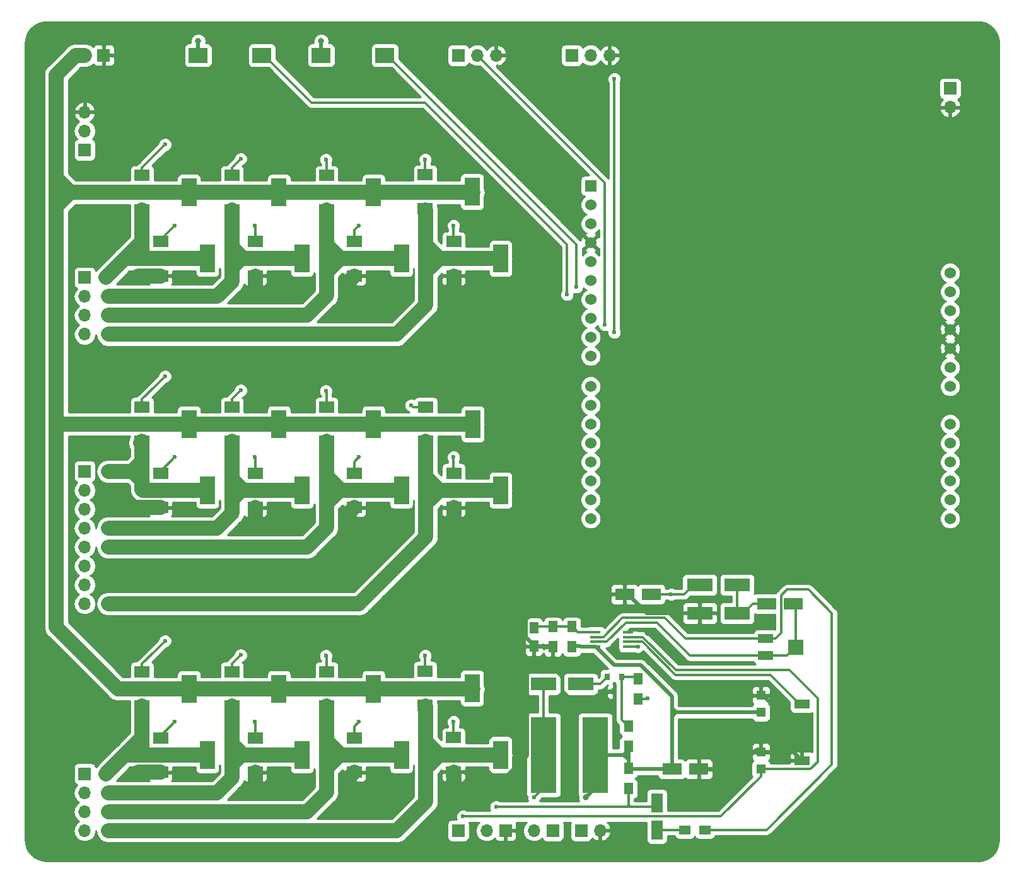
<source format=gbr>
G04 #@! TF.GenerationSoftware,KiCad,Pcbnew,(5.0.1)-3*
G04 #@! TF.CreationDate,2019-12-19T09:37:44+04:00*
G04 #@! TF.ProjectId,Roboarm,526F626F61726D2E6B696361645F7063,rev?*
G04 #@! TF.SameCoordinates,Original*
G04 #@! TF.FileFunction,Copper,L1,Top,Signal*
G04 #@! TF.FilePolarity,Positive*
%FSLAX46Y46*%
G04 Gerber Fmt 4.6, Leading zero omitted, Abs format (unit mm)*
G04 Created by KiCad (PCBNEW (5.0.1)-3) date 19.12.2019 09:37:44*
%MOMM*%
%LPD*%
G01*
G04 APERTURE LIST*
G04 #@! TA.AperFunction,ComponentPad*
%ADD10R,1.524000X1.524000*%
G04 #@! TD*
G04 #@! TA.AperFunction,ComponentPad*
%ADD11C,1.524000*%
G04 #@! TD*
G04 #@! TA.AperFunction,SMDPad,CuDef*
%ADD12R,2.600000X1.600000*%
G04 #@! TD*
G04 #@! TA.AperFunction,SMDPad,CuDef*
%ADD13R,1.500000X1.300000*%
G04 #@! TD*
G04 #@! TA.AperFunction,ComponentPad*
%ADD14O,1.700000X1.700000*%
G04 #@! TD*
G04 #@! TA.AperFunction,ComponentPad*
%ADD15R,1.700000X1.700000*%
G04 #@! TD*
G04 #@! TA.AperFunction,SMDPad,CuDef*
%ADD16R,2.500000X2.000000*%
G04 #@! TD*
G04 #@! TA.AperFunction,SMDPad,CuDef*
%ADD17R,1.300000X1.500000*%
G04 #@! TD*
G04 #@! TA.AperFunction,SMDPad,CuDef*
%ADD18R,1.250000X1.500000*%
G04 #@! TD*
G04 #@! TA.AperFunction,SMDPad,CuDef*
%ADD19R,1.300000X1.300000*%
G04 #@! TD*
G04 #@! TA.AperFunction,SMDPad,CuDef*
%ADD20R,2.000000X1.300000*%
G04 #@! TD*
G04 #@! TA.AperFunction,SMDPad,CuDef*
%ADD21R,3.500000X10.200000*%
G04 #@! TD*
G04 #@! TA.AperFunction,SMDPad,CuDef*
%ADD22R,3.500000X1.800000*%
G04 #@! TD*
G04 #@! TA.AperFunction,SMDPad,CuDef*
%ADD23R,2.000000X2.000000*%
G04 #@! TD*
G04 #@! TA.AperFunction,SMDPad,CuDef*
%ADD24R,1.450000X0.450000*%
G04 #@! TD*
G04 #@! TA.AperFunction,SMDPad,CuDef*
%ADD25R,2.000000X1.500000*%
G04 #@! TD*
G04 #@! TA.AperFunction,SMDPad,CuDef*
%ADD26R,2.000000X3.800000*%
G04 #@! TD*
G04 #@! TA.AperFunction,SMDPad,CuDef*
%ADD27R,1.600000X2.600000*%
G04 #@! TD*
G04 #@! TA.AperFunction,SMDPad,CuDef*
%ADD28R,0.800000X0.900000*%
G04 #@! TD*
G04 #@! TA.AperFunction,ViaPad*
%ADD29C,0.800000*%
G04 #@! TD*
G04 #@! TA.AperFunction,ViaPad*
%ADD30C,1.600000*%
G04 #@! TD*
G04 #@! TA.AperFunction,ViaPad*
%ADD31C,0.600000*%
G04 #@! TD*
G04 #@! TA.AperFunction,Conductor*
%ADD32C,0.500000*%
G04 #@! TD*
G04 #@! TA.AperFunction,Conductor*
%ADD33C,2.000000*%
G04 #@! TD*
G04 #@! TA.AperFunction,Conductor*
%ADD34C,0.300000*%
G04 #@! TD*
G04 #@! TA.AperFunction,Conductor*
%ADD35C,0.254000*%
G04 #@! TD*
G04 APERTURE END LIST*
D10*
G04 #@! TO.P,MCU1,1*
G04 #@! TO.N,Net-(MCU1-Pad1)*
X146050000Y-58166000D03*
D11*
G04 #@! TO.P,MCU1,2*
G04 #@! TO.N,Net-(MCU1-Pad2)*
X146050000Y-60706000D03*
G04 #@! TO.P,MCU1,3*
G04 #@! TO.N,Net-(MCU1-Pad3)*
X146050000Y-63246000D03*
G04 #@! TO.P,MCU1,4*
G04 #@! TO.N,GND*
X146050000Y-65786000D03*
G04 #@! TO.P,MCU1,5*
G04 #@! TO.N,/Ultrasonic_distancer/Ultrasonic_Out*
X146050000Y-68326000D03*
G04 #@! TO.P,MCU1,6*
G04 #@! TO.N,/Collision_detector/Interrupt*
X146050000Y-70866000D03*
G04 #@! TO.P,MCU1,7*
G04 #@! TO.N,Net-(MCU1-Pad7)*
X146050000Y-73406000D03*
G04 #@! TO.P,MCU1,8*
G04 #@! TO.N,Net-(MCU1-Pad8)*
X146050000Y-75946000D03*
G04 #@! TO.P,MCU1,9*
G04 #@! TO.N,Net-(MCU1-Pad9)*
X146050000Y-78486000D03*
G04 #@! TO.P,MCU1,10*
G04 #@! TO.N,Net-(MCU1-Pad10)*
X146050000Y-81026000D03*
G04 #@! TO.P,MCU1,11*
G04 #@! TO.N,Net-(MCU1-Pad11)*
X146050000Y-85090000D03*
G04 #@! TO.P,MCU1,12*
G04 #@! TO.N,Net-(MCU1-Pad12)*
X146050000Y-87630000D03*
G04 #@! TO.P,MCU1,13*
G04 #@! TO.N,Net-(MCU1-Pad13)*
X146050000Y-90170000D03*
G04 #@! TO.P,MCU1,14*
G04 #@! TO.N,Net-(MCU1-Pad14)*
X146050000Y-92710000D03*
G04 #@! TO.P,MCU1,15*
G04 #@! TO.N,Net-(MCU1-Pad15)*
X146050000Y-95250000D03*
G04 #@! TO.P,MCU1,16*
G04 #@! TO.N,Net-(MCU1-Pad16)*
X146050000Y-97790000D03*
G04 #@! TO.P,MCU1,17*
G04 #@! TO.N,Net-(MCU1-Pad17)*
X146050000Y-100330000D03*
G04 #@! TO.P,MCU1,18*
G04 #@! TO.N,Net-(MCU1-Pad18)*
X146050000Y-102870000D03*
G04 #@! TO.P,MCU1,20*
G04 #@! TO.N,+5V*
X194310000Y-69850000D03*
G04 #@! TO.P,MCU1,21*
G04 #@! TO.N,Net-(MCU1-Pad21)*
X194310000Y-72390000D03*
G04 #@! TO.P,MCU1,22*
G04 #@! TO.N,Net-(MCU1-Pad22)*
X194310000Y-74930000D03*
G04 #@! TO.P,MCU1,23*
G04 #@! TO.N,GND*
X194310000Y-77470000D03*
G04 #@! TO.P,MCU1,24*
X194310000Y-80010000D03*
G04 #@! TO.P,MCU1,25*
G04 #@! TO.N,Net-(MCU1-Pad25)*
X194310000Y-82550000D03*
G04 #@! TO.P,MCU1,26*
G04 #@! TO.N,Net-(MCU1-Pad26)*
X194310000Y-85090000D03*
G04 #@! TO.P,MCU1,27*
G04 #@! TO.N,/Ultrasonic_distancer/Ultrasonic_PWM*
X194310000Y-90170000D03*
G04 #@! TO.P,MCU1,28*
G04 #@! TO.N,Net-(MCU1-Pad28)*
X194310000Y-92710000D03*
G04 #@! TO.P,MCU1,29*
G04 #@! TO.N,Net-(MCU1-Pad29)*
X194310000Y-95250000D03*
G04 #@! TO.P,MCU1,30*
G04 #@! TO.N,Net-(MCU1-Pad30)*
X194310000Y-97790000D03*
G04 #@! TO.P,MCU1,31*
G04 #@! TO.N,Net-(MCU1-Pad31)*
X194310000Y-100330000D03*
G04 #@! TO.P,MCU1,32*
G04 #@! TO.N,Net-(M4-Pad1)*
X194310000Y-102870000D03*
G04 #@! TD*
D12*
G04 #@! TO.P,C4,2*
G04 #@! TO.N,Net-(C4-Pad2)*
X169650000Y-114300000D03*
G04 #@! TO.P,C4,1*
G04 #@! TO.N,Net-(C4-Pad1)*
X173250000Y-114300000D03*
G04 #@! TD*
D13*
G04 #@! TO.P,R4,2*
G04 #@! TO.N,Net-(R4-Pad2)*
X161370000Y-144675000D03*
G04 #@! TO.P,R4,1*
G04 #@! TO.N,Net-(C2-Pad2)*
X158670000Y-144675000D03*
G04 #@! TD*
D14*
G04 #@! TO.P,J3,2*
G04 #@! TO.N,GND*
X194310000Y-47625000D03*
D15*
G04 #@! TO.P,J3,1*
G04 #@! TO.N,+5V*
X194310000Y-45085000D03*
G04 #@! TD*
D16*
G04 #@! TO.P,SW2,1*
G04 #@! TO.N,+5V*
X109855000Y-40640000D03*
G04 #@! TO.P,SW2,2*
G04 #@! TO.N,Net-(MCU1-Pad7)*
X118415000Y-40640000D03*
G04 #@! TD*
G04 #@! TO.P,SW1,2*
G04 #@! TO.N,Net-(MCU1-Pad8)*
X101905000Y-40640000D03*
G04 #@! TO.P,SW1,1*
G04 #@! TO.N,+5V*
X93345000Y-40640000D03*
G04 #@! TD*
D17*
G04 #@! TO.P,R5,1*
G04 #@! TO.N,+5V*
X143510000Y-120095000D03*
G04 #@! TO.P,R5,2*
G04 #@! TO.N,Net-(C3-Pad1)*
X143510000Y-117395000D03*
G04 #@! TD*
D18*
G04 #@! TO.P,C3,2*
G04 #@! TO.N,GND*
X138430000Y-120015000D03*
G04 #@! TO.P,C3,1*
G04 #@! TO.N,Net-(C3-Pad1)*
X138430000Y-117515000D03*
G04 #@! TD*
D17*
G04 #@! TO.P,R6,1*
G04 #@! TO.N,Net-(C3-Pad1)*
X140970000Y-117395000D03*
G04 #@! TO.P,R6,2*
G04 #@! TO.N,GND*
X140970000Y-120095000D03*
G04 #@! TD*
D19*
G04 #@! TO.P,RV3,3*
G04 #@! TO.N,GND*
X168910000Y-126605000D03*
D20*
G04 #@! TO.P,RV3,2*
G04 #@! TO.N,Net-(RV3-Pad2)*
X174410000Y-127755000D03*
D19*
G04 #@! TO.P,RV3,1*
G04 #@! TO.N,+5V*
X168910000Y-128905000D03*
G04 #@! TD*
D21*
G04 #@! TO.P,L1,2*
G04 #@! TO.N,+5V*
X146650000Y-134620000D03*
G04 #@! TO.P,L1,1*
G04 #@! TO.N,Net-(D1-Pad2)*
X139700000Y-134620000D03*
G04 #@! TD*
D22*
G04 #@! TO.P,D1,2*
G04 #@! TO.N,Net-(D1-Pad2)*
X139700000Y-125095000D03*
G04 #@! TO.P,D1,1*
G04 #@! TO.N,Net-(D1-Pad1)*
X144700000Y-125095000D03*
G04 #@! TD*
D20*
G04 #@! TO.P,RV1,3*
G04 #@! TO.N,Net-(R4-Pad2)*
X169545000Y-118985000D03*
D23*
G04 #@! TO.P,RV1,2*
G04 #@! TO.N,Net-(C4-Pad1)*
X173545000Y-120135000D03*
D20*
G04 #@! TO.P,RV1,1*
X169545000Y-121285000D03*
G04 #@! TD*
D12*
G04 #@! TO.P,C5,1*
G04 #@! TO.N,/Ultrasonic_distancer/Ultrasonic_Out*
X154200000Y-113030000D03*
G04 #@! TO.P,C5,2*
G04 #@! TO.N,GND*
X150600000Y-113030000D03*
G04 #@! TD*
D22*
G04 #@! TO.P,D2,2*
G04 #@! TO.N,GND*
X160695000Y-115570000D03*
G04 #@! TO.P,D2,1*
G04 #@! TO.N,Net-(C4-Pad2)*
X165695000Y-115570000D03*
G04 #@! TD*
G04 #@! TO.P,D3,1*
G04 #@! TO.N,/Ultrasonic_distancer/Ultrasonic_Out*
X160695000Y-111760000D03*
G04 #@! TO.P,D3,2*
G04 #@! TO.N,Net-(C4-Pad2)*
X165695000Y-111760000D03*
G04 #@! TD*
D17*
G04 #@! TO.P,R1,1*
G04 #@! TO.N,/Ultrasonic_distancer/Ultrasonic_PWM*
X152400000Y-127080000D03*
G04 #@! TO.P,R1,2*
G04 #@! TO.N,Net-(Q25-Pad1)*
X152400000Y-124380000D03*
G04 #@! TD*
D19*
G04 #@! TO.P,RV2,1*
G04 #@! TO.N,Net-(J7-Pad1)*
X168910000Y-136525000D03*
D20*
G04 #@! TO.P,RV2,2*
G04 #@! TO.N,GND*
X174410000Y-135375000D03*
D19*
G04 #@! TO.P,RV2,3*
X168910000Y-134225000D03*
G04 #@! TD*
D24*
G04 #@! TO.P,U3,8*
G04 #@! TO.N,+5V*
X146685000Y-120060000D03*
G04 #@! TO.P,U3,7*
G04 #@! TO.N,Net-(C4-Pad1)*
X146685000Y-119410000D03*
G04 #@! TO.P,U3,6*
G04 #@! TO.N,Net-(R4-Pad2)*
X146685000Y-118760000D03*
G04 #@! TO.P,U3,5*
G04 #@! TO.N,Net-(C3-Pad1)*
X146685000Y-118110000D03*
G04 #@! TO.P,U3,4*
G04 #@! TO.N,GND*
X151085000Y-118110000D03*
G04 #@! TO.P,U3,3*
G04 #@! TO.N,Net-(J7-Pad1)*
X151085000Y-118760000D03*
G04 #@! TO.P,U3,2*
G04 #@! TO.N,Net-(RV3-Pad2)*
X151085000Y-119410000D03*
G04 #@! TO.P,U3,1*
G04 #@! TO.N,/Collision_detector/Interrupt*
X151085000Y-120060000D03*
G04 #@! TD*
D14*
G04 #@! TO.P,MC1,2*
G04 #@! TO.N,Net-(C2-Pad1)*
X132080000Y-144780000D03*
D15*
G04 #@! TO.P,MC1,1*
G04 #@! TO.N,GND*
X134620000Y-144780000D03*
G04 #@! TD*
D14*
G04 #@! TO.P,M3,4*
G04 #@! TO.N,Net-(M3-Pad4)*
X78105000Y-144780000D03*
G04 #@! TO.P,M3,3*
G04 #@! TO.N,Net-(M3-Pad3)*
X78105000Y-142240000D03*
G04 #@! TO.P,M3,2*
G04 #@! TO.N,Net-(M3-Pad2)*
X78105000Y-139700000D03*
D15*
G04 #@! TO.P,M3,1*
G04 #@! TO.N,Net-(M3-Pad1)*
X78105000Y-137160000D03*
G04 #@! TD*
D25*
G04 #@! TO.P,Q9,1*
G04 #@! TO.N,/StepMotorElbow/C*
X110590000Y-123430000D03*
G04 #@! TO.P,Q9,3*
G04 #@! TO.N,Net-(M3-Pad3)*
X110590000Y-128030000D03*
G04 #@! TO.P,Q9,2*
G04 #@! TO.N,/+2V*
X110590000Y-125730000D03*
D26*
G04 #@! TO.P,Q9,4*
X116890000Y-125730000D03*
G04 #@! TD*
G04 #@! TO.P,Q15,4*
G04 #@! TO.N,/+2V*
X104190000Y-125730000D03*
D25*
G04 #@! TO.P,Q15,2*
X97890000Y-125730000D03*
G04 #@! TO.P,Q15,3*
G04 #@! TO.N,Net-(M3-Pad2)*
X97890000Y-128030000D03*
G04 #@! TO.P,Q15,1*
G04 #@! TO.N,/StepMotorElbow/B*
X97890000Y-123430000D03*
G04 #@! TD*
D12*
G04 #@! TO.P,C1,1*
G04 #@! TO.N,+5V*
X156950000Y-136525000D03*
G04 #@! TO.P,C1,2*
G04 #@! TO.N,GND*
X160550000Y-136525000D03*
G04 #@! TD*
D27*
G04 #@! TO.P,C2,2*
G04 #@! TO.N,Net-(C2-Pad2)*
X154940000Y-144675000D03*
G04 #@! TO.P,C2,1*
G04 #@! TO.N,Net-(C2-Pad1)*
X154940000Y-141075000D03*
G04 #@! TD*
D15*
G04 #@! TO.P,J1,1*
G04 #@! TO.N,+5V*
X144780000Y-144780000D03*
D14*
G04 #@! TO.P,J1,2*
G04 #@! TO.N,GND*
X147320000Y-144780000D03*
G04 #@! TD*
G04 #@! TO.P,J2,2*
G04 #@! TO.N,/+2V*
X78105000Y-40640000D03*
D15*
G04 #@! TO.P,J2,1*
G04 #@! TO.N,GND*
X80645000Y-40640000D03*
G04 #@! TD*
G04 #@! TO.P,J7,1*
G04 #@! TO.N,Net-(J7-Pad1)*
X128270000Y-144780000D03*
G04 #@! TD*
D14*
G04 #@! TO.P,M4,3*
G04 #@! TO.N,GND*
X78105000Y-48260000D03*
G04 #@! TO.P,M4,2*
G04 #@! TO.N,+5V*
X78105000Y-50800000D03*
D15*
G04 #@! TO.P,M4,1*
G04 #@! TO.N,Net-(M4-Pad1)*
X78105000Y-53340000D03*
G04 #@! TD*
D14*
G04 #@! TO.P,M2,8*
G04 #@! TO.N,Net-(M2-Pad8)*
X78105000Y-114300000D03*
G04 #@! TO.P,M2,7*
G04 #@! TO.N,Net-(M2-Pad6)*
X78105000Y-111760000D03*
G04 #@! TO.P,M2,6*
X78105000Y-109220000D03*
G04 #@! TO.P,M2,5*
G04 #@! TO.N,Net-(M2-Pad5)*
X78105000Y-106680000D03*
G04 #@! TO.P,M2,4*
G04 #@! TO.N,Net-(M2-Pad4)*
X78105000Y-104140000D03*
G04 #@! TO.P,M2,3*
G04 #@! TO.N,Net-(M2-Pad2)*
X78105000Y-101600000D03*
G04 #@! TO.P,M2,2*
X78105000Y-99060000D03*
D15*
G04 #@! TO.P,M2,1*
G04 #@! TO.N,Net-(M2-Pad1)*
X78105000Y-96520000D03*
G04 #@! TD*
G04 #@! TO.P,M1,1*
G04 #@! TO.N,Net-(M1-Pad1)*
X78105000Y-70485000D03*
D14*
G04 #@! TO.P,M1,2*
G04 #@! TO.N,Net-(M1-Pad2)*
X78105000Y-73025000D03*
G04 #@! TO.P,M1,3*
G04 #@! TO.N,Net-(M1-Pad3)*
X78105000Y-75565000D03*
G04 #@! TO.P,M1,4*
G04 #@! TO.N,Net-(M1-Pad4)*
X78105000Y-78105000D03*
G04 #@! TD*
D26*
G04 #@! TO.P,Q1,4*
G04 #@! TO.N,/+2V*
X116890000Y-59055000D03*
D25*
G04 #@! TO.P,Q1,2*
X110590000Y-59055000D03*
G04 #@! TO.P,Q1,3*
G04 #@! TO.N,Net-(M1-Pad3)*
X110590000Y-61355000D03*
G04 #@! TO.P,Q1,1*
G04 #@! TO.N,/StepMotorBase/C*
X110590000Y-56755000D03*
G04 #@! TD*
G04 #@! TO.P,Q2,1*
G04 #@! TO.N,/StepMotorBase/D*
X114325000Y-65645000D03*
G04 #@! TO.P,Q2,3*
G04 #@! TO.N,GND*
X114325000Y-70245000D03*
G04 #@! TO.P,Q2,2*
G04 #@! TO.N,Net-(M1-Pad3)*
X114325000Y-67945000D03*
D26*
G04 #@! TO.P,Q2,4*
X120625000Y-67945000D03*
G04 #@! TD*
G04 #@! TO.P,Q3,4*
G04 #@! TO.N,/+2V*
X130125000Y-58955000D03*
D25*
G04 #@! TO.P,Q3,2*
X123825000Y-58955000D03*
G04 #@! TO.P,Q3,3*
G04 #@! TO.N,Net-(M1-Pad4)*
X123825000Y-61255000D03*
G04 #@! TO.P,Q3,1*
G04 #@! TO.N,/StepMotorBase/D*
X123825000Y-56655000D03*
G04 #@! TD*
D26*
G04 #@! TO.P,Q4,4*
G04 #@! TO.N,Net-(M1-Pad4)*
X133960000Y-67945000D03*
D25*
G04 #@! TO.P,Q4,2*
X127660000Y-67945000D03*
G04 #@! TO.P,Q4,3*
G04 #@! TO.N,GND*
X127660000Y-70245000D03*
G04 #@! TO.P,Q4,1*
G04 #@! TO.N,/StepMotorBase/C*
X127660000Y-65645000D03*
G04 #@! TD*
G04 #@! TO.P,Q5,1*
G04 #@! TO.N,/StepMotorBase/A*
X85825000Y-56755000D03*
G04 #@! TO.P,Q5,3*
G04 #@! TO.N,Net-(M1-Pad1)*
X85825000Y-61355000D03*
G04 #@! TO.P,Q5,2*
G04 #@! TO.N,/+2V*
X85825000Y-59055000D03*
D26*
G04 #@! TO.P,Q5,4*
X92125000Y-59055000D03*
G04 #@! TD*
G04 #@! TO.P,Q6,4*
G04 #@! TO.N,Net-(M1-Pad1)*
X94590000Y-67945000D03*
D25*
G04 #@! TO.P,Q6,2*
X88290000Y-67945000D03*
G04 #@! TO.P,Q6,3*
G04 #@! TO.N,GND*
X88290000Y-70245000D03*
G04 #@! TO.P,Q6,1*
G04 #@! TO.N,/StepMotorBase/B*
X88290000Y-65645000D03*
G04 #@! TD*
G04 #@! TO.P,Q7,1*
G04 #@! TO.N,/StepMotorBase/B*
X97890000Y-56755000D03*
G04 #@! TO.P,Q7,3*
G04 #@! TO.N,Net-(M1-Pad2)*
X97890000Y-61355000D03*
G04 #@! TO.P,Q7,2*
G04 #@! TO.N,/+2V*
X97890000Y-59055000D03*
D26*
G04 #@! TO.P,Q7,4*
X104190000Y-59055000D03*
G04 #@! TD*
D25*
G04 #@! TO.P,Q8,1*
G04 #@! TO.N,/StepMotorBase/A*
X100990000Y-65645000D03*
G04 #@! TO.P,Q8,3*
G04 #@! TO.N,GND*
X100990000Y-70245000D03*
G04 #@! TO.P,Q8,2*
G04 #@! TO.N,Net-(M1-Pad2)*
X100990000Y-67945000D03*
D26*
G04 #@! TO.P,Q8,4*
X107290000Y-67945000D03*
G04 #@! TD*
D25*
G04 #@! TO.P,Q10,1*
G04 #@! TO.N,/StepMotorElbow/D*
X114325000Y-132320000D03*
G04 #@! TO.P,Q10,3*
G04 #@! TO.N,GND*
X114325000Y-136920000D03*
G04 #@! TO.P,Q10,2*
G04 #@! TO.N,Net-(M3-Pad3)*
X114325000Y-134620000D03*
D26*
G04 #@! TO.P,Q10,4*
X120625000Y-134620000D03*
G04 #@! TD*
G04 #@! TO.P,Q11,4*
G04 #@! TO.N,/+2V*
X130125000Y-125630000D03*
D25*
G04 #@! TO.P,Q11,2*
X123825000Y-125630000D03*
G04 #@! TO.P,Q11,3*
G04 #@! TO.N,Net-(M3-Pad4)*
X123825000Y-127930000D03*
G04 #@! TO.P,Q11,1*
G04 #@! TO.N,/StepMotorElbow/D*
X123825000Y-123330000D03*
G04 #@! TD*
D26*
G04 #@! TO.P,Q12,4*
G04 #@! TO.N,Net-(M3-Pad4)*
X133935000Y-134595000D03*
D25*
G04 #@! TO.P,Q12,2*
X127635000Y-134595000D03*
G04 #@! TO.P,Q12,3*
G04 #@! TO.N,GND*
X127635000Y-136895000D03*
G04 #@! TO.P,Q12,1*
G04 #@! TO.N,/StepMotorElbow/C*
X127635000Y-132295000D03*
G04 #@! TD*
G04 #@! TO.P,Q13,1*
G04 #@! TO.N,/StepMotorElbow/A*
X85825000Y-123430000D03*
G04 #@! TO.P,Q13,3*
G04 #@! TO.N,Net-(M3-Pad1)*
X85825000Y-128030000D03*
G04 #@! TO.P,Q13,2*
G04 #@! TO.N,/+2V*
X85825000Y-125730000D03*
D26*
G04 #@! TO.P,Q13,4*
X92125000Y-125730000D03*
G04 #@! TD*
D25*
G04 #@! TO.P,Q14,1*
G04 #@! TO.N,/StepMotorElbow/B*
X88290000Y-132320000D03*
G04 #@! TO.P,Q14,3*
G04 #@! TO.N,GND*
X88290000Y-136920000D03*
G04 #@! TO.P,Q14,2*
G04 #@! TO.N,Net-(M3-Pad1)*
X88290000Y-134620000D03*
D26*
G04 #@! TO.P,Q14,4*
X94590000Y-134620000D03*
G04 #@! TD*
G04 #@! TO.P,Q16,4*
G04 #@! TO.N,Net-(M3-Pad2)*
X107290000Y-134620000D03*
D25*
G04 #@! TO.P,Q16,2*
X100990000Y-134620000D03*
G04 #@! TO.P,Q16,3*
G04 #@! TO.N,GND*
X100990000Y-136920000D03*
G04 #@! TO.P,Q16,1*
G04 #@! TO.N,/StepMotorElbow/A*
X100990000Y-132320000D03*
G04 #@! TD*
G04 #@! TO.P,Q17,1*
G04 #@! TO.N,/StepMotorShoulder/C*
X110590000Y-87870000D03*
G04 #@! TO.P,Q17,3*
G04 #@! TO.N,Net-(M2-Pad5)*
X110590000Y-92470000D03*
G04 #@! TO.P,Q17,2*
G04 #@! TO.N,/+2V*
X110590000Y-90170000D03*
D26*
G04 #@! TO.P,Q17,4*
X116890000Y-90170000D03*
G04 #@! TD*
D25*
G04 #@! TO.P,Q18,1*
G04 #@! TO.N,/StepMotorShoulder/D*
X114325000Y-96760000D03*
G04 #@! TO.P,Q18,3*
G04 #@! TO.N,GND*
X114325000Y-101360000D03*
G04 #@! TO.P,Q18,2*
G04 #@! TO.N,Net-(M2-Pad5)*
X114325000Y-99060000D03*
D26*
G04 #@! TO.P,Q18,4*
X120625000Y-99060000D03*
G04 #@! TD*
G04 #@! TO.P,Q19,4*
G04 #@! TO.N,/+2V*
X130225000Y-90170000D03*
D25*
G04 #@! TO.P,Q19,2*
X123925000Y-90170000D03*
G04 #@! TO.P,Q19,3*
G04 #@! TO.N,Net-(M2-Pad8)*
X123925000Y-92470000D03*
G04 #@! TO.P,Q19,1*
G04 #@! TO.N,/StepMotorShoulder/D*
X123925000Y-87870000D03*
G04 #@! TD*
D26*
G04 #@! TO.P,Q20,4*
G04 #@! TO.N,Net-(M2-Pad8)*
X133960000Y-99060000D03*
D25*
G04 #@! TO.P,Q20,2*
X127660000Y-99060000D03*
G04 #@! TO.P,Q20,3*
G04 #@! TO.N,GND*
X127660000Y-101360000D03*
G04 #@! TO.P,Q20,1*
G04 #@! TO.N,/StepMotorShoulder/C*
X127660000Y-96760000D03*
G04 #@! TD*
G04 #@! TO.P,Q21,1*
G04 #@! TO.N,/StepMotorShoulder/A*
X85825000Y-87870000D03*
G04 #@! TO.P,Q21,3*
G04 #@! TO.N,Net-(M2-Pad1)*
X85825000Y-92470000D03*
G04 #@! TO.P,Q21,2*
G04 #@! TO.N,/+2V*
X85825000Y-90170000D03*
D26*
G04 #@! TO.P,Q21,4*
X92125000Y-90170000D03*
G04 #@! TD*
D25*
G04 #@! TO.P,Q22,1*
G04 #@! TO.N,/StepMotorShoulder/B*
X88290000Y-96760000D03*
G04 #@! TO.P,Q22,3*
G04 #@! TO.N,GND*
X88290000Y-101360000D03*
G04 #@! TO.P,Q22,2*
G04 #@! TO.N,Net-(M2-Pad1)*
X88290000Y-99060000D03*
D26*
G04 #@! TO.P,Q22,4*
X94590000Y-99060000D03*
G04 #@! TD*
G04 #@! TO.P,Q23,4*
G04 #@! TO.N,/+2V*
X104190000Y-90170000D03*
D25*
G04 #@! TO.P,Q23,2*
X97890000Y-90170000D03*
G04 #@! TO.P,Q23,3*
G04 #@! TO.N,Net-(M2-Pad4)*
X97890000Y-92470000D03*
G04 #@! TO.P,Q23,1*
G04 #@! TO.N,/StepMotorShoulder/B*
X97890000Y-87870000D03*
G04 #@! TD*
D26*
G04 #@! TO.P,Q24,4*
G04 #@! TO.N,Net-(M2-Pad4)*
X107290000Y-99060000D03*
D25*
G04 #@! TO.P,Q24,2*
X100990000Y-99060000D03*
G04 #@! TO.P,Q24,3*
G04 #@! TO.N,GND*
X100990000Y-101360000D03*
G04 #@! TO.P,Q24,1*
G04 #@! TO.N,/StepMotorShoulder/A*
X100990000Y-96760000D03*
G04 #@! TD*
D28*
G04 #@! TO.P,Q25,3*
G04 #@! TO.N,GND*
X149225000Y-126095000D03*
G04 #@! TO.P,Q25,2*
G04 #@! TO.N,Net-(D1-Pad1)*
X148275000Y-124095000D03*
G04 #@! TO.P,Q25,1*
G04 #@! TO.N,Net-(Q25-Pad1)*
X150175000Y-124095000D03*
G04 #@! TD*
D17*
G04 #@! TO.P,R2,2*
G04 #@! TO.N,Net-(Q25-Pad1)*
X151130000Y-130730000D03*
G04 #@! TO.P,R2,1*
G04 #@! TO.N,+5V*
X151130000Y-133430000D03*
G04 #@! TD*
G04 #@! TO.P,R3,1*
G04 #@! TO.N,+5V*
X151130000Y-136445000D03*
G04 #@! TO.P,R3,2*
G04 #@! TO.N,Net-(C2-Pad1)*
X151130000Y-139145000D03*
G04 #@! TD*
D15*
G04 #@! TO.P,LS1,1*
G04 #@! TO.N,+5V*
X140970000Y-144780000D03*
D14*
G04 #@! TO.P,LS1,2*
G04 #@! TO.N,Net-(D1-Pad2)*
X138430000Y-144780000D03*
G04 #@! TD*
G04 #@! TO.P,SW3,3*
G04 #@! TO.N,GND*
X133350000Y-40640000D03*
G04 #@! TO.P,SW3,2*
G04 #@! TO.N,Net-(MCU1-Pad9)*
X130810000Y-40640000D03*
D15*
G04 #@! TO.P,SW3,1*
G04 #@! TO.N,+5V*
X128270000Y-40640000D03*
G04 #@! TD*
G04 #@! TO.P,SW4,1*
G04 #@! TO.N,+5V*
X143510000Y-40640000D03*
D14*
G04 #@! TO.P,SW4,2*
G04 #@! TO.N,Net-(MCU1-Pad10)*
X146050000Y-40640000D03*
G04 #@! TO.P,SW4,3*
G04 #@! TO.N,GND*
X148590000Y-40640000D03*
G04 #@! TD*
D29*
G04 #@! TO.N,+5V*
X145415000Y-140335000D03*
X93345000Y-38735000D03*
X109855000Y-38735000D03*
D30*
G04 #@! TO.N,GND*
X85090000Y-101560000D03*
X100965000Y-103505000D03*
X85090000Y-101560000D03*
X113665000Y-103505000D03*
X127000000Y-103505000D03*
X100965000Y-72390000D03*
X113665000Y-72390000D03*
X85090000Y-70445000D03*
X85090000Y-70445000D03*
X127000000Y-72390000D03*
X127000000Y-139065000D03*
X85090000Y-137120000D03*
X85090000Y-137120000D03*
X113665000Y-139065000D03*
X100965000Y-139065000D03*
D29*
X153670000Y-118214990D03*
X165735000Y-136525000D03*
D31*
G04 #@! TO.N,Net-(C2-Pad1)*
X133350000Y-141605000D03*
G04 #@! TO.N,/Ultrasonic_distancer/Ultrasonic_Out*
X156845000Y-113030000D03*
G04 #@! TO.N,Net-(D1-Pad2)*
X138430000Y-140335000D03*
G04 #@! TO.N,/Collision_detector/Interrupt*
X152400000Y-120060000D03*
G04 #@! TO.N,/Ultrasonic_distancer/Ultrasonic_PWM*
X153670000Y-127000000D03*
G04 #@! TO.N,Net-(J7-Pad1)*
X128905000Y-142875000D03*
D30*
G04 #@! TO.N,Net-(M2-Pad8)*
X81280000Y-114300000D03*
G04 #@! TO.N,Net-(M2-Pad5)*
X81280000Y-106680000D03*
G04 #@! TO.N,Net-(M2-Pad4)*
X81280000Y-104140000D03*
G04 #@! TO.N,Net-(M2-Pad1)*
X81280000Y-96520000D03*
G04 #@! TO.N,Net-(M3-Pad4)*
X81280000Y-144780000D03*
G04 #@! TO.N,Net-(M3-Pad3)*
X81280000Y-142240000D03*
G04 #@! TO.N,Net-(M3-Pad2)*
X81280000Y-139700000D03*
G04 #@! TO.N,Net-(M3-Pad1)*
X80955000Y-137160000D03*
D31*
G04 #@! TO.N,/StepMotorElbow/C*
X127635000Y-130175000D03*
X110490000Y-121285000D03*
G04 #@! TO.N,/StepMotorElbow/D*
X114935000Y-130175000D03*
X123825000Y-121285000D03*
G04 #@! TO.N,/StepMotorElbow/A*
X100965000Y-130175000D03*
X88900000Y-119305000D03*
G04 #@! TO.N,/StepMotorElbow/B*
X90170000Y-130175000D03*
X99060000Y-121210000D03*
G04 #@! TO.N,/StepMotorShoulder/C*
X110490000Y-85725000D03*
X127635000Y-94615000D03*
G04 #@! TO.N,/StepMotorShoulder/D*
X114935000Y-94615000D03*
X121920000Y-87630000D03*
G04 #@! TO.N,/StepMotorShoulder/A*
X100965000Y-94615000D03*
X88900000Y-83745000D03*
G04 #@! TO.N,/StepMotorShoulder/B*
X99060000Y-85650000D03*
X90170000Y-94615000D03*
D30*
G04 #@! TO.N,Net-(M1-Pad3)*
X81280000Y-75565000D03*
G04 #@! TO.N,Net-(M1-Pad2)*
X81280000Y-73025000D03*
G04 #@! TO.N,Net-(M1-Pad1)*
X80955000Y-70485000D03*
G04 #@! TO.N,Net-(M1-Pad4)*
X81280000Y-78105000D03*
D31*
G04 #@! TO.N,Net-(MCU1-Pad7)*
X144145000Y-71755000D03*
G04 #@! TO.N,Net-(MCU1-Pad8)*
X142875000Y-72771000D03*
X142875000Y-72771000D03*
G04 #@! TO.N,Net-(MCU1-Pad9)*
X147955000Y-76835000D03*
G04 #@! TO.N,Net-(MCU1-Pad10)*
X149225000Y-43815000D03*
X149225000Y-77851000D03*
G04 #@! TO.N,/StepMotorBase/C*
X110490000Y-54610000D03*
X127635000Y-63500000D03*
G04 #@! TO.N,/StepMotorBase/D*
X123825000Y-54610000D03*
X114935000Y-63500000D03*
G04 #@! TO.N,/StepMotorBase/A*
X100965000Y-63500000D03*
X88900000Y-52630000D03*
G04 #@! TO.N,/StepMotorBase/B*
X90170000Y-63500000D03*
X99060000Y-54535000D03*
G04 #@! TD*
D32*
G04 #@! TO.N,+5V*
X146375000Y-134620000D02*
X148625000Y-134620000D01*
X150495000Y-134620000D02*
X151130000Y-133985000D01*
X151130000Y-133985000D02*
X151130000Y-134620000D01*
X151130000Y-133430000D02*
X151130000Y-133985000D01*
X150495000Y-134620000D02*
X151130000Y-134620000D01*
X148625000Y-134620000D02*
X150495000Y-134620000D01*
X150495000Y-134620000D02*
X151130000Y-135255000D01*
X151130000Y-134620000D02*
X151130000Y-135255000D01*
X151130000Y-135255000D02*
X151130000Y-136445000D01*
X146650000Y-139100000D02*
X146650000Y-134620000D01*
X151130000Y-133430000D02*
X151130000Y-133330000D01*
X145415000Y-140335000D02*
X146650000Y-139100000D01*
X93345000Y-40640000D02*
X93345000Y-38735000D01*
X109855000Y-40640000D02*
X109855000Y-38735000D01*
X151210000Y-136525000D02*
X151130000Y-136445000D01*
X156950000Y-136525000D02*
X151210000Y-136525000D01*
X168910000Y-128905000D02*
X167760000Y-128905000D01*
X156950000Y-128375000D02*
X156950000Y-128270000D01*
X157480000Y-128905000D02*
X156950000Y-128375000D01*
X156950000Y-128905000D02*
X156950000Y-128270000D01*
X157480000Y-128905000D02*
X156950000Y-128905000D01*
X167760000Y-128905000D02*
X157480000Y-128905000D01*
X156950000Y-129435000D02*
X156950000Y-129540000D01*
X157480000Y-128905000D02*
X156950000Y-129435000D01*
X156950000Y-136525000D02*
X156950000Y-129540000D01*
X156950000Y-129540000D02*
X156950000Y-128905000D01*
X156950000Y-128270000D02*
X156950000Y-126719998D01*
X144660000Y-120015000D02*
X143510000Y-120015000D01*
X156950000Y-126719998D02*
X152785002Y-122555000D01*
X152785002Y-122555000D02*
X149180000Y-122555000D01*
X149180000Y-122555000D02*
X146710001Y-120085001D01*
X146710001Y-120085001D02*
X144730001Y-120085001D01*
X144730001Y-120085001D02*
X144660000Y-120015000D01*
D33*
G04 #@! TO.N,GND*
X85290000Y-101360000D02*
X85090000Y-101560000D01*
X88290000Y-101360000D02*
X85290000Y-101360000D01*
X85090000Y-101560000D02*
X85090000Y-101560000D01*
X100990000Y-101360000D02*
X100990000Y-103480000D01*
X100990000Y-103480000D02*
X100965000Y-103505000D01*
X113665000Y-102020000D02*
X114325000Y-101360000D01*
X113665000Y-103505000D02*
X113665000Y-102020000D01*
X127660000Y-101360000D02*
X127660000Y-102845000D01*
X127660000Y-102845000D02*
X127000000Y-103505000D01*
X88290000Y-70245000D02*
X85290000Y-70245000D01*
X85290000Y-70245000D02*
X85090000Y-70445000D01*
X85090000Y-70445000D02*
X85090000Y-70445000D01*
X113665000Y-72390000D02*
X113665000Y-70905000D01*
X100990000Y-72365000D02*
X100965000Y-72390000D01*
X100990000Y-70245000D02*
X100990000Y-72365000D01*
X127660000Y-70245000D02*
X127660000Y-71730000D01*
X113665000Y-70905000D02*
X114325000Y-70245000D01*
X127660000Y-71730000D02*
X127000000Y-72390000D01*
X88290000Y-136920000D02*
X85290000Y-136920000D01*
X85290000Y-136920000D02*
X85090000Y-137120000D01*
X85090000Y-137120000D02*
X85090000Y-137120000D01*
X100990000Y-136920000D02*
X100990000Y-139040000D01*
X127660000Y-136920000D02*
X127660000Y-138405000D01*
X113665000Y-139065000D02*
X113665000Y-137580000D01*
X100990000Y-139040000D02*
X100965000Y-139065000D01*
X113665000Y-137580000D02*
X114325000Y-136920000D01*
X127660000Y-138405000D02*
X127000000Y-139065000D01*
D32*
X148325000Y-126095000D02*
X149225000Y-126095000D01*
X147420000Y-127000000D02*
X148325000Y-126095000D01*
X143144998Y-127000000D02*
X147420000Y-127000000D01*
X141550003Y-123485001D02*
X142240000Y-124174998D01*
X142240000Y-124174998D02*
X142240000Y-126095002D01*
X127635000Y-136895000D02*
X129135000Y-136895000D01*
X142240000Y-126095002D02*
X143144998Y-127000000D01*
X130035000Y-137795000D02*
X134445002Y-137795000D01*
X134445002Y-137795000D02*
X137499999Y-134740003D01*
X129135000Y-136895000D02*
X130035000Y-137795000D01*
X137499999Y-134740003D02*
X137499999Y-123485001D01*
X173260000Y-134225000D02*
X174410000Y-135375000D01*
X171450000Y-134225000D02*
X173260000Y-134225000D01*
X168910000Y-134225000D02*
X171450000Y-134225000D01*
X168910000Y-126605000D02*
X169150000Y-126605000D01*
X169150000Y-126605000D02*
X171450000Y-128905000D01*
X140970000Y-123485001D02*
X141550003Y-123485001D01*
X173260000Y-130715000D02*
X172085000Y-129540000D01*
X171450000Y-128905000D02*
X172085000Y-129540000D01*
X173260000Y-131445000D02*
X173260000Y-130715000D01*
X173260000Y-134225000D02*
X173260000Y-131445000D01*
X140890000Y-120015000D02*
X140970000Y-120095000D01*
X138430000Y-120015000D02*
X140890000Y-120015000D01*
X137499999Y-123485001D02*
X138430000Y-123485001D01*
X138430000Y-123485001D02*
X140970000Y-123485001D01*
X151380009Y-117814991D02*
X151110001Y-118084999D01*
X153270001Y-117814991D02*
X151380009Y-117814991D01*
X153670000Y-118214990D02*
X153270001Y-117814991D01*
X138430000Y-119890000D02*
X138430000Y-120015000D01*
X137305000Y-118765000D02*
X138430000Y-119890000D01*
X137305000Y-116454998D02*
X137305000Y-118765000D01*
X162350000Y-136525000D02*
X160550000Y-136525000D01*
X165735000Y-136525000D02*
X162350000Y-136525000D01*
X166370000Y-135890000D02*
X165735000Y-136525000D01*
X168515000Y-134225000D02*
X168910000Y-134225000D01*
X166370000Y-135890000D02*
X168275000Y-133985000D01*
X168275000Y-133985000D02*
X168515000Y-134225000D01*
X138430000Y-120015000D02*
X138430000Y-123485001D01*
X140729998Y-113030000D02*
X137305000Y-116454998D01*
X150600000Y-113030000D02*
X151100000Y-113030000D01*
X150600000Y-113030000D02*
X140729998Y-113030000D01*
X158445000Y-115570000D02*
X160695000Y-115570000D01*
X153640000Y-115570000D02*
X158445000Y-115570000D01*
X151100000Y-113030000D02*
X153640000Y-115570000D01*
D34*
G04 #@! TO.N,Net-(C2-Pad2)*
X154940000Y-144675000D02*
X158670000Y-144675000D01*
G04 #@! TO.N,Net-(C2-Pad1)*
X148770000Y-141605000D02*
X148590000Y-141605000D01*
X151130000Y-139145000D02*
X151130000Y-139245000D01*
X133350000Y-141605000D02*
X148590000Y-141605000D01*
X154940000Y-140575000D02*
X154940000Y-141075000D01*
X154410000Y-141605000D02*
X154940000Y-141075000D01*
X151130000Y-141351000D02*
X150876000Y-141605000D01*
X150876000Y-141605000D02*
X151130000Y-141605000D01*
X148590000Y-141605000D02*
X150876000Y-141605000D01*
X151130000Y-141224000D02*
X151130000Y-141605000D01*
X151130000Y-139145000D02*
X151130000Y-141224000D01*
X151130000Y-141351000D02*
X151384000Y-141605000D01*
X151130000Y-141224000D02*
X151130000Y-141351000D01*
X151130000Y-141605000D02*
X151384000Y-141605000D01*
X151384000Y-141605000D02*
X154410000Y-141605000D01*
G04 #@! TO.N,Net-(C3-Pad1)*
X144305000Y-118110000D02*
X143510000Y-117315000D01*
X146685000Y-118110000D02*
X144305000Y-118110000D01*
X143510000Y-117395000D02*
X140970000Y-117395000D01*
X138550000Y-117395000D02*
X138430000Y-117515000D01*
X140970000Y-117395000D02*
X138550000Y-117395000D01*
G04 #@! TO.N,Net-(C4-Pad2)*
X165695000Y-111760000D02*
X165695000Y-115570000D01*
X167815000Y-114300000D02*
X166545000Y-115570000D01*
X166545000Y-115570000D02*
X165695000Y-115570000D01*
X169650000Y-114300000D02*
X167815000Y-114300000D01*
G04 #@! TO.N,Net-(C4-Pad1)*
X172395000Y-121285000D02*
X173545000Y-120135000D01*
X169545000Y-121285000D02*
X172395000Y-121285000D01*
X173355000Y-119945000D02*
X173545000Y-120135000D01*
X173545000Y-114595000D02*
X173250000Y-114300000D01*
X173545000Y-120135000D02*
X173545000Y-114595000D01*
X159385000Y-121285000D02*
X169545000Y-121285000D01*
X154940000Y-116840000D02*
X159385000Y-121285000D01*
X150774998Y-116840000D02*
X154940000Y-116840000D01*
X146685000Y-119410000D02*
X148204998Y-119410000D01*
X148204998Y-119410000D02*
X150774998Y-116840000D01*
G04 #@! TO.N,/Ultrasonic_distancer/Ultrasonic_Out*
X159845000Y-111760000D02*
X160695000Y-111760000D01*
X156845000Y-113030000D02*
X158575000Y-113030000D01*
X154200000Y-113030000D02*
X156845000Y-113030000D01*
X158575000Y-113030000D02*
X159845000Y-111760000D01*
G04 #@! TO.N,Net-(D1-Pad2)*
X139700000Y-125095000D02*
X139700000Y-134620000D01*
X139700000Y-139065000D02*
X139700000Y-134620000D01*
X138430000Y-140335000D02*
X139700000Y-139065000D01*
G04 #@! TO.N,Net-(D1-Pad1)*
X144700000Y-125095000D02*
X146750000Y-125095000D01*
X148275000Y-124095000D02*
X148275000Y-124140000D01*
X147320000Y-125095000D02*
X146750000Y-125095000D01*
X148275000Y-124140000D02*
X147320000Y-125095000D01*
D33*
G04 #@! TO.N,/+2V*
X120700000Y-90170000D02*
X85825000Y-90170000D01*
X123925000Y-90170000D02*
X120700000Y-90170000D01*
X130225000Y-90170000D02*
X123925000Y-90170000D01*
X130225000Y-59055000D02*
X123925000Y-59055000D01*
X120700000Y-59055000D02*
X85825000Y-59055000D01*
X123925000Y-59055000D02*
X120700000Y-59055000D01*
X74295000Y-67310000D02*
X74295000Y-90170000D01*
X74295000Y-90170000D02*
X85825000Y-90170000D01*
X74295000Y-90170000D02*
X74295000Y-116840000D01*
X120700000Y-125730000D02*
X85825000Y-125730000D01*
X130225000Y-125730000D02*
X123925000Y-125730000D01*
X123925000Y-125730000D02*
X120700000Y-125730000D01*
X82550000Y-125730000D02*
X85825000Y-125730000D01*
X74295000Y-117475000D02*
X74295000Y-116840000D01*
X82550000Y-125730000D02*
X74295000Y-117475000D01*
X85825000Y-59055000D02*
X82550000Y-59055000D01*
X76902919Y-40640000D02*
X74295000Y-43247919D01*
X78105000Y-40640000D02*
X76902919Y-40640000D01*
X76200000Y-59055000D02*
X74295000Y-57150000D01*
X74295000Y-57150000D02*
X74295000Y-59055000D01*
X74295000Y-43247919D02*
X74295000Y-57150000D01*
X76200000Y-59055000D02*
X82550000Y-59055000D01*
X74295000Y-59055000D02*
X76200000Y-59055000D01*
X76200000Y-59055000D02*
X74295000Y-60960000D01*
X74295000Y-59055000D02*
X74295000Y-60960000D01*
X74295000Y-60960000D02*
X74295000Y-67310000D01*
D34*
G04 #@! TO.N,/Collision_detector/Interrupt*
X151085000Y-120060000D02*
X151810000Y-120060000D01*
X151085000Y-120060000D02*
X152400000Y-120060000D01*
G04 #@! TO.N,/Ultrasonic_distancer/Ultrasonic_PWM*
X152400000Y-127080000D02*
X153590000Y-127080000D01*
X153590000Y-127080000D02*
X153670000Y-127000000D01*
G04 #@! TO.N,Net-(J7-Pad1)*
X156845000Y-142875000D02*
X128905000Y-142875000D01*
X159385000Y-142875000D02*
X156845000Y-142875000D01*
X168910000Y-137475000D02*
X163510000Y-142875000D01*
X168910000Y-136525000D02*
X168910000Y-137475000D01*
X163510000Y-142875000D02*
X159385000Y-142875000D01*
X153050000Y-118760000D02*
X151085000Y-118760000D01*
X175540002Y-136525000D02*
X176530000Y-135535002D01*
X168910000Y-136525000D02*
X175540002Y-136525000D01*
X176530000Y-135535002D02*
X176530000Y-127000000D01*
X176530000Y-127000000D02*
X172735000Y-123205000D01*
X172735000Y-123205000D02*
X157495000Y-123205000D01*
X157495000Y-123205000D02*
X153050000Y-118760000D01*
D33*
G04 #@! TO.N,Net-(M2-Pad8)*
X114935000Y-114300000D02*
X123925000Y-105310000D01*
X124779998Y-99060000D02*
X123925000Y-98205002D01*
X124779998Y-99475002D02*
X123925000Y-100330000D01*
X124779998Y-99060000D02*
X124779998Y-99475002D01*
X123925000Y-105310000D02*
X123925000Y-100330000D01*
X123925000Y-99060000D02*
X125730000Y-99060000D01*
X125730000Y-99060000D02*
X124779998Y-99060000D01*
X133960000Y-99060000D02*
X125730000Y-99060000D01*
X123925000Y-99060000D02*
X123925000Y-98205002D01*
X123925000Y-100330000D02*
X123925000Y-99060000D01*
X123925000Y-99060000D02*
X123925000Y-97155000D01*
X123925000Y-92470000D02*
X123925000Y-97155000D01*
X123925000Y-97155000D02*
X123925000Y-98205002D01*
X123925000Y-97255000D02*
X125730000Y-99060000D01*
X123925000Y-97155000D02*
X123925000Y-97255000D01*
X124460000Y-100330000D02*
X123925000Y-100330000D01*
X125730000Y-99060000D02*
X124460000Y-100330000D01*
X81280000Y-114300000D02*
X114935000Y-114300000D01*
G04 #@! TO.N,Net-(M2-Pad5)*
X110590000Y-98325000D02*
X111325000Y-99060000D01*
X114325000Y-99060000D02*
X120625000Y-99060000D01*
X107950000Y-106680000D02*
X110590000Y-104040000D01*
X110590000Y-100865000D02*
X112395000Y-99060000D01*
X110590000Y-100965000D02*
X110590000Y-100865000D01*
X112395000Y-99060000D02*
X114325000Y-99060000D01*
X111325000Y-99060000D02*
X112395000Y-99060000D01*
X110590000Y-100965000D02*
X110590000Y-98325000D01*
X110590000Y-104040000D02*
X110590000Y-100965000D01*
X112395000Y-98960000D02*
X110590000Y-97155000D01*
X112395000Y-99060000D02*
X112395000Y-98960000D01*
X110590000Y-92470000D02*
X110590000Y-97155000D01*
X110590000Y-97155000D02*
X110590000Y-98325000D01*
X81280000Y-106680000D02*
X107950000Y-106680000D01*
G04 #@! TO.N,Net-(M2-Pad4)*
X107290000Y-99060000D02*
X100990000Y-99060000D01*
X97890000Y-95220000D02*
X97890000Y-92470000D01*
X97890000Y-97570002D02*
X97890000Y-95220000D01*
X99379998Y-99060000D02*
X97890000Y-97570002D01*
X100990000Y-99060000D02*
X99379998Y-99060000D01*
X99160000Y-99060000D02*
X97890000Y-100330000D01*
X99379998Y-99060000D02*
X99160000Y-99060000D01*
X97890000Y-100330000D02*
X97890000Y-97570002D01*
X97890000Y-102135000D02*
X97890000Y-100330000D01*
X95885000Y-104140000D02*
X97890000Y-102135000D01*
X81280000Y-104140000D02*
X95885000Y-104140000D01*
G04 #@! TO.N,Net-(M2-Pad1)*
X85925000Y-99060000D02*
X88925000Y-99060000D01*
X85825000Y-98960000D02*
X85925000Y-99060000D01*
X88290000Y-99060000D02*
X94590000Y-99060000D01*
X85585000Y-92710000D02*
X85825000Y-92470000D01*
X85725000Y-95250000D02*
X84455000Y-96520000D01*
X85825000Y-95250000D02*
X85725000Y-95250000D01*
X84455000Y-96520000D02*
X85825000Y-96520000D01*
X85825000Y-95250000D02*
X85825000Y-96520000D01*
X85825000Y-92470000D02*
X85825000Y-95250000D01*
X84555000Y-96520000D02*
X85825000Y-97790000D01*
X84455000Y-96520000D02*
X84555000Y-96520000D01*
X85825000Y-96520000D02*
X85825000Y-97790000D01*
X85825000Y-97790000D02*
X85825000Y-98960000D01*
X81280000Y-96520000D02*
X84455000Y-96520000D01*
G04 #@! TO.N,Net-(M3-Pad4)*
X120015000Y-144780000D02*
X114935000Y-144780000D01*
X123925000Y-140870000D02*
X120015000Y-144780000D01*
X123925000Y-135890000D02*
X123925000Y-134620000D01*
X123925000Y-134620000D02*
X125730000Y-134620000D01*
X123925000Y-132715000D02*
X123925000Y-132815000D01*
X123925000Y-132815000D02*
X125730000Y-134620000D01*
X124779998Y-134620000D02*
X123925000Y-133765002D01*
X123925000Y-134620000D02*
X123925000Y-133765002D01*
X133960000Y-134620000D02*
X125730000Y-134620000D01*
X125730000Y-134620000D02*
X124779998Y-134620000D01*
X125730000Y-134620000D02*
X124460000Y-135890000D01*
X124779998Y-135035002D02*
X123925000Y-135890000D01*
X124460000Y-135890000D02*
X123925000Y-135890000D01*
X124779998Y-134620000D02*
X124779998Y-135035002D01*
X123925000Y-140870000D02*
X123925000Y-135890000D01*
X123925000Y-128030000D02*
X123925000Y-132715000D01*
X123925000Y-132715000D02*
X123925000Y-133765002D01*
X123925000Y-134620000D02*
X123925000Y-132715000D01*
X81280000Y-144780000D02*
X114935000Y-144780000D01*
G04 #@! TO.N,Net-(M3-Pad3)*
X110590000Y-136425000D02*
X112395000Y-134620000D01*
X110590000Y-136525000D02*
X110590000Y-136425000D01*
X112395000Y-134620000D02*
X114325000Y-134620000D01*
X110590000Y-139600000D02*
X110590000Y-136525000D01*
X110590000Y-128030000D02*
X110590000Y-132715000D01*
X110590000Y-132715000D02*
X110590000Y-133885000D01*
X112395000Y-134520000D02*
X110590000Y-132715000D01*
X107950000Y-142240000D02*
X110590000Y-139600000D01*
X112395000Y-134620000D02*
X112395000Y-134520000D01*
X110590000Y-133885000D02*
X111325000Y-134620000D01*
X114325000Y-134620000D02*
X120625000Y-134620000D01*
X110590000Y-136525000D02*
X110590000Y-133885000D01*
X111325000Y-134620000D02*
X112395000Y-134620000D01*
X81280000Y-142240000D02*
X107950000Y-142240000D01*
G04 #@! TO.N,Net-(M3-Pad2)*
X99379998Y-134620000D02*
X97890000Y-133130002D01*
X97890000Y-135890000D02*
X97890000Y-133130002D01*
X97890000Y-133130002D02*
X97890000Y-130780000D01*
X100990000Y-134620000D02*
X99379998Y-134620000D01*
X97890000Y-137695000D02*
X97890000Y-135890000D01*
X99160000Y-134620000D02*
X97890000Y-135890000D01*
X95885000Y-139700000D02*
X97890000Y-137695000D01*
X97890000Y-130780000D02*
X97890000Y-128030000D01*
X99379998Y-134620000D02*
X99160000Y-134620000D01*
X107290000Y-134620000D02*
X100990000Y-134620000D01*
X81280000Y-139700000D02*
X95885000Y-139700000D01*
G04 #@! TO.N,Net-(M3-Pad1)*
X85825000Y-130810000D02*
X85825000Y-132080000D01*
X85825000Y-128030000D02*
X85825000Y-130810000D01*
X85825000Y-132080000D02*
X85825000Y-133350000D01*
X88290000Y-134620000D02*
X94590000Y-134620000D01*
X85825000Y-133350000D02*
X85825000Y-134520000D01*
X88290000Y-134620000D02*
X83495000Y-134620000D01*
X83495000Y-134620000D02*
X82860000Y-135255000D01*
X83495000Y-134620000D02*
X85825000Y-132290000D01*
X85825000Y-132290000D02*
X85825000Y-132080000D01*
X83595000Y-134520000D02*
X82860000Y-135255000D01*
X80955000Y-137160000D02*
X82860000Y-135255000D01*
D34*
G04 #@! TO.N,/StepMotorElbow/C*
X110590000Y-121385000D02*
X110490000Y-121285000D01*
X127635000Y-130175000D02*
X127635000Y-132295000D01*
X110590000Y-123430000D02*
X110590000Y-121385000D01*
X127635000Y-132295000D02*
X127660000Y-132320000D01*
G04 #@! TO.N,/StepMotorElbow/D*
X123825000Y-123330000D02*
X123925000Y-123430000D01*
X123825000Y-121285000D02*
X123825000Y-123330000D01*
X114325000Y-130785000D02*
X114935000Y-130175000D01*
X114325000Y-132320000D02*
X114325000Y-130785000D01*
G04 #@! TO.N,/StepMotorElbow/A*
X100990000Y-130200000D02*
X100965000Y-130175000D01*
X100990000Y-132320000D02*
X100990000Y-130200000D01*
X85825000Y-122380000D02*
X87555000Y-120650000D01*
X85825000Y-123430000D02*
X85825000Y-122380000D01*
X87555000Y-120650000D02*
X88900000Y-119305000D01*
G04 #@! TO.N,/StepMotorElbow/B*
X97890000Y-123430000D02*
X97890000Y-122380000D01*
X88290000Y-132055000D02*
X88290000Y-132320000D01*
X90170000Y-130175000D02*
X88290000Y-132055000D01*
X97890000Y-122380000D02*
X99060000Y-121210000D01*
G04 #@! TO.N,/StepMotorShoulder/C*
X110590000Y-87870000D02*
X110590000Y-85825000D01*
X110590000Y-85825000D02*
X110490000Y-85725000D01*
X127635000Y-96735000D02*
X127660000Y-96760000D01*
X127635000Y-94615000D02*
X127635000Y-96735000D01*
G04 #@! TO.N,/StepMotorShoulder/D*
X114325000Y-96760000D02*
X114325000Y-95225000D01*
X114325000Y-95225000D02*
X114935000Y-94615000D01*
X123825000Y-87770000D02*
X123925000Y-87870000D01*
X123925000Y-87870000D02*
X122160000Y-87870000D01*
X122160000Y-87870000D02*
X121920000Y-87630000D01*
G04 #@! TO.N,/StepMotorShoulder/A*
X100990000Y-96760000D02*
X100990000Y-94640000D01*
X100990000Y-94640000D02*
X100965000Y-94615000D01*
X85825000Y-86820000D02*
X87555000Y-85090000D01*
X85825000Y-87870000D02*
X85825000Y-86820000D01*
X87555000Y-85090000D02*
X88900000Y-83745000D01*
G04 #@! TO.N,/StepMotorShoulder/B*
X97890000Y-87870000D02*
X97890000Y-86820000D01*
X97890000Y-86820000D02*
X99060000Y-85650000D01*
X88290000Y-96495000D02*
X88290000Y-96760000D01*
X90170000Y-94615000D02*
X88290000Y-96495000D01*
G04 #@! TO.N,Net-(Q25-Pad1)*
X151050000Y-130730000D02*
X151130000Y-130730000D01*
X150175000Y-124095000D02*
X150175000Y-129855000D01*
X150175000Y-129855000D02*
X151050000Y-130730000D01*
X150175000Y-124045000D02*
X150175000Y-124095000D01*
X152115000Y-124095000D02*
X152400000Y-124380000D01*
X150175000Y-124095000D02*
X152115000Y-124095000D01*
G04 #@! TO.N,Net-(R4-Pad2)*
X161370000Y-144675000D02*
X161470000Y-144675000D01*
X171599999Y-113219999D02*
X171599999Y-118230001D01*
X169650000Y-144675000D02*
X178435000Y-135890000D01*
X178435000Y-135890000D02*
X178435000Y-115570000D01*
X170845000Y-118985000D02*
X169545000Y-118985000D01*
X178435000Y-115570000D02*
X175260000Y-112395000D01*
X171599999Y-118230001D02*
X170845000Y-118985000D01*
X161370000Y-144675000D02*
X169650000Y-144675000D01*
X175260000Y-112395000D02*
X172424998Y-112395000D01*
X172424998Y-112395000D02*
X171599999Y-113219999D01*
X158750000Y-118985000D02*
X169545000Y-118985000D01*
X155970000Y-116205000D02*
X158750000Y-118985000D01*
X150320000Y-116205000D02*
X155970000Y-116205000D01*
X146685000Y-118760000D02*
X147765000Y-118760000D01*
X147765000Y-118760000D02*
X150320000Y-116205000D01*
G04 #@! TO.N,Net-(RV3-Pad2)*
X152110000Y-119410000D02*
X151085000Y-119410000D01*
X152992880Y-119410000D02*
X152110000Y-119410000D01*
X157437880Y-123855000D02*
X152992880Y-119410000D01*
X170210000Y-123855000D02*
X157437880Y-123855000D01*
X174110000Y-127755000D02*
X170210000Y-123855000D01*
X174410000Y-127755000D02*
X174110000Y-127755000D01*
D33*
G04 #@! TO.N,Net-(M1-Pad3)*
X110590000Y-69850000D02*
X110590000Y-69750000D01*
X112395000Y-67945000D02*
X114325000Y-67945000D01*
X110590000Y-69750000D02*
X112395000Y-67945000D01*
X110590000Y-72925000D02*
X110590000Y-69850000D01*
X112395000Y-67945000D02*
X112395000Y-67845000D01*
X112395000Y-67845000D02*
X110590000Y-66040000D01*
X110590000Y-66040000D02*
X110590000Y-67210000D01*
X110590000Y-61355000D02*
X110590000Y-66040000D01*
X107950000Y-75565000D02*
X110590000Y-72925000D01*
X110590000Y-67210000D02*
X111325000Y-67945000D01*
X114325000Y-67945000D02*
X120625000Y-67945000D01*
X110590000Y-69850000D02*
X110590000Y-67210000D01*
X111325000Y-67945000D02*
X112395000Y-67945000D01*
X81280000Y-75565000D02*
X107950000Y-75565000D01*
G04 #@! TO.N,Net-(M1-Pad2)*
X97890000Y-64105000D02*
X97890000Y-61355000D01*
X99379998Y-67945000D02*
X97890000Y-66455002D01*
X100990000Y-67945000D02*
X99379998Y-67945000D01*
X97890000Y-66455002D02*
X97890000Y-64105000D01*
X95885000Y-73025000D02*
X97890000Y-71020000D01*
X97890000Y-71020000D02*
X97890000Y-69215000D01*
X99160000Y-67945000D02*
X97890000Y-69215000D01*
X99379998Y-67945000D02*
X99160000Y-67945000D01*
X97890000Y-69215000D02*
X97890000Y-66455002D01*
X107290000Y-67945000D02*
X100990000Y-67945000D01*
X81280000Y-73025000D02*
X95885000Y-73025000D01*
G04 #@! TO.N,Net-(M1-Pad1)*
X85825000Y-64135000D02*
X85825000Y-65405000D01*
X85825000Y-61355000D02*
X85825000Y-64135000D01*
X85825000Y-65405000D02*
X85825000Y-66675000D01*
X88290000Y-67945000D02*
X94590000Y-67945000D01*
X85825000Y-65615000D02*
X85825000Y-65405000D01*
X83495000Y-67945000D02*
X85825000Y-65615000D01*
X83595000Y-67845000D02*
X82860000Y-68580000D01*
X80955000Y-70485000D02*
X82860000Y-68580000D01*
X83495000Y-67945000D02*
X82860000Y-68580000D01*
X88290000Y-67945000D02*
X83495000Y-67945000D01*
X85825000Y-66675000D02*
X85825000Y-67845000D01*
G04 #@! TO.N,Net-(M1-Pad4)*
X125730000Y-67945000D02*
X124779998Y-67945000D01*
X123925000Y-67945000D02*
X125730000Y-67945000D01*
X133960000Y-67945000D02*
X125730000Y-67945000D01*
X123925000Y-67945000D02*
X123925000Y-67090002D01*
X123925000Y-69215000D02*
X123925000Y-67945000D01*
X123925000Y-66140000D02*
X125730000Y-67945000D01*
X123925000Y-66040000D02*
X123925000Y-66140000D01*
X124779998Y-67945000D02*
X123925000Y-67090002D01*
X125730000Y-67945000D02*
X124460000Y-69215000D01*
X124460000Y-69215000D02*
X123925000Y-69215000D01*
X124779998Y-68360002D02*
X123925000Y-69215000D01*
X124779998Y-67945000D02*
X124779998Y-68360002D01*
X123925000Y-74195000D02*
X123925000Y-69215000D01*
X123925000Y-61355000D02*
X123925000Y-66040000D01*
X123925000Y-67945000D02*
X123925000Y-66040000D01*
X123925000Y-66040000D02*
X123925000Y-67090002D01*
X120015000Y-78105000D02*
X114935000Y-78105000D01*
X123925000Y-74195000D02*
X120015000Y-78105000D01*
X81280000Y-78105000D02*
X114935000Y-78105000D01*
D34*
G04 #@! TO.N,Net-(MCU1-Pad7)*
X123825000Y-45720000D02*
X144145000Y-66040000D01*
X118745000Y-40640000D02*
X123825000Y-45720000D01*
X118580000Y-40640000D02*
X118745000Y-40640000D01*
X144145000Y-66040000D02*
X144145000Y-71755000D01*
G04 #@! TO.N,Net-(MCU1-Pad8)*
X123825000Y-46990000D02*
X142875000Y-66040000D01*
X108585000Y-46990000D02*
X123825000Y-46990000D01*
X102235000Y-40640000D02*
X108585000Y-46990000D01*
X102070000Y-40640000D02*
X102235000Y-40640000D01*
X142875000Y-66040000D02*
X142875000Y-72390000D01*
G04 #@! TO.N,Net-(MCU1-Pad9)*
X147955000Y-73025000D02*
X147955000Y-76835000D01*
X130810000Y-40640000D02*
X147955000Y-57785000D01*
X147955000Y-57785000D02*
X147955000Y-73025000D01*
G04 #@! TO.N,Net-(MCU1-Pad10)*
X149225000Y-48260000D02*
X149225000Y-43815000D01*
X149225000Y-77851000D02*
X149225000Y-48260000D01*
G04 #@! TO.N,/StepMotorBase/C*
X110590000Y-56755000D02*
X110590000Y-54710000D01*
X110590000Y-54710000D02*
X110490000Y-54610000D01*
X127635000Y-63500000D02*
X127635000Y-65620000D01*
X127635000Y-65620000D02*
X127660000Y-65645000D01*
G04 #@! TO.N,/StepMotorBase/D*
X123825000Y-54610000D02*
X123825000Y-56655000D01*
X123825000Y-56655000D02*
X123925000Y-56755000D01*
X114325000Y-64110000D02*
X114935000Y-63500000D01*
X114325000Y-65645000D02*
X114325000Y-64110000D01*
G04 #@! TO.N,/StepMotorBase/A*
X100990000Y-65645000D02*
X100990000Y-63525000D01*
X100990000Y-63525000D02*
X100965000Y-63500000D01*
X85825000Y-56755000D02*
X85825000Y-55705000D01*
X85825000Y-55705000D02*
X87555000Y-53975000D01*
X87555000Y-53975000D02*
X88265000Y-53265000D01*
X88265000Y-53265000D02*
X88900000Y-52630000D01*
G04 #@! TO.N,/StepMotorBase/B*
X97890000Y-56755000D02*
X97890000Y-55705000D01*
X97890000Y-55705000D02*
X99060000Y-54535000D01*
X90170000Y-63500000D02*
X88290000Y-65380000D01*
X88290000Y-65380000D02*
X88290000Y-65645000D01*
G04 #@! TD*
D35*
G04 #@! TO.N,GND*
G36*
X198574914Y-36199238D02*
X199126345Y-36372046D01*
X199631761Y-36652203D01*
X200070520Y-37028265D01*
X200424704Y-37484875D01*
X200679839Y-38003377D01*
X200829030Y-38576132D01*
X200865001Y-39043615D01*
X200865000Y-145942499D01*
X200800761Y-146574918D01*
X200627953Y-147126346D01*
X200347798Y-147631759D01*
X199971733Y-148070522D01*
X199515121Y-148424706D01*
X198996623Y-148679839D01*
X198423869Y-148829030D01*
X197956398Y-148865000D01*
X73057501Y-148865000D01*
X72425082Y-148800761D01*
X71873654Y-148627953D01*
X71368241Y-148347798D01*
X70929478Y-147971733D01*
X70575294Y-147515121D01*
X70320161Y-146996623D01*
X70170970Y-146423869D01*
X70135000Y-145956398D01*
X70135000Y-43247919D01*
X72627969Y-43247919D01*
X72660000Y-43408949D01*
X72660001Y-56988965D01*
X72627969Y-57150000D01*
X72660000Y-57311030D01*
X72660001Y-58893965D01*
X72627969Y-59055000D01*
X72660000Y-59216031D01*
X72660001Y-60798966D01*
X72627969Y-60960000D01*
X72660000Y-61121030D01*
X72660001Y-67148965D01*
X72660000Y-67148970D01*
X72660001Y-90008964D01*
X72627969Y-90170000D01*
X72660000Y-90331031D01*
X72660001Y-116678964D01*
X72660000Y-116678969D01*
X72660000Y-117313970D01*
X72627969Y-117475000D01*
X72660000Y-117636030D01*
X72754864Y-118112944D01*
X73116231Y-118653769D01*
X73252750Y-118744988D01*
X81280014Y-126772253D01*
X81371231Y-126908769D01*
X81912055Y-127270136D01*
X82388969Y-127365000D01*
X82388970Y-127365000D01*
X82550000Y-127397031D01*
X82711030Y-127365000D01*
X84177560Y-127365000D01*
X84177560Y-128780000D01*
X84190000Y-128842542D01*
X84190001Y-130648965D01*
X84190000Y-130648970D01*
X84190000Y-131612761D01*
X82552747Y-133250015D01*
X82452750Y-133350012D01*
X82316231Y-133441231D01*
X82225012Y-133577750D01*
X81817749Y-133985013D01*
X81817746Y-133985015D01*
X79685015Y-136117747D01*
X79591914Y-136257082D01*
X79553157Y-136062235D01*
X79412809Y-135852191D01*
X79202765Y-135711843D01*
X78955000Y-135662560D01*
X77255000Y-135662560D01*
X77007235Y-135711843D01*
X76797191Y-135852191D01*
X76656843Y-136062235D01*
X76607560Y-136310000D01*
X76607560Y-138010000D01*
X76656843Y-138257765D01*
X76797191Y-138467809D01*
X77007235Y-138608157D01*
X77052619Y-138617184D01*
X77034375Y-138629375D01*
X76706161Y-139120582D01*
X76590908Y-139700000D01*
X76706161Y-140279418D01*
X77034375Y-140770625D01*
X77332761Y-140970000D01*
X77034375Y-141169375D01*
X76706161Y-141660582D01*
X76590908Y-142240000D01*
X76706161Y-142819418D01*
X77034375Y-143310625D01*
X77332761Y-143510000D01*
X77034375Y-143709375D01*
X76706161Y-144200582D01*
X76590908Y-144780000D01*
X76706161Y-145359418D01*
X77034375Y-145850625D01*
X77525582Y-146178839D01*
X77958744Y-146265000D01*
X78251256Y-146265000D01*
X78684418Y-146178839D01*
X79175625Y-145850625D01*
X79503839Y-145359418D01*
X79616031Y-144795391D01*
X79739864Y-145417945D01*
X80101231Y-145958769D01*
X80642055Y-146320136D01*
X81118969Y-146415000D01*
X119853970Y-146415000D01*
X120015000Y-146447031D01*
X120176030Y-146415000D01*
X120176031Y-146415000D01*
X120652945Y-146320136D01*
X121193769Y-145958769D01*
X121284988Y-145822250D01*
X123177238Y-143930000D01*
X126772560Y-143930000D01*
X126772560Y-145630000D01*
X126821843Y-145877765D01*
X126962191Y-146087809D01*
X127172235Y-146228157D01*
X127420000Y-146277440D01*
X129120000Y-146277440D01*
X129367765Y-146228157D01*
X129577809Y-146087809D01*
X129718157Y-145877765D01*
X129767440Y-145630000D01*
X129767440Y-143930000D01*
X129718157Y-143682235D01*
X129703300Y-143660000D01*
X131083270Y-143660000D01*
X131009375Y-143709375D01*
X130681161Y-144200582D01*
X130565908Y-144780000D01*
X130681161Y-145359418D01*
X131009375Y-145850625D01*
X131500582Y-146178839D01*
X131933744Y-146265000D01*
X132226256Y-146265000D01*
X132659418Y-146178839D01*
X133150625Y-145850625D01*
X133165096Y-145828967D01*
X133231673Y-145989698D01*
X133410301Y-146168327D01*
X133643690Y-146265000D01*
X134334250Y-146265000D01*
X134493000Y-146106250D01*
X134493000Y-144907000D01*
X134747000Y-144907000D01*
X134747000Y-146106250D01*
X134905750Y-146265000D01*
X135596310Y-146265000D01*
X135829699Y-146168327D01*
X136008327Y-145989698D01*
X136105000Y-145756309D01*
X136105000Y-145065750D01*
X135946250Y-144907000D01*
X134747000Y-144907000D01*
X134493000Y-144907000D01*
X134473000Y-144907000D01*
X134473000Y-144653000D01*
X134493000Y-144653000D01*
X134493000Y-144633000D01*
X134747000Y-144633000D01*
X134747000Y-144653000D01*
X135946250Y-144653000D01*
X136105000Y-144494250D01*
X136105000Y-143803691D01*
X136045481Y-143660000D01*
X137433270Y-143660000D01*
X137359375Y-143709375D01*
X137031161Y-144200582D01*
X136915908Y-144780000D01*
X137031161Y-145359418D01*
X137359375Y-145850625D01*
X137850582Y-146178839D01*
X138283744Y-146265000D01*
X138576256Y-146265000D01*
X139009418Y-146178839D01*
X139500625Y-145850625D01*
X139512816Y-145832381D01*
X139521843Y-145877765D01*
X139662191Y-146087809D01*
X139872235Y-146228157D01*
X140120000Y-146277440D01*
X141820000Y-146277440D01*
X142067765Y-146228157D01*
X142277809Y-146087809D01*
X142418157Y-145877765D01*
X142467440Y-145630000D01*
X142467440Y-143930000D01*
X142418157Y-143682235D01*
X142403300Y-143660000D01*
X143346700Y-143660000D01*
X143331843Y-143682235D01*
X143282560Y-143930000D01*
X143282560Y-145630000D01*
X143331843Y-145877765D01*
X143472191Y-146087809D01*
X143682235Y-146228157D01*
X143930000Y-146277440D01*
X145630000Y-146277440D01*
X145877765Y-146228157D01*
X146087809Y-146087809D01*
X146228157Y-145877765D01*
X146248739Y-145774292D01*
X146553076Y-146051645D01*
X146963110Y-146221476D01*
X147193000Y-146100155D01*
X147193000Y-144907000D01*
X147447000Y-144907000D01*
X147447000Y-146100155D01*
X147676890Y-146221476D01*
X148086924Y-146051645D01*
X148515183Y-145661358D01*
X148761486Y-145136892D01*
X148640819Y-144907000D01*
X147447000Y-144907000D01*
X147193000Y-144907000D01*
X147173000Y-144907000D01*
X147173000Y-144653000D01*
X147193000Y-144653000D01*
X147193000Y-144633000D01*
X147447000Y-144633000D01*
X147447000Y-144653000D01*
X148640819Y-144653000D01*
X148761486Y-144423108D01*
X148515183Y-143898642D01*
X148253323Y-143660000D01*
X153492560Y-143660000D01*
X153492560Y-145975000D01*
X153541843Y-146222765D01*
X153682191Y-146432809D01*
X153892235Y-146573157D01*
X154140000Y-146622440D01*
X155740000Y-146622440D01*
X155987765Y-146573157D01*
X156197809Y-146432809D01*
X156338157Y-146222765D01*
X156387440Y-145975000D01*
X156387440Y-145460000D01*
X157299413Y-145460000D01*
X157321843Y-145572765D01*
X157462191Y-145782809D01*
X157672235Y-145923157D01*
X157920000Y-145972440D01*
X159420000Y-145972440D01*
X159667765Y-145923157D01*
X159877809Y-145782809D01*
X160018157Y-145572765D01*
X160020000Y-145563500D01*
X160021843Y-145572765D01*
X160162191Y-145782809D01*
X160372235Y-145923157D01*
X160620000Y-145972440D01*
X162120000Y-145972440D01*
X162367765Y-145923157D01*
X162577809Y-145782809D01*
X162718157Y-145572765D01*
X162740587Y-145460000D01*
X169572688Y-145460000D01*
X169650000Y-145475378D01*
X169727312Y-145460000D01*
X169727316Y-145460000D01*
X169956292Y-145414454D01*
X170215953Y-145240953D01*
X170259749Y-145175408D01*
X178935411Y-136499747D01*
X179000953Y-136455953D01*
X179044747Y-136390411D01*
X179044749Y-136390409D01*
X179122226Y-136274456D01*
X179174454Y-136196292D01*
X179220000Y-135967316D01*
X179220000Y-135967312D01*
X179235378Y-135890001D01*
X179220000Y-135812690D01*
X179220000Y-115647311D01*
X179235378Y-115569999D01*
X179220000Y-115492687D01*
X179220000Y-115492684D01*
X179174454Y-115263708D01*
X179105795Y-115160953D01*
X179044749Y-115069591D01*
X179044747Y-115069589D01*
X179000953Y-115004047D01*
X178935411Y-114960253D01*
X175869749Y-111894592D01*
X175825953Y-111829047D01*
X175566292Y-111655546D01*
X175337316Y-111610000D01*
X175337312Y-111610000D01*
X175260000Y-111594622D01*
X175182688Y-111610000D01*
X172502310Y-111610000D01*
X172424998Y-111594622D01*
X172347686Y-111610000D01*
X172347682Y-111610000D01*
X172118706Y-111655546D01*
X171859045Y-111829047D01*
X171815249Y-111894592D01*
X171099591Y-112610250D01*
X171034046Y-112654046D01*
X170990250Y-112719591D01*
X170926500Y-112815000D01*
X170901403Y-112852560D01*
X168350000Y-112852560D01*
X168102235Y-112901843D01*
X168002654Y-112968381D01*
X168043157Y-112907765D01*
X168092440Y-112660000D01*
X168092440Y-110860000D01*
X168043157Y-110612235D01*
X167902809Y-110402191D01*
X167692765Y-110261843D01*
X167445000Y-110212560D01*
X163945000Y-110212560D01*
X163697235Y-110261843D01*
X163487191Y-110402191D01*
X163346843Y-110612235D01*
X163297560Y-110860000D01*
X163297560Y-112660000D01*
X163346843Y-112907765D01*
X163487191Y-113117809D01*
X163697235Y-113258157D01*
X163945000Y-113307440D01*
X164910000Y-113307440D01*
X164910001Y-114022560D01*
X163945000Y-114022560D01*
X163697235Y-114071843D01*
X163487191Y-114212191D01*
X163346843Y-114422235D01*
X163297560Y-114670000D01*
X163297560Y-116470000D01*
X163346843Y-116717765D01*
X163487191Y-116927809D01*
X163697235Y-117068157D01*
X163945000Y-117117440D01*
X167445000Y-117117440D01*
X167692765Y-117068157D01*
X167902809Y-116927809D01*
X168043157Y-116717765D01*
X168092440Y-116470000D01*
X168092440Y-115691612D01*
X168102235Y-115698157D01*
X168350000Y-115747440D01*
X170815000Y-115747440D01*
X170815000Y-117751700D01*
X170792765Y-117736843D01*
X170545000Y-117687560D01*
X168545000Y-117687560D01*
X168297235Y-117736843D01*
X168087191Y-117877191D01*
X167946843Y-118087235D01*
X167924413Y-118200000D01*
X159075157Y-118200000D01*
X156730907Y-115855750D01*
X158310000Y-115855750D01*
X158310000Y-116596310D01*
X158406673Y-116829699D01*
X158585302Y-117008327D01*
X158818691Y-117105000D01*
X160409250Y-117105000D01*
X160568000Y-116946250D01*
X160568000Y-115697000D01*
X160822000Y-115697000D01*
X160822000Y-116946250D01*
X160980750Y-117105000D01*
X162571309Y-117105000D01*
X162804698Y-117008327D01*
X162983327Y-116829699D01*
X163080000Y-116596310D01*
X163080000Y-115855750D01*
X162921250Y-115697000D01*
X160822000Y-115697000D01*
X160568000Y-115697000D01*
X158468750Y-115697000D01*
X158310000Y-115855750D01*
X156730907Y-115855750D01*
X156579749Y-115704592D01*
X156535953Y-115639047D01*
X156276292Y-115465546D01*
X156047316Y-115420000D01*
X156047312Y-115420000D01*
X155970000Y-115404622D01*
X155892688Y-115420000D01*
X150397312Y-115420000D01*
X150320000Y-115404622D01*
X150242688Y-115420000D01*
X150242684Y-115420000D01*
X150013708Y-115465546D01*
X149754047Y-115639047D01*
X149710251Y-115704592D01*
X147915812Y-117499031D01*
X147867809Y-117427191D01*
X147657765Y-117286843D01*
X147410000Y-117237560D01*
X145960000Y-117237560D01*
X145712235Y-117286843D01*
X145655129Y-117325000D01*
X144807440Y-117325000D01*
X144807440Y-116645000D01*
X144758157Y-116397235D01*
X144617809Y-116187191D01*
X144407765Y-116046843D01*
X144160000Y-115997560D01*
X142860000Y-115997560D01*
X142612235Y-116046843D01*
X142402191Y-116187191D01*
X142261843Y-116397235D01*
X142240000Y-116507048D01*
X142218157Y-116397235D01*
X142077809Y-116187191D01*
X141867765Y-116046843D01*
X141620000Y-115997560D01*
X140320000Y-115997560D01*
X140072235Y-116046843D01*
X139862191Y-116187191D01*
X139721843Y-116397235D01*
X139679522Y-116610000D01*
X139671609Y-116610000D01*
X139653157Y-116517235D01*
X139512809Y-116307191D01*
X139302765Y-116166843D01*
X139055000Y-116117560D01*
X137805000Y-116117560D01*
X137557235Y-116166843D01*
X137347191Y-116307191D01*
X137206843Y-116517235D01*
X137157560Y-116765000D01*
X137157560Y-118265000D01*
X137206843Y-118512765D01*
X137347191Y-118722809D01*
X137408320Y-118763654D01*
X137266673Y-118905302D01*
X137170000Y-119138691D01*
X137170000Y-119729250D01*
X137328750Y-119888000D01*
X138303000Y-119888000D01*
X138303000Y-119868000D01*
X138557000Y-119868000D01*
X138557000Y-119888000D01*
X139531250Y-119888000D01*
X139685000Y-119734250D01*
X139685000Y-119809250D01*
X139843750Y-119968000D01*
X140843000Y-119968000D01*
X140843000Y-119948000D01*
X141097000Y-119948000D01*
X141097000Y-119968000D01*
X141117000Y-119968000D01*
X141117000Y-120222000D01*
X141097000Y-120222000D01*
X141097000Y-121321250D01*
X141255750Y-121480000D01*
X141746310Y-121480000D01*
X141979699Y-121383327D01*
X142158327Y-121204698D01*
X142243302Y-120999551D01*
X142261843Y-121092765D01*
X142402191Y-121302809D01*
X142612235Y-121443157D01*
X142860000Y-121492440D01*
X144160000Y-121492440D01*
X144407765Y-121443157D01*
X144617809Y-121302809D01*
X144758157Y-121092765D01*
X144781151Y-120977163D01*
X144817160Y-120970001D01*
X146343423Y-120970001D01*
X148370981Y-122997560D01*
X147875000Y-122997560D01*
X147627235Y-123046843D01*
X147417191Y-123187191D01*
X147276843Y-123397235D01*
X147227560Y-123645000D01*
X147227560Y-124077283D01*
X147097440Y-124207403D01*
X147097440Y-124195000D01*
X147048157Y-123947235D01*
X146907809Y-123737191D01*
X146697765Y-123596843D01*
X146450000Y-123547560D01*
X142950000Y-123547560D01*
X142702235Y-123596843D01*
X142492191Y-123737191D01*
X142351843Y-123947235D01*
X142302560Y-124195000D01*
X142302560Y-125995000D01*
X142351843Y-126242765D01*
X142492191Y-126452809D01*
X142702235Y-126593157D01*
X142950000Y-126642440D01*
X146450000Y-126642440D01*
X146697765Y-126593157D01*
X146907809Y-126452809D01*
X146955957Y-126380750D01*
X148190000Y-126380750D01*
X148190000Y-126671309D01*
X148286673Y-126904698D01*
X148465301Y-127083327D01*
X148698690Y-127180000D01*
X148939250Y-127180000D01*
X149098000Y-127021250D01*
X149098000Y-126222000D01*
X148348750Y-126222000D01*
X148190000Y-126380750D01*
X146955957Y-126380750D01*
X147048157Y-126242765D01*
X147097440Y-125995000D01*
X147097440Y-125880000D01*
X147242688Y-125880000D01*
X147320000Y-125895378D01*
X147397312Y-125880000D01*
X147397316Y-125880000D01*
X147626292Y-125834454D01*
X147885953Y-125660953D01*
X147929749Y-125595408D01*
X148332717Y-125192440D01*
X148379534Y-125192440D01*
X148286673Y-125285302D01*
X148190000Y-125518691D01*
X148190000Y-125809250D01*
X148348750Y-125968000D01*
X149098000Y-125968000D01*
X149098000Y-125168750D01*
X149012469Y-125083219D01*
X149132809Y-125002809D01*
X149225000Y-124864836D01*
X149317191Y-125002809D01*
X149390000Y-125051459D01*
X149390000Y-125130750D01*
X149352000Y-125168750D01*
X149352000Y-125968000D01*
X149372000Y-125968000D01*
X149372000Y-126222000D01*
X149352000Y-126222000D01*
X149352000Y-127021250D01*
X149390001Y-127059251D01*
X149390001Y-129777683D01*
X149374622Y-129855000D01*
X149435546Y-130161291D01*
X149565251Y-130355408D01*
X149565254Y-130355411D01*
X149609048Y-130420953D01*
X149674590Y-130464747D01*
X149832560Y-130622717D01*
X149832560Y-131480000D01*
X149881843Y-131727765D01*
X150022191Y-131937809D01*
X150232235Y-132078157D01*
X150241500Y-132080000D01*
X150232235Y-132081843D01*
X150022191Y-132222191D01*
X149881843Y-132432235D01*
X149832560Y-132680000D01*
X149832560Y-133735000D01*
X149047440Y-133735000D01*
X149047440Y-129520000D01*
X148998157Y-129272235D01*
X148857809Y-129062191D01*
X148647765Y-128921843D01*
X148400000Y-128872560D01*
X144900000Y-128872560D01*
X144652235Y-128921843D01*
X144442191Y-129062191D01*
X144301843Y-129272235D01*
X144252560Y-129520000D01*
X144252560Y-139720000D01*
X144301843Y-139967765D01*
X144391351Y-140101722D01*
X144380000Y-140129126D01*
X144380000Y-140540874D01*
X144495618Y-140820000D01*
X139241143Y-140820000D01*
X139365000Y-140520983D01*
X139365000Y-140510157D01*
X139507717Y-140367440D01*
X141450000Y-140367440D01*
X141697765Y-140318157D01*
X141907809Y-140177809D01*
X142048157Y-139967765D01*
X142097440Y-139720000D01*
X142097440Y-129520000D01*
X142048157Y-129272235D01*
X141907809Y-129062191D01*
X141697765Y-128921843D01*
X141450000Y-128872560D01*
X140485000Y-128872560D01*
X140485000Y-126642440D01*
X141450000Y-126642440D01*
X141697765Y-126593157D01*
X141907809Y-126452809D01*
X142048157Y-126242765D01*
X142097440Y-125995000D01*
X142097440Y-124195000D01*
X142048157Y-123947235D01*
X141907809Y-123737191D01*
X141697765Y-123596843D01*
X141450000Y-123547560D01*
X137950000Y-123547560D01*
X137702235Y-123596843D01*
X137492191Y-123737191D01*
X137351843Y-123947235D01*
X137302560Y-124195000D01*
X137302560Y-125995000D01*
X137351843Y-126242765D01*
X137492191Y-126452809D01*
X137702235Y-126593157D01*
X137950000Y-126642440D01*
X138915000Y-126642440D01*
X138915000Y-128872560D01*
X137950000Y-128872560D01*
X137702235Y-128921843D01*
X137492191Y-129062191D01*
X137351843Y-129272235D01*
X137302560Y-129520000D01*
X137302560Y-139720000D01*
X137351843Y-139967765D01*
X137492191Y-140177809D01*
X137495000Y-140179686D01*
X137495000Y-140520983D01*
X137618857Y-140820000D01*
X133887290Y-140820000D01*
X133879635Y-140812345D01*
X133535983Y-140670000D01*
X133164017Y-140670000D01*
X132820365Y-140812345D01*
X132557345Y-141075365D01*
X132415000Y-141419017D01*
X132415000Y-141790983D01*
X132538857Y-142090000D01*
X129442290Y-142090000D01*
X129434635Y-142082345D01*
X129090983Y-141940000D01*
X128719017Y-141940000D01*
X128375365Y-142082345D01*
X128112345Y-142345365D01*
X127970000Y-142689017D01*
X127970000Y-143060983D01*
X128061780Y-143282560D01*
X127420000Y-143282560D01*
X127172235Y-143331843D01*
X126962191Y-143472191D01*
X126821843Y-143682235D01*
X126772560Y-143930000D01*
X123177238Y-143930000D01*
X124967253Y-142139986D01*
X125103769Y-142048769D01*
X125465136Y-141507945D01*
X125560000Y-141031031D01*
X125560000Y-141031030D01*
X125592031Y-140870001D01*
X125560000Y-140708971D01*
X125560000Y-137180750D01*
X126000000Y-137180750D01*
X126000000Y-137771310D01*
X126096673Y-138004699D01*
X126275302Y-138183327D01*
X126508691Y-138280000D01*
X127349250Y-138280000D01*
X127508000Y-138121250D01*
X127508000Y-137022000D01*
X127762000Y-137022000D01*
X127762000Y-138121250D01*
X127920750Y-138280000D01*
X128761309Y-138280000D01*
X128994698Y-138183327D01*
X129173327Y-138004699D01*
X129270000Y-137771310D01*
X129270000Y-137180750D01*
X129111250Y-137022000D01*
X127762000Y-137022000D01*
X127508000Y-137022000D01*
X126158750Y-137022000D01*
X126000000Y-137180750D01*
X125560000Y-137180750D01*
X125560000Y-137121401D01*
X125638769Y-137068769D01*
X125729988Y-136932250D01*
X126026494Y-136635744D01*
X126158750Y-136768000D01*
X127508000Y-136768000D01*
X127508000Y-136748000D01*
X127762000Y-136748000D01*
X127762000Y-136768000D01*
X129111250Y-136768000D01*
X129270000Y-136609250D01*
X129270000Y-136255000D01*
X132287560Y-136255000D01*
X132287560Y-136495000D01*
X132336843Y-136742765D01*
X132477191Y-136952809D01*
X132687235Y-137093157D01*
X132935000Y-137142440D01*
X134935000Y-137142440D01*
X135182765Y-137093157D01*
X135392809Y-136952809D01*
X135533157Y-136742765D01*
X135582440Y-136495000D01*
X135582440Y-134844174D01*
X135627031Y-134620000D01*
X135582440Y-134395826D01*
X135582440Y-132695000D01*
X135533157Y-132447235D01*
X135392809Y-132237191D01*
X135182765Y-132096843D01*
X134935000Y-132047560D01*
X132935000Y-132047560D01*
X132687235Y-132096843D01*
X132477191Y-132237191D01*
X132336843Y-132447235D01*
X132287560Y-132695000D01*
X132287560Y-132985000D01*
X129282440Y-132985000D01*
X129282440Y-131545000D01*
X129233157Y-131297235D01*
X129092809Y-131087191D01*
X128882765Y-130946843D01*
X128635000Y-130897560D01*
X128420000Y-130897560D01*
X128420000Y-130712290D01*
X128427655Y-130704635D01*
X128570000Y-130360983D01*
X128570000Y-129989017D01*
X128427655Y-129645365D01*
X128164635Y-129382345D01*
X127820983Y-129240000D01*
X127449017Y-129240000D01*
X127105365Y-129382345D01*
X126842345Y-129645365D01*
X126700000Y-129989017D01*
X126700000Y-130360983D01*
X126842345Y-130704635D01*
X126850000Y-130712290D01*
X126850000Y-130897560D01*
X126635000Y-130897560D01*
X126387235Y-130946843D01*
X126177191Y-131087191D01*
X126036843Y-131297235D01*
X125987560Y-131545000D01*
X125987560Y-132565321D01*
X125560000Y-132137762D01*
X125560000Y-127868969D01*
X125472440Y-127428775D01*
X125472440Y-127365000D01*
X128477560Y-127365000D01*
X128477560Y-127530000D01*
X128526843Y-127777765D01*
X128667191Y-127987809D01*
X128877235Y-128128157D01*
X129125000Y-128177440D01*
X131125000Y-128177440D01*
X131372765Y-128128157D01*
X131582809Y-127987809D01*
X131723157Y-127777765D01*
X131772440Y-127530000D01*
X131772440Y-126331225D01*
X131892031Y-125730000D01*
X131772440Y-125128775D01*
X131772440Y-123730000D01*
X131723157Y-123482235D01*
X131582809Y-123272191D01*
X131372765Y-123131843D01*
X131125000Y-123082560D01*
X129125000Y-123082560D01*
X128877235Y-123131843D01*
X128667191Y-123272191D01*
X128526843Y-123482235D01*
X128477560Y-123730000D01*
X128477560Y-124095000D01*
X125469456Y-124095000D01*
X125472440Y-124080000D01*
X125472440Y-122580000D01*
X125423157Y-122332235D01*
X125282809Y-122122191D01*
X125072765Y-121981843D01*
X124825000Y-121932560D01*
X124610000Y-121932560D01*
X124610000Y-121822290D01*
X124617655Y-121814635D01*
X124760000Y-121470983D01*
X124760000Y-121099017D01*
X124617655Y-120755365D01*
X124354635Y-120492345D01*
X124010983Y-120350000D01*
X123639017Y-120350000D01*
X123295365Y-120492345D01*
X123032345Y-120755365D01*
X122890000Y-121099017D01*
X122890000Y-121470983D01*
X123032345Y-121814635D01*
X123040000Y-121822290D01*
X123040000Y-121932560D01*
X122825000Y-121932560D01*
X122577235Y-121981843D01*
X122367191Y-122122191D01*
X122226843Y-122332235D01*
X122177560Y-122580000D01*
X122177560Y-124080000D01*
X122180544Y-124095000D01*
X118537440Y-124095000D01*
X118537440Y-123830000D01*
X118488157Y-123582235D01*
X118347809Y-123372191D01*
X118137765Y-123231843D01*
X117890000Y-123182560D01*
X115890000Y-123182560D01*
X115642235Y-123231843D01*
X115432191Y-123372191D01*
X115291843Y-123582235D01*
X115242560Y-123830000D01*
X115242560Y-124095000D01*
X112237440Y-124095000D01*
X112237440Y-122680000D01*
X112188157Y-122432235D01*
X112047809Y-122222191D01*
X111837765Y-122081843D01*
X111590000Y-122032560D01*
X111375000Y-122032560D01*
X111375000Y-121591694D01*
X111425000Y-121470983D01*
X111425000Y-121099017D01*
X111282655Y-120755365D01*
X111019635Y-120492345D01*
X110675983Y-120350000D01*
X110304017Y-120350000D01*
X109960365Y-120492345D01*
X109697345Y-120755365D01*
X109555000Y-121099017D01*
X109555000Y-121470983D01*
X109697345Y-121814635D01*
X109805001Y-121922291D01*
X109805001Y-122032560D01*
X109590000Y-122032560D01*
X109342235Y-122081843D01*
X109132191Y-122222191D01*
X108991843Y-122432235D01*
X108942560Y-122680000D01*
X108942560Y-124095000D01*
X105837440Y-124095000D01*
X105837440Y-123830000D01*
X105788157Y-123582235D01*
X105647809Y-123372191D01*
X105437765Y-123231843D01*
X105190000Y-123182560D01*
X103190000Y-123182560D01*
X102942235Y-123231843D01*
X102732191Y-123372191D01*
X102591843Y-123582235D01*
X102542560Y-123830000D01*
X102542560Y-124095000D01*
X99537440Y-124095000D01*
X99537440Y-122680000D01*
X99488157Y-122432235D01*
X99347809Y-122222191D01*
X99234007Y-122146150D01*
X99235158Y-122145000D01*
X99245983Y-122145000D01*
X99589635Y-122002655D01*
X99852655Y-121739635D01*
X99995000Y-121395983D01*
X99995000Y-121024017D01*
X99852655Y-120680365D01*
X99589635Y-120417345D01*
X99308150Y-120300750D01*
X137170000Y-120300750D01*
X137170000Y-120891309D01*
X137266673Y-121124698D01*
X137445301Y-121303327D01*
X137678690Y-121400000D01*
X138144250Y-121400000D01*
X138303000Y-121241250D01*
X138303000Y-120142000D01*
X138557000Y-120142000D01*
X138557000Y-121241250D01*
X138715750Y-121400000D01*
X139181310Y-121400000D01*
X139414699Y-121303327D01*
X139593327Y-121124698D01*
X139685000Y-120903380D01*
X139685000Y-120971309D01*
X139781673Y-121204698D01*
X139960301Y-121383327D01*
X140193690Y-121480000D01*
X140684250Y-121480000D01*
X140843000Y-121321250D01*
X140843000Y-120222000D01*
X139843750Y-120222000D01*
X139690000Y-120375750D01*
X139690000Y-120300750D01*
X139531250Y-120142000D01*
X138557000Y-120142000D01*
X138303000Y-120142000D01*
X137328750Y-120142000D01*
X137170000Y-120300750D01*
X99308150Y-120300750D01*
X99245983Y-120275000D01*
X98874017Y-120275000D01*
X98530365Y-120417345D01*
X98267345Y-120680365D01*
X98125000Y-121024017D01*
X98125000Y-121034842D01*
X97389590Y-121770253D01*
X97324048Y-121814047D01*
X97280254Y-121879589D01*
X97280251Y-121879592D01*
X97178041Y-122032560D01*
X96890000Y-122032560D01*
X96642235Y-122081843D01*
X96432191Y-122222191D01*
X96291843Y-122432235D01*
X96242560Y-122680000D01*
X96242560Y-124095000D01*
X93772440Y-124095000D01*
X93772440Y-123830000D01*
X93723157Y-123582235D01*
X93582809Y-123372191D01*
X93372765Y-123231843D01*
X93125000Y-123182560D01*
X91125000Y-123182560D01*
X90877235Y-123231843D01*
X90667191Y-123372191D01*
X90526843Y-123582235D01*
X90477560Y-123830000D01*
X90477560Y-124095000D01*
X87472440Y-124095000D01*
X87472440Y-122680000D01*
X87423157Y-122432235D01*
X87282809Y-122222191D01*
X87169007Y-122146150D01*
X88164749Y-121150409D01*
X88164751Y-121150406D01*
X89075158Y-120240000D01*
X89085983Y-120240000D01*
X89429635Y-120097655D01*
X89692655Y-119834635D01*
X89835000Y-119490983D01*
X89835000Y-119119017D01*
X89692655Y-118775365D01*
X89429635Y-118512345D01*
X89085983Y-118370000D01*
X88714017Y-118370000D01*
X88370365Y-118512345D01*
X88107345Y-118775365D01*
X87965000Y-119119017D01*
X87965000Y-119129842D01*
X87054594Y-120040249D01*
X87054591Y-120040251D01*
X85324590Y-121770253D01*
X85259048Y-121814047D01*
X85215254Y-121879589D01*
X85215251Y-121879592D01*
X85113041Y-122032560D01*
X84825000Y-122032560D01*
X84577235Y-122081843D01*
X84367191Y-122222191D01*
X84226843Y-122432235D01*
X84177560Y-122680000D01*
X84177560Y-124095000D01*
X83227239Y-124095000D01*
X75930000Y-116797762D01*
X75930000Y-91805000D01*
X84177560Y-91805000D01*
X84177560Y-91873463D01*
X84044865Y-92072055D01*
X83917969Y-92710000D01*
X84044865Y-93347945D01*
X84190000Y-93565155D01*
X84190001Y-94472761D01*
X83777762Y-94885000D01*
X81118969Y-94885000D01*
X80642055Y-94979864D01*
X80101231Y-95341231D01*
X79739864Y-95882055D01*
X79612969Y-96520000D01*
X79739864Y-97157945D01*
X80101231Y-97698769D01*
X80642055Y-98060136D01*
X81118969Y-98155000D01*
X83877762Y-98155000D01*
X84190000Y-98467239D01*
X84190000Y-98798969D01*
X84157969Y-98960000D01*
X84190000Y-99121030D01*
X84190000Y-99121031D01*
X84284864Y-99597945D01*
X84646232Y-100138769D01*
X84706176Y-100178822D01*
X84746231Y-100238769D01*
X85287055Y-100600136D01*
X85763969Y-100695000D01*
X85763973Y-100695000D01*
X85924999Y-100727030D01*
X86086025Y-100695000D01*
X86655000Y-100695000D01*
X86655000Y-101074250D01*
X86813750Y-101233000D01*
X88163000Y-101233000D01*
X88163000Y-101213000D01*
X88417000Y-101213000D01*
X88417000Y-101233000D01*
X89766250Y-101233000D01*
X89925000Y-101074250D01*
X89925000Y-100695000D01*
X92942560Y-100695000D01*
X92942560Y-100960000D01*
X92991843Y-101207765D01*
X93132191Y-101417809D01*
X93342235Y-101558157D01*
X93590000Y-101607440D01*
X95590000Y-101607440D01*
X95837765Y-101558157D01*
X96047809Y-101417809D01*
X96188157Y-101207765D01*
X96237440Y-100960000D01*
X96237440Y-100402751D01*
X96255000Y-100491030D01*
X96255001Y-100491034D01*
X96255000Y-101457761D01*
X95207762Y-102505000D01*
X89793026Y-102505000D01*
X89828327Y-102469699D01*
X89925000Y-102236310D01*
X89925000Y-101645750D01*
X89766250Y-101487000D01*
X88417000Y-101487000D01*
X88417000Y-101507000D01*
X88163000Y-101507000D01*
X88163000Y-101487000D01*
X86813750Y-101487000D01*
X86655000Y-101645750D01*
X86655000Y-102236310D01*
X86751673Y-102469699D01*
X86786974Y-102505000D01*
X81118969Y-102505000D01*
X80642055Y-102599864D01*
X80101231Y-102961231D01*
X79739864Y-103502055D01*
X79616031Y-104124609D01*
X79503839Y-103560582D01*
X79175625Y-103069375D01*
X78877239Y-102870000D01*
X79175625Y-102670625D01*
X79503839Y-102179418D01*
X79619092Y-101600000D01*
X79503839Y-101020582D01*
X79175625Y-100529375D01*
X78877239Y-100330000D01*
X79175625Y-100130625D01*
X79503839Y-99639418D01*
X79619092Y-99060000D01*
X79503839Y-98480582D01*
X79175625Y-97989375D01*
X79157381Y-97977184D01*
X79202765Y-97968157D01*
X79412809Y-97827809D01*
X79553157Y-97617765D01*
X79602440Y-97370000D01*
X79602440Y-95670000D01*
X79553157Y-95422235D01*
X79412809Y-95212191D01*
X79202765Y-95071843D01*
X78955000Y-95022560D01*
X77255000Y-95022560D01*
X77007235Y-95071843D01*
X76797191Y-95212191D01*
X76656843Y-95422235D01*
X76607560Y-95670000D01*
X76607560Y-97370000D01*
X76656843Y-97617765D01*
X76797191Y-97827809D01*
X77007235Y-97968157D01*
X77052619Y-97977184D01*
X77034375Y-97989375D01*
X76706161Y-98480582D01*
X76590908Y-99060000D01*
X76706161Y-99639418D01*
X77034375Y-100130625D01*
X77332761Y-100330000D01*
X77034375Y-100529375D01*
X76706161Y-101020582D01*
X76590908Y-101600000D01*
X76706161Y-102179418D01*
X77034375Y-102670625D01*
X77332761Y-102870000D01*
X77034375Y-103069375D01*
X76706161Y-103560582D01*
X76590908Y-104140000D01*
X76706161Y-104719418D01*
X77034375Y-105210625D01*
X77332761Y-105410000D01*
X77034375Y-105609375D01*
X76706161Y-106100582D01*
X76590908Y-106680000D01*
X76706161Y-107259418D01*
X77034375Y-107750625D01*
X77332761Y-107950000D01*
X77034375Y-108149375D01*
X76706161Y-108640582D01*
X76590908Y-109220000D01*
X76706161Y-109799418D01*
X77034375Y-110290625D01*
X77332761Y-110490000D01*
X77034375Y-110689375D01*
X76706161Y-111180582D01*
X76590908Y-111760000D01*
X76706161Y-112339418D01*
X77034375Y-112830625D01*
X77332761Y-113030000D01*
X77034375Y-113229375D01*
X76706161Y-113720582D01*
X76590908Y-114300000D01*
X76706161Y-114879418D01*
X77034375Y-115370625D01*
X77525582Y-115698839D01*
X77958744Y-115785000D01*
X78251256Y-115785000D01*
X78684418Y-115698839D01*
X79175625Y-115370625D01*
X79503839Y-114879418D01*
X79616031Y-114315391D01*
X79739864Y-114937945D01*
X80101231Y-115478769D01*
X80642055Y-115840136D01*
X81118969Y-115935000D01*
X114773970Y-115935000D01*
X114935000Y-115967031D01*
X115096030Y-115935000D01*
X115096031Y-115935000D01*
X115572945Y-115840136D01*
X116113769Y-115478769D01*
X116204988Y-115342250D01*
X117003548Y-114543690D01*
X158310000Y-114543690D01*
X158310000Y-115284250D01*
X158468750Y-115443000D01*
X160568000Y-115443000D01*
X160568000Y-114193750D01*
X160822000Y-114193750D01*
X160822000Y-115443000D01*
X162921250Y-115443000D01*
X163080000Y-115284250D01*
X163080000Y-114543690D01*
X162983327Y-114310301D01*
X162804698Y-114131673D01*
X162571309Y-114035000D01*
X160980750Y-114035000D01*
X160822000Y-114193750D01*
X160568000Y-114193750D01*
X160409250Y-114035000D01*
X158818691Y-114035000D01*
X158585302Y-114131673D01*
X158406673Y-114310301D01*
X158310000Y-114543690D01*
X117003548Y-114543690D01*
X118231488Y-113315750D01*
X148665000Y-113315750D01*
X148665000Y-113956310D01*
X148761673Y-114189699D01*
X148940302Y-114368327D01*
X149173691Y-114465000D01*
X150314250Y-114465000D01*
X150473000Y-114306250D01*
X150473000Y-113157000D01*
X148823750Y-113157000D01*
X148665000Y-113315750D01*
X118231488Y-113315750D01*
X119443548Y-112103690D01*
X148665000Y-112103690D01*
X148665000Y-112744250D01*
X148823750Y-112903000D01*
X150473000Y-112903000D01*
X150473000Y-111753750D01*
X150727000Y-111753750D01*
X150727000Y-112903000D01*
X150747000Y-112903000D01*
X150747000Y-113157000D01*
X150727000Y-113157000D01*
X150727000Y-114306250D01*
X150885750Y-114465000D01*
X152026309Y-114465000D01*
X152259698Y-114368327D01*
X152401346Y-114226680D01*
X152442191Y-114287809D01*
X152652235Y-114428157D01*
X152900000Y-114477440D01*
X155500000Y-114477440D01*
X155747765Y-114428157D01*
X155957809Y-114287809D01*
X156098157Y-114077765D01*
X156147440Y-113830000D01*
X156147440Y-113815000D01*
X156307710Y-113815000D01*
X156315365Y-113822655D01*
X156659017Y-113965000D01*
X157030983Y-113965000D01*
X157374635Y-113822655D01*
X157382290Y-113815000D01*
X158497688Y-113815000D01*
X158575000Y-113830378D01*
X158652312Y-113815000D01*
X158652316Y-113815000D01*
X158881292Y-113769454D01*
X159140953Y-113595953D01*
X159184749Y-113530408D01*
X159407717Y-113307440D01*
X162445000Y-113307440D01*
X162692765Y-113258157D01*
X162902809Y-113117809D01*
X163043157Y-112907765D01*
X163092440Y-112660000D01*
X163092440Y-110860000D01*
X163043157Y-110612235D01*
X162902809Y-110402191D01*
X162692765Y-110261843D01*
X162445000Y-110212560D01*
X158945000Y-110212560D01*
X158697235Y-110261843D01*
X158487191Y-110402191D01*
X158346843Y-110612235D01*
X158297560Y-110860000D01*
X158297560Y-112197283D01*
X158249843Y-112245000D01*
X157382290Y-112245000D01*
X157374635Y-112237345D01*
X157030983Y-112095000D01*
X156659017Y-112095000D01*
X156315365Y-112237345D01*
X156307710Y-112245000D01*
X156147440Y-112245000D01*
X156147440Y-112230000D01*
X156098157Y-111982235D01*
X155957809Y-111772191D01*
X155747765Y-111631843D01*
X155500000Y-111582560D01*
X152900000Y-111582560D01*
X152652235Y-111631843D01*
X152442191Y-111772191D01*
X152401346Y-111833320D01*
X152259698Y-111691673D01*
X152026309Y-111595000D01*
X150885750Y-111595000D01*
X150727000Y-111753750D01*
X150473000Y-111753750D01*
X150314250Y-111595000D01*
X149173691Y-111595000D01*
X148940302Y-111691673D01*
X148761673Y-111870301D01*
X148665000Y-112103690D01*
X119443548Y-112103690D01*
X124967253Y-106579986D01*
X125103769Y-106488769D01*
X125465136Y-105947945D01*
X125560000Y-105471031D01*
X125560000Y-105471030D01*
X125592031Y-105310000D01*
X125560000Y-105148970D01*
X125560000Y-101645750D01*
X126025000Y-101645750D01*
X126025000Y-102236310D01*
X126121673Y-102469699D01*
X126300302Y-102648327D01*
X126533691Y-102745000D01*
X127374250Y-102745000D01*
X127533000Y-102586250D01*
X127533000Y-101487000D01*
X127787000Y-101487000D01*
X127787000Y-102586250D01*
X127945750Y-102745000D01*
X128786309Y-102745000D01*
X129019698Y-102648327D01*
X129198327Y-102469699D01*
X129295000Y-102236310D01*
X129295000Y-101645750D01*
X129136250Y-101487000D01*
X127787000Y-101487000D01*
X127533000Y-101487000D01*
X126183750Y-101487000D01*
X126025000Y-101645750D01*
X125560000Y-101645750D01*
X125560000Y-101561401D01*
X125638769Y-101508769D01*
X125729988Y-101372250D01*
X126026494Y-101075744D01*
X126183750Y-101233000D01*
X127533000Y-101233000D01*
X127533000Y-101213000D01*
X127787000Y-101213000D01*
X127787000Y-101233000D01*
X129136250Y-101233000D01*
X129295000Y-101074250D01*
X129295000Y-100695000D01*
X132312560Y-100695000D01*
X132312560Y-100960000D01*
X132361843Y-101207765D01*
X132502191Y-101417809D01*
X132712235Y-101558157D01*
X132960000Y-101607440D01*
X134960000Y-101607440D01*
X135207765Y-101558157D01*
X135417809Y-101417809D01*
X135558157Y-101207765D01*
X135607440Y-100960000D01*
X135607440Y-99158491D01*
X135627031Y-99060000D01*
X135607440Y-98961509D01*
X135607440Y-97160000D01*
X135558157Y-96912235D01*
X135417809Y-96702191D01*
X135207765Y-96561843D01*
X134960000Y-96512560D01*
X132960000Y-96512560D01*
X132712235Y-96561843D01*
X132502191Y-96702191D01*
X132361843Y-96912235D01*
X132312560Y-97160000D01*
X132312560Y-97425000D01*
X129307440Y-97425000D01*
X129307440Y-96010000D01*
X129258157Y-95762235D01*
X129117809Y-95552191D01*
X128907765Y-95411843D01*
X128660000Y-95362560D01*
X128420000Y-95362560D01*
X128420000Y-95152290D01*
X128427655Y-95144635D01*
X128570000Y-94800983D01*
X128570000Y-94429017D01*
X128427655Y-94085365D01*
X128164635Y-93822345D01*
X127820983Y-93680000D01*
X127449017Y-93680000D01*
X127105365Y-93822345D01*
X126842345Y-94085365D01*
X126700000Y-94429017D01*
X126700000Y-94800983D01*
X126842345Y-95144635D01*
X126850000Y-95152290D01*
X126850000Y-95362560D01*
X126660000Y-95362560D01*
X126412235Y-95411843D01*
X126202191Y-95552191D01*
X126061843Y-95762235D01*
X126012560Y-96010000D01*
X126012560Y-97030321D01*
X125560000Y-96577762D01*
X125560000Y-93282541D01*
X125572440Y-93220000D01*
X125572440Y-91805000D01*
X128577560Y-91805000D01*
X128577560Y-92070000D01*
X128626843Y-92317765D01*
X128767191Y-92527809D01*
X128977235Y-92668157D01*
X129225000Y-92717440D01*
X131225000Y-92717440D01*
X131472765Y-92668157D01*
X131682809Y-92527809D01*
X131823157Y-92317765D01*
X131872440Y-92070000D01*
X131872440Y-90268491D01*
X131892031Y-90170000D01*
X131872440Y-90071509D01*
X131872440Y-88270000D01*
X131823157Y-88022235D01*
X131682809Y-87812191D01*
X131472765Y-87671843D01*
X131225000Y-87622560D01*
X129225000Y-87622560D01*
X128977235Y-87671843D01*
X128767191Y-87812191D01*
X128626843Y-88022235D01*
X128577560Y-88270000D01*
X128577560Y-88535000D01*
X125572440Y-88535000D01*
X125572440Y-87120000D01*
X125523157Y-86872235D01*
X125382809Y-86662191D01*
X125172765Y-86521843D01*
X124925000Y-86472560D01*
X122925000Y-86472560D01*
X122677235Y-86521843D01*
X122467191Y-86662191D01*
X122371720Y-86805072D01*
X122105983Y-86695000D01*
X121734017Y-86695000D01*
X121390365Y-86837345D01*
X121127345Y-87100365D01*
X120985000Y-87444017D01*
X120985000Y-87815983D01*
X121127345Y-88159635D01*
X121390365Y-88422655D01*
X121661590Y-88535000D01*
X118537440Y-88535000D01*
X118537440Y-88270000D01*
X118488157Y-88022235D01*
X118347809Y-87812191D01*
X118137765Y-87671843D01*
X117890000Y-87622560D01*
X115890000Y-87622560D01*
X115642235Y-87671843D01*
X115432191Y-87812191D01*
X115291843Y-88022235D01*
X115242560Y-88270000D01*
X115242560Y-88535000D01*
X112237440Y-88535000D01*
X112237440Y-87120000D01*
X112188157Y-86872235D01*
X112047809Y-86662191D01*
X111837765Y-86521843D01*
X111590000Y-86472560D01*
X111375000Y-86472560D01*
X111375000Y-86031694D01*
X111425000Y-85910983D01*
X111425000Y-85539017D01*
X111282655Y-85195365D01*
X111019635Y-84932345D01*
X110729384Y-84812119D01*
X144653000Y-84812119D01*
X144653000Y-85367881D01*
X144865680Y-85881337D01*
X145258663Y-86274320D01*
X145465513Y-86360000D01*
X145258663Y-86445680D01*
X144865680Y-86838663D01*
X144653000Y-87352119D01*
X144653000Y-87907881D01*
X144865680Y-88421337D01*
X145258663Y-88814320D01*
X145465513Y-88900000D01*
X145258663Y-88985680D01*
X144865680Y-89378663D01*
X144653000Y-89892119D01*
X144653000Y-90447881D01*
X144865680Y-90961337D01*
X145258663Y-91354320D01*
X145465513Y-91440000D01*
X145258663Y-91525680D01*
X144865680Y-91918663D01*
X144653000Y-92432119D01*
X144653000Y-92987881D01*
X144865680Y-93501337D01*
X145258663Y-93894320D01*
X145465513Y-93980000D01*
X145258663Y-94065680D01*
X144865680Y-94458663D01*
X144653000Y-94972119D01*
X144653000Y-95527881D01*
X144865680Y-96041337D01*
X145258663Y-96434320D01*
X145465513Y-96520000D01*
X145258663Y-96605680D01*
X144865680Y-96998663D01*
X144653000Y-97512119D01*
X144653000Y-98067881D01*
X144865680Y-98581337D01*
X145258663Y-98974320D01*
X145465513Y-99060000D01*
X145258663Y-99145680D01*
X144865680Y-99538663D01*
X144653000Y-100052119D01*
X144653000Y-100607881D01*
X144865680Y-101121337D01*
X145258663Y-101514320D01*
X145465513Y-101600000D01*
X145258663Y-101685680D01*
X144865680Y-102078663D01*
X144653000Y-102592119D01*
X144653000Y-103147881D01*
X144865680Y-103661337D01*
X145258663Y-104054320D01*
X145772119Y-104267000D01*
X146327881Y-104267000D01*
X146841337Y-104054320D01*
X147234320Y-103661337D01*
X147447000Y-103147881D01*
X147447000Y-102592119D01*
X147234320Y-102078663D01*
X146841337Y-101685680D01*
X146634487Y-101600000D01*
X146841337Y-101514320D01*
X147234320Y-101121337D01*
X147447000Y-100607881D01*
X147447000Y-100052119D01*
X147234320Y-99538663D01*
X146841337Y-99145680D01*
X146634487Y-99060000D01*
X146841337Y-98974320D01*
X147234320Y-98581337D01*
X147447000Y-98067881D01*
X147447000Y-97512119D01*
X147234320Y-96998663D01*
X146841337Y-96605680D01*
X146634487Y-96520000D01*
X146841337Y-96434320D01*
X147234320Y-96041337D01*
X147447000Y-95527881D01*
X147447000Y-94972119D01*
X147234320Y-94458663D01*
X146841337Y-94065680D01*
X146634487Y-93980000D01*
X146841337Y-93894320D01*
X147234320Y-93501337D01*
X147447000Y-92987881D01*
X147447000Y-92432119D01*
X147234320Y-91918663D01*
X146841337Y-91525680D01*
X146634487Y-91440000D01*
X146841337Y-91354320D01*
X147234320Y-90961337D01*
X147447000Y-90447881D01*
X147447000Y-89892119D01*
X192913000Y-89892119D01*
X192913000Y-90447881D01*
X193125680Y-90961337D01*
X193518663Y-91354320D01*
X193725513Y-91440000D01*
X193518663Y-91525680D01*
X193125680Y-91918663D01*
X192913000Y-92432119D01*
X192913000Y-92987881D01*
X193125680Y-93501337D01*
X193518663Y-93894320D01*
X193725513Y-93980000D01*
X193518663Y-94065680D01*
X193125680Y-94458663D01*
X192913000Y-94972119D01*
X192913000Y-95527881D01*
X193125680Y-96041337D01*
X193518663Y-96434320D01*
X193725513Y-96520000D01*
X193518663Y-96605680D01*
X193125680Y-96998663D01*
X192913000Y-97512119D01*
X192913000Y-98067881D01*
X193125680Y-98581337D01*
X193518663Y-98974320D01*
X193725513Y-99060000D01*
X193518663Y-99145680D01*
X193125680Y-99538663D01*
X192913000Y-100052119D01*
X192913000Y-100607881D01*
X193125680Y-101121337D01*
X193518663Y-101514320D01*
X193725513Y-101600000D01*
X193518663Y-101685680D01*
X193125680Y-102078663D01*
X192913000Y-102592119D01*
X192913000Y-103147881D01*
X193125680Y-103661337D01*
X193518663Y-104054320D01*
X194032119Y-104267000D01*
X194587881Y-104267000D01*
X195101337Y-104054320D01*
X195494320Y-103661337D01*
X195707000Y-103147881D01*
X195707000Y-102592119D01*
X195494320Y-102078663D01*
X195101337Y-101685680D01*
X194894487Y-101600000D01*
X195101337Y-101514320D01*
X195494320Y-101121337D01*
X195707000Y-100607881D01*
X195707000Y-100052119D01*
X195494320Y-99538663D01*
X195101337Y-99145680D01*
X194894487Y-99060000D01*
X195101337Y-98974320D01*
X195494320Y-98581337D01*
X195707000Y-98067881D01*
X195707000Y-97512119D01*
X195494320Y-96998663D01*
X195101337Y-96605680D01*
X194894487Y-96520000D01*
X195101337Y-96434320D01*
X195494320Y-96041337D01*
X195707000Y-95527881D01*
X195707000Y-94972119D01*
X195494320Y-94458663D01*
X195101337Y-94065680D01*
X194894487Y-93980000D01*
X195101337Y-93894320D01*
X195494320Y-93501337D01*
X195707000Y-92987881D01*
X195707000Y-92432119D01*
X195494320Y-91918663D01*
X195101337Y-91525680D01*
X194894487Y-91440000D01*
X195101337Y-91354320D01*
X195494320Y-90961337D01*
X195707000Y-90447881D01*
X195707000Y-89892119D01*
X195494320Y-89378663D01*
X195101337Y-88985680D01*
X194587881Y-88773000D01*
X194032119Y-88773000D01*
X193518663Y-88985680D01*
X193125680Y-89378663D01*
X192913000Y-89892119D01*
X147447000Y-89892119D01*
X147234320Y-89378663D01*
X146841337Y-88985680D01*
X146634487Y-88900000D01*
X146841337Y-88814320D01*
X147234320Y-88421337D01*
X147447000Y-87907881D01*
X147447000Y-87352119D01*
X147234320Y-86838663D01*
X146841337Y-86445680D01*
X146634487Y-86360000D01*
X146841337Y-86274320D01*
X147234320Y-85881337D01*
X147447000Y-85367881D01*
X147447000Y-84812119D01*
X147234320Y-84298663D01*
X146841337Y-83905680D01*
X146327881Y-83693000D01*
X145772119Y-83693000D01*
X145258663Y-83905680D01*
X144865680Y-84298663D01*
X144653000Y-84812119D01*
X110729384Y-84812119D01*
X110675983Y-84790000D01*
X110304017Y-84790000D01*
X109960365Y-84932345D01*
X109697345Y-85195365D01*
X109555000Y-85539017D01*
X109555000Y-85910983D01*
X109697345Y-86254635D01*
X109805001Y-86362291D01*
X109805001Y-86472560D01*
X109590000Y-86472560D01*
X109342235Y-86521843D01*
X109132191Y-86662191D01*
X108991843Y-86872235D01*
X108942560Y-87120000D01*
X108942560Y-88535000D01*
X105837440Y-88535000D01*
X105837440Y-88270000D01*
X105788157Y-88022235D01*
X105647809Y-87812191D01*
X105437765Y-87671843D01*
X105190000Y-87622560D01*
X103190000Y-87622560D01*
X102942235Y-87671843D01*
X102732191Y-87812191D01*
X102591843Y-88022235D01*
X102542560Y-88270000D01*
X102542560Y-88535000D01*
X99537440Y-88535000D01*
X99537440Y-87120000D01*
X99488157Y-86872235D01*
X99347809Y-86662191D01*
X99234007Y-86586150D01*
X99235158Y-86585000D01*
X99245983Y-86585000D01*
X99589635Y-86442655D01*
X99852655Y-86179635D01*
X99995000Y-85835983D01*
X99995000Y-85464017D01*
X99852655Y-85120365D01*
X99589635Y-84857345D01*
X99245983Y-84715000D01*
X98874017Y-84715000D01*
X98530365Y-84857345D01*
X98267345Y-85120365D01*
X98125000Y-85464017D01*
X98125000Y-85474842D01*
X97389590Y-86210253D01*
X97324048Y-86254047D01*
X97280254Y-86319589D01*
X97280251Y-86319592D01*
X97178041Y-86472560D01*
X96890000Y-86472560D01*
X96642235Y-86521843D01*
X96432191Y-86662191D01*
X96291843Y-86872235D01*
X96242560Y-87120000D01*
X96242560Y-88535000D01*
X93772440Y-88535000D01*
X93772440Y-88270000D01*
X93723157Y-88022235D01*
X93582809Y-87812191D01*
X93372765Y-87671843D01*
X93125000Y-87622560D01*
X91125000Y-87622560D01*
X90877235Y-87671843D01*
X90667191Y-87812191D01*
X90526843Y-88022235D01*
X90477560Y-88270000D01*
X90477560Y-88535000D01*
X87472440Y-88535000D01*
X87472440Y-87120000D01*
X87423157Y-86872235D01*
X87282809Y-86662191D01*
X87169007Y-86586150D01*
X88164749Y-85590409D01*
X88164751Y-85590406D01*
X89075158Y-84680000D01*
X89085983Y-84680000D01*
X89429635Y-84537655D01*
X89692655Y-84274635D01*
X89835000Y-83930983D01*
X89835000Y-83559017D01*
X89692655Y-83215365D01*
X89429635Y-82952345D01*
X89085983Y-82810000D01*
X88714017Y-82810000D01*
X88370365Y-82952345D01*
X88107345Y-83215365D01*
X87965000Y-83559017D01*
X87965000Y-83569842D01*
X87054594Y-84480249D01*
X87054591Y-84480251D01*
X85324590Y-86210253D01*
X85259048Y-86254047D01*
X85215254Y-86319589D01*
X85215251Y-86319592D01*
X85113041Y-86472560D01*
X84825000Y-86472560D01*
X84577235Y-86521843D01*
X84367191Y-86662191D01*
X84226843Y-86872235D01*
X84177560Y-87120000D01*
X84177560Y-88535000D01*
X75930000Y-88535000D01*
X75930000Y-61637238D01*
X76877239Y-60690000D01*
X84177560Y-60690000D01*
X84177560Y-62105000D01*
X84190000Y-62167542D01*
X84190001Y-63973965D01*
X84190000Y-63973970D01*
X84190000Y-64937761D01*
X82552747Y-66575015D01*
X82452750Y-66675012D01*
X82316231Y-66766231D01*
X82225012Y-66902750D01*
X81817749Y-67310013D01*
X81817746Y-67310015D01*
X79685015Y-69442747D01*
X79591914Y-69582082D01*
X79553157Y-69387235D01*
X79412809Y-69177191D01*
X79202765Y-69036843D01*
X78955000Y-68987560D01*
X77255000Y-68987560D01*
X77007235Y-69036843D01*
X76797191Y-69177191D01*
X76656843Y-69387235D01*
X76607560Y-69635000D01*
X76607560Y-71335000D01*
X76656843Y-71582765D01*
X76797191Y-71792809D01*
X77007235Y-71933157D01*
X77052619Y-71942184D01*
X77034375Y-71954375D01*
X76706161Y-72445582D01*
X76590908Y-73025000D01*
X76706161Y-73604418D01*
X77034375Y-74095625D01*
X77332761Y-74295000D01*
X77034375Y-74494375D01*
X76706161Y-74985582D01*
X76590908Y-75565000D01*
X76706161Y-76144418D01*
X77034375Y-76635625D01*
X77332761Y-76835000D01*
X77034375Y-77034375D01*
X76706161Y-77525582D01*
X76590908Y-78105000D01*
X76706161Y-78684418D01*
X77034375Y-79175625D01*
X77525582Y-79503839D01*
X77958744Y-79590000D01*
X78251256Y-79590000D01*
X78684418Y-79503839D01*
X79175625Y-79175625D01*
X79503839Y-78684418D01*
X79616031Y-78120391D01*
X79739864Y-78742945D01*
X80101231Y-79283769D01*
X80642055Y-79645136D01*
X81118969Y-79740000D01*
X119853970Y-79740000D01*
X120015000Y-79772031D01*
X120176030Y-79740000D01*
X120176031Y-79740000D01*
X120652945Y-79645136D01*
X121193769Y-79283769D01*
X121284988Y-79147250D01*
X124967253Y-75464986D01*
X125103769Y-75373769D01*
X125465136Y-74832945D01*
X125560000Y-74356031D01*
X125560000Y-74356030D01*
X125592031Y-74195001D01*
X125560000Y-74033971D01*
X125560000Y-70530750D01*
X126025000Y-70530750D01*
X126025000Y-71121310D01*
X126121673Y-71354699D01*
X126300302Y-71533327D01*
X126533691Y-71630000D01*
X127374250Y-71630000D01*
X127533000Y-71471250D01*
X127533000Y-70372000D01*
X127787000Y-70372000D01*
X127787000Y-71471250D01*
X127945750Y-71630000D01*
X128786309Y-71630000D01*
X129019698Y-71533327D01*
X129198327Y-71354699D01*
X129295000Y-71121310D01*
X129295000Y-70530750D01*
X129136250Y-70372000D01*
X127787000Y-70372000D01*
X127533000Y-70372000D01*
X126183750Y-70372000D01*
X126025000Y-70530750D01*
X125560000Y-70530750D01*
X125560000Y-70446401D01*
X125638769Y-70393769D01*
X125729988Y-70257250D01*
X126026494Y-69960744D01*
X126183750Y-70118000D01*
X127533000Y-70118000D01*
X127533000Y-70098000D01*
X127787000Y-70098000D01*
X127787000Y-70118000D01*
X129136250Y-70118000D01*
X129295000Y-69959250D01*
X129295000Y-69580000D01*
X132312560Y-69580000D01*
X132312560Y-69845000D01*
X132361843Y-70092765D01*
X132502191Y-70302809D01*
X132712235Y-70443157D01*
X132960000Y-70492440D01*
X134960000Y-70492440D01*
X135207765Y-70443157D01*
X135417809Y-70302809D01*
X135558157Y-70092765D01*
X135607440Y-69845000D01*
X135607440Y-68043491D01*
X135627031Y-67945000D01*
X135607440Y-67846509D01*
X135607440Y-66045000D01*
X135558157Y-65797235D01*
X135417809Y-65587191D01*
X135207765Y-65446843D01*
X134960000Y-65397560D01*
X132960000Y-65397560D01*
X132712235Y-65446843D01*
X132502191Y-65587191D01*
X132361843Y-65797235D01*
X132312560Y-66045000D01*
X132312560Y-66310000D01*
X129307440Y-66310000D01*
X129307440Y-64895000D01*
X129258157Y-64647235D01*
X129117809Y-64437191D01*
X128907765Y-64296843D01*
X128660000Y-64247560D01*
X128420000Y-64247560D01*
X128420000Y-64037290D01*
X128427655Y-64029635D01*
X128570000Y-63685983D01*
X128570000Y-63314017D01*
X128427655Y-62970365D01*
X128164635Y-62707345D01*
X127820983Y-62565000D01*
X127449017Y-62565000D01*
X127105365Y-62707345D01*
X126842345Y-62970365D01*
X126700000Y-63314017D01*
X126700000Y-63685983D01*
X126842345Y-64029635D01*
X126850000Y-64037290D01*
X126850000Y-64247560D01*
X126660000Y-64247560D01*
X126412235Y-64296843D01*
X126202191Y-64437191D01*
X126061843Y-64647235D01*
X126012560Y-64895000D01*
X126012560Y-65915321D01*
X125560000Y-65462762D01*
X125560000Y-61193969D01*
X125472440Y-60753775D01*
X125472440Y-60690000D01*
X128477560Y-60690000D01*
X128477560Y-60855000D01*
X128526843Y-61102765D01*
X128667191Y-61312809D01*
X128877235Y-61453157D01*
X129125000Y-61502440D01*
X131125000Y-61502440D01*
X131372765Y-61453157D01*
X131582809Y-61312809D01*
X131723157Y-61102765D01*
X131772440Y-60855000D01*
X131772440Y-59656225D01*
X131892031Y-59055000D01*
X131772440Y-58453775D01*
X131772440Y-57055000D01*
X131723157Y-56807235D01*
X131582809Y-56597191D01*
X131372765Y-56456843D01*
X131125000Y-56407560D01*
X129125000Y-56407560D01*
X128877235Y-56456843D01*
X128667191Y-56597191D01*
X128526843Y-56807235D01*
X128477560Y-57055000D01*
X128477560Y-57420000D01*
X125469456Y-57420000D01*
X125472440Y-57405000D01*
X125472440Y-55905000D01*
X125423157Y-55657235D01*
X125282809Y-55447191D01*
X125072765Y-55306843D01*
X124825000Y-55257560D01*
X124610000Y-55257560D01*
X124610000Y-55147290D01*
X124617655Y-55139635D01*
X124760000Y-54795983D01*
X124760000Y-54424017D01*
X124617655Y-54080365D01*
X124354635Y-53817345D01*
X124010983Y-53675000D01*
X123639017Y-53675000D01*
X123295365Y-53817345D01*
X123032345Y-54080365D01*
X122890000Y-54424017D01*
X122890000Y-54795983D01*
X123032345Y-55139635D01*
X123040000Y-55147290D01*
X123040000Y-55257560D01*
X122825000Y-55257560D01*
X122577235Y-55306843D01*
X122367191Y-55447191D01*
X122226843Y-55657235D01*
X122177560Y-55905000D01*
X122177560Y-57405000D01*
X122180544Y-57420000D01*
X118537440Y-57420000D01*
X118537440Y-57155000D01*
X118488157Y-56907235D01*
X118347809Y-56697191D01*
X118137765Y-56556843D01*
X117890000Y-56507560D01*
X115890000Y-56507560D01*
X115642235Y-56556843D01*
X115432191Y-56697191D01*
X115291843Y-56907235D01*
X115242560Y-57155000D01*
X115242560Y-57420000D01*
X112237440Y-57420000D01*
X112237440Y-56005000D01*
X112188157Y-55757235D01*
X112047809Y-55547191D01*
X111837765Y-55406843D01*
X111590000Y-55357560D01*
X111375000Y-55357560D01*
X111375000Y-54916694D01*
X111425000Y-54795983D01*
X111425000Y-54424017D01*
X111282655Y-54080365D01*
X111019635Y-53817345D01*
X110675983Y-53675000D01*
X110304017Y-53675000D01*
X109960365Y-53817345D01*
X109697345Y-54080365D01*
X109555000Y-54424017D01*
X109555000Y-54795983D01*
X109697345Y-55139635D01*
X109805001Y-55247291D01*
X109805001Y-55357560D01*
X109590000Y-55357560D01*
X109342235Y-55406843D01*
X109132191Y-55547191D01*
X108991843Y-55757235D01*
X108942560Y-56005000D01*
X108942560Y-57420000D01*
X105837440Y-57420000D01*
X105837440Y-57155000D01*
X105788157Y-56907235D01*
X105647809Y-56697191D01*
X105437765Y-56556843D01*
X105190000Y-56507560D01*
X103190000Y-56507560D01*
X102942235Y-56556843D01*
X102732191Y-56697191D01*
X102591843Y-56907235D01*
X102542560Y-57155000D01*
X102542560Y-57420000D01*
X99537440Y-57420000D01*
X99537440Y-56005000D01*
X99488157Y-55757235D01*
X99347809Y-55547191D01*
X99234007Y-55471150D01*
X99235158Y-55470000D01*
X99245983Y-55470000D01*
X99589635Y-55327655D01*
X99852655Y-55064635D01*
X99995000Y-54720983D01*
X99995000Y-54349017D01*
X99852655Y-54005365D01*
X99589635Y-53742345D01*
X99245983Y-53600000D01*
X98874017Y-53600000D01*
X98530365Y-53742345D01*
X98267345Y-54005365D01*
X98125000Y-54349017D01*
X98125000Y-54359842D01*
X97389590Y-55095253D01*
X97324048Y-55139047D01*
X97280254Y-55204589D01*
X97280251Y-55204592D01*
X97178041Y-55357560D01*
X96890000Y-55357560D01*
X96642235Y-55406843D01*
X96432191Y-55547191D01*
X96291843Y-55757235D01*
X96242560Y-56005000D01*
X96242560Y-57420000D01*
X93772440Y-57420000D01*
X93772440Y-57155000D01*
X93723157Y-56907235D01*
X93582809Y-56697191D01*
X93372765Y-56556843D01*
X93125000Y-56507560D01*
X91125000Y-56507560D01*
X90877235Y-56556843D01*
X90667191Y-56697191D01*
X90526843Y-56907235D01*
X90477560Y-57155000D01*
X90477560Y-57420000D01*
X87472440Y-57420000D01*
X87472440Y-56005000D01*
X87423157Y-55757235D01*
X87282809Y-55547191D01*
X87169007Y-55471150D01*
X88164749Y-54475409D01*
X88164751Y-54475406D01*
X89075157Y-53565000D01*
X89085983Y-53565000D01*
X89429635Y-53422655D01*
X89692655Y-53159635D01*
X89835000Y-52815983D01*
X89835000Y-52444017D01*
X89692655Y-52100365D01*
X89429635Y-51837345D01*
X89085983Y-51695000D01*
X88714017Y-51695000D01*
X88370365Y-51837345D01*
X88107345Y-52100365D01*
X87965000Y-52444017D01*
X87965000Y-52454843D01*
X87054594Y-53365249D01*
X87054591Y-53365251D01*
X85324590Y-55095253D01*
X85259048Y-55139047D01*
X85215254Y-55204589D01*
X85215251Y-55204592D01*
X85113041Y-55357560D01*
X84825000Y-55357560D01*
X84577235Y-55406843D01*
X84367191Y-55547191D01*
X84226843Y-55757235D01*
X84177560Y-56005000D01*
X84177560Y-57420000D01*
X76877239Y-57420000D01*
X75930000Y-56472762D01*
X75930000Y-50800000D01*
X76590908Y-50800000D01*
X76706161Y-51379418D01*
X77034375Y-51870625D01*
X77052619Y-51882816D01*
X77007235Y-51891843D01*
X76797191Y-52032191D01*
X76656843Y-52242235D01*
X76607560Y-52490000D01*
X76607560Y-54190000D01*
X76656843Y-54437765D01*
X76797191Y-54647809D01*
X77007235Y-54788157D01*
X77255000Y-54837440D01*
X78955000Y-54837440D01*
X79202765Y-54788157D01*
X79412809Y-54647809D01*
X79553157Y-54437765D01*
X79602440Y-54190000D01*
X79602440Y-52490000D01*
X79553157Y-52242235D01*
X79412809Y-52032191D01*
X79202765Y-51891843D01*
X79157381Y-51882816D01*
X79175625Y-51870625D01*
X79503839Y-51379418D01*
X79619092Y-50800000D01*
X79503839Y-50220582D01*
X79175625Y-49729375D01*
X78856522Y-49516157D01*
X78986358Y-49455183D01*
X79376645Y-49026924D01*
X79546476Y-48616890D01*
X79425155Y-48387000D01*
X78232000Y-48387000D01*
X78232000Y-48407000D01*
X77978000Y-48407000D01*
X77978000Y-48387000D01*
X76784845Y-48387000D01*
X76663524Y-48616890D01*
X76833355Y-49026924D01*
X77223642Y-49455183D01*
X77353478Y-49516157D01*
X77034375Y-49729375D01*
X76706161Y-50220582D01*
X76590908Y-50800000D01*
X75930000Y-50800000D01*
X75930000Y-47903110D01*
X76663524Y-47903110D01*
X76784845Y-48133000D01*
X77978000Y-48133000D01*
X77978000Y-46939181D01*
X78232000Y-46939181D01*
X78232000Y-48133000D01*
X79425155Y-48133000D01*
X79546476Y-47903110D01*
X79376645Y-47493076D01*
X78986358Y-47064817D01*
X78461892Y-46818514D01*
X78232000Y-46939181D01*
X77978000Y-46939181D01*
X77748108Y-46818514D01*
X77223642Y-47064817D01*
X76833355Y-47493076D01*
X76663524Y-47903110D01*
X75930000Y-47903110D01*
X75930000Y-43925157D01*
X77580158Y-42275000D01*
X78266031Y-42275000D01*
X78742945Y-42180136D01*
X79252513Y-41839654D01*
X79256673Y-41849698D01*
X79435301Y-42028327D01*
X79668690Y-42125000D01*
X80359250Y-42125000D01*
X80518000Y-41966250D01*
X80518000Y-40767000D01*
X80772000Y-40767000D01*
X80772000Y-41966250D01*
X80930750Y-42125000D01*
X81621310Y-42125000D01*
X81854699Y-42028327D01*
X82033327Y-41849698D01*
X82130000Y-41616309D01*
X82130000Y-40925750D01*
X81971250Y-40767000D01*
X80772000Y-40767000D01*
X80518000Y-40767000D01*
X80498000Y-40767000D01*
X80498000Y-40513000D01*
X80518000Y-40513000D01*
X80518000Y-39313750D01*
X80772000Y-39313750D01*
X80772000Y-40513000D01*
X81971250Y-40513000D01*
X82130000Y-40354250D01*
X82130000Y-39663691D01*
X82120187Y-39640000D01*
X91447560Y-39640000D01*
X91447560Y-41640000D01*
X91496843Y-41887765D01*
X91637191Y-42097809D01*
X91847235Y-42238157D01*
X92095000Y-42287440D01*
X94595000Y-42287440D01*
X94842765Y-42238157D01*
X95052809Y-42097809D01*
X95193157Y-41887765D01*
X95242440Y-41640000D01*
X95242440Y-39640000D01*
X100007560Y-39640000D01*
X100007560Y-41640000D01*
X100056843Y-41887765D01*
X100197191Y-42097809D01*
X100407235Y-42238157D01*
X100655000Y-42287440D01*
X102772283Y-42287440D01*
X107975253Y-47490411D01*
X108019047Y-47555953D01*
X108084589Y-47599747D01*
X108084591Y-47599749D01*
X108225718Y-47694047D01*
X108278708Y-47729454D01*
X108507684Y-47775000D01*
X108507687Y-47775000D01*
X108584999Y-47790378D01*
X108662311Y-47775000D01*
X123499843Y-47775000D01*
X142090000Y-66365158D01*
X142090001Y-72233709D01*
X142082345Y-72241365D01*
X141940000Y-72585017D01*
X141940000Y-72956983D01*
X142082345Y-73300635D01*
X142345365Y-73563655D01*
X142689017Y-73706000D01*
X143060983Y-73706000D01*
X143404635Y-73563655D01*
X143667655Y-73300635D01*
X143810000Y-72956983D01*
X143810000Y-72628275D01*
X143959017Y-72690000D01*
X144330983Y-72690000D01*
X144674635Y-72547655D01*
X144937655Y-72284635D01*
X145080000Y-71940983D01*
X145080000Y-71871657D01*
X145258663Y-72050320D01*
X145465513Y-72136000D01*
X145258663Y-72221680D01*
X144865680Y-72614663D01*
X144653000Y-73128119D01*
X144653000Y-73683881D01*
X144865680Y-74197337D01*
X145258663Y-74590320D01*
X145465513Y-74676000D01*
X145258663Y-74761680D01*
X144865680Y-75154663D01*
X144653000Y-75668119D01*
X144653000Y-76223881D01*
X144865680Y-76737337D01*
X145258663Y-77130320D01*
X145465513Y-77216000D01*
X145258663Y-77301680D01*
X144865680Y-77694663D01*
X144653000Y-78208119D01*
X144653000Y-78763881D01*
X144865680Y-79277337D01*
X145258663Y-79670320D01*
X145465513Y-79756000D01*
X145258663Y-79841680D01*
X144865680Y-80234663D01*
X144653000Y-80748119D01*
X144653000Y-81303881D01*
X144865680Y-81817337D01*
X145258663Y-82210320D01*
X145772119Y-82423000D01*
X146327881Y-82423000D01*
X146692140Y-82272119D01*
X192913000Y-82272119D01*
X192913000Y-82827881D01*
X193125680Y-83341337D01*
X193518663Y-83734320D01*
X193725513Y-83820000D01*
X193518663Y-83905680D01*
X193125680Y-84298663D01*
X192913000Y-84812119D01*
X192913000Y-85367881D01*
X193125680Y-85881337D01*
X193518663Y-86274320D01*
X194032119Y-86487000D01*
X194587881Y-86487000D01*
X195101337Y-86274320D01*
X195494320Y-85881337D01*
X195707000Y-85367881D01*
X195707000Y-84812119D01*
X195494320Y-84298663D01*
X195101337Y-83905680D01*
X194894487Y-83820000D01*
X195101337Y-83734320D01*
X195494320Y-83341337D01*
X195707000Y-82827881D01*
X195707000Y-82272119D01*
X195494320Y-81758663D01*
X195101337Y-81365680D01*
X194910353Y-81286572D01*
X195041143Y-81232397D01*
X195110608Y-80990213D01*
X194310000Y-80189605D01*
X193509392Y-80990213D01*
X193578857Y-81232397D01*
X193719393Y-81282535D01*
X193518663Y-81365680D01*
X193125680Y-81758663D01*
X192913000Y-82272119D01*
X146692140Y-82272119D01*
X146841337Y-82210320D01*
X147234320Y-81817337D01*
X147447000Y-81303881D01*
X147447000Y-80748119D01*
X147234320Y-80234663D01*
X146841337Y-79841680D01*
X146746271Y-79802302D01*
X192900856Y-79802302D01*
X192928638Y-80357368D01*
X193087603Y-80741143D01*
X193329787Y-80810608D01*
X194130395Y-80010000D01*
X194489605Y-80010000D01*
X195290213Y-80810608D01*
X195532397Y-80741143D01*
X195719144Y-80217698D01*
X195691362Y-79662632D01*
X195532397Y-79278857D01*
X195290213Y-79209392D01*
X194489605Y-80010000D01*
X194130395Y-80010000D01*
X193329787Y-79209392D01*
X193087603Y-79278857D01*
X192900856Y-79802302D01*
X146746271Y-79802302D01*
X146634487Y-79756000D01*
X146841337Y-79670320D01*
X147234320Y-79277337D01*
X147447000Y-78763881D01*
X147447000Y-78208119D01*
X147234320Y-77694663D01*
X146841337Y-77301680D01*
X146634487Y-77216000D01*
X146841337Y-77130320D01*
X147020000Y-76951657D01*
X147020000Y-77020983D01*
X147162345Y-77364635D01*
X147425365Y-77627655D01*
X147769017Y-77770000D01*
X148140983Y-77770000D01*
X148290000Y-77708275D01*
X148290000Y-78036983D01*
X148432345Y-78380635D01*
X148695365Y-78643655D01*
X149039017Y-78786000D01*
X149410983Y-78786000D01*
X149754635Y-78643655D01*
X149948077Y-78450213D01*
X193509392Y-78450213D01*
X193578857Y-78692397D01*
X193702344Y-78736453D01*
X193578857Y-78787603D01*
X193509392Y-79029787D01*
X194310000Y-79830395D01*
X195110608Y-79029787D01*
X195041143Y-78787603D01*
X194917656Y-78743547D01*
X195041143Y-78692397D01*
X195110608Y-78450213D01*
X194310000Y-77649605D01*
X193509392Y-78450213D01*
X149948077Y-78450213D01*
X150017655Y-78380635D01*
X150160000Y-78036983D01*
X150160000Y-77665017D01*
X150017655Y-77321365D01*
X150010000Y-77313710D01*
X150010000Y-77262302D01*
X192900856Y-77262302D01*
X192928638Y-77817368D01*
X193087603Y-78201143D01*
X193329787Y-78270608D01*
X194130395Y-77470000D01*
X194489605Y-77470000D01*
X195290213Y-78270608D01*
X195532397Y-78201143D01*
X195719144Y-77677698D01*
X195691362Y-77122632D01*
X195532397Y-76738857D01*
X195290213Y-76669392D01*
X194489605Y-77470000D01*
X194130395Y-77470000D01*
X193329787Y-76669392D01*
X193087603Y-76738857D01*
X192900856Y-77262302D01*
X150010000Y-77262302D01*
X150010000Y-69572119D01*
X192913000Y-69572119D01*
X192913000Y-70127881D01*
X193125680Y-70641337D01*
X193518663Y-71034320D01*
X193725513Y-71120000D01*
X193518663Y-71205680D01*
X193125680Y-71598663D01*
X192913000Y-72112119D01*
X192913000Y-72667881D01*
X193125680Y-73181337D01*
X193518663Y-73574320D01*
X193725513Y-73660000D01*
X193518663Y-73745680D01*
X193125680Y-74138663D01*
X192913000Y-74652119D01*
X192913000Y-75207881D01*
X193125680Y-75721337D01*
X193518663Y-76114320D01*
X193709647Y-76193428D01*
X193578857Y-76247603D01*
X193509392Y-76489787D01*
X194310000Y-77290395D01*
X195110608Y-76489787D01*
X195041143Y-76247603D01*
X194900607Y-76197465D01*
X195101337Y-76114320D01*
X195494320Y-75721337D01*
X195707000Y-75207881D01*
X195707000Y-74652119D01*
X195494320Y-74138663D01*
X195101337Y-73745680D01*
X194894487Y-73660000D01*
X195101337Y-73574320D01*
X195494320Y-73181337D01*
X195707000Y-72667881D01*
X195707000Y-72112119D01*
X195494320Y-71598663D01*
X195101337Y-71205680D01*
X194894487Y-71120000D01*
X195101337Y-71034320D01*
X195494320Y-70641337D01*
X195707000Y-70127881D01*
X195707000Y-69572119D01*
X195494320Y-69058663D01*
X195101337Y-68665680D01*
X194587881Y-68453000D01*
X194032119Y-68453000D01*
X193518663Y-68665680D01*
X193125680Y-69058663D01*
X192913000Y-69572119D01*
X150010000Y-69572119D01*
X150010000Y-47981890D01*
X192868524Y-47981890D01*
X193038355Y-48391924D01*
X193428642Y-48820183D01*
X193953108Y-49066486D01*
X194183000Y-48945819D01*
X194183000Y-47752000D01*
X194437000Y-47752000D01*
X194437000Y-48945819D01*
X194666892Y-49066486D01*
X195191358Y-48820183D01*
X195581645Y-48391924D01*
X195751476Y-47981890D01*
X195630155Y-47752000D01*
X194437000Y-47752000D01*
X194183000Y-47752000D01*
X192989845Y-47752000D01*
X192868524Y-47981890D01*
X150010000Y-47981890D01*
X150010000Y-44352290D01*
X150017655Y-44344635D01*
X150063067Y-44235000D01*
X192812560Y-44235000D01*
X192812560Y-45935000D01*
X192861843Y-46182765D01*
X193002191Y-46392809D01*
X193212235Y-46533157D01*
X193315708Y-46553739D01*
X193038355Y-46858076D01*
X192868524Y-47268110D01*
X192989845Y-47498000D01*
X194183000Y-47498000D01*
X194183000Y-47478000D01*
X194437000Y-47478000D01*
X194437000Y-47498000D01*
X195630155Y-47498000D01*
X195751476Y-47268110D01*
X195581645Y-46858076D01*
X195304292Y-46553739D01*
X195407765Y-46533157D01*
X195617809Y-46392809D01*
X195758157Y-46182765D01*
X195807440Y-45935000D01*
X195807440Y-44235000D01*
X195758157Y-43987235D01*
X195617809Y-43777191D01*
X195407765Y-43636843D01*
X195160000Y-43587560D01*
X193460000Y-43587560D01*
X193212235Y-43636843D01*
X193002191Y-43777191D01*
X192861843Y-43987235D01*
X192812560Y-44235000D01*
X150063067Y-44235000D01*
X150160000Y-44000983D01*
X150160000Y-43629017D01*
X150017655Y-43285365D01*
X149754635Y-43022345D01*
X149410983Y-42880000D01*
X149039017Y-42880000D01*
X148695365Y-43022345D01*
X148432345Y-43285365D01*
X148290000Y-43629017D01*
X148290000Y-44000983D01*
X148432345Y-44344635D01*
X148440001Y-44352291D01*
X148440000Y-48337315D01*
X148440001Y-48337320D01*
X148440001Y-57159844D01*
X133405157Y-42125000D01*
X133477002Y-42125000D01*
X133477002Y-41960156D01*
X133706890Y-42081476D01*
X134116924Y-41911645D01*
X134545183Y-41521358D01*
X134791486Y-40996892D01*
X134670819Y-40767000D01*
X133477000Y-40767000D01*
X133477000Y-40787000D01*
X133223000Y-40787000D01*
X133223000Y-40767000D01*
X133203000Y-40767000D01*
X133203000Y-40513000D01*
X133223000Y-40513000D01*
X133223000Y-39319845D01*
X133477000Y-39319845D01*
X133477000Y-40513000D01*
X134670819Y-40513000D01*
X134791486Y-40283108D01*
X134559910Y-39790000D01*
X142012560Y-39790000D01*
X142012560Y-41490000D01*
X142061843Y-41737765D01*
X142202191Y-41947809D01*
X142412235Y-42088157D01*
X142660000Y-42137440D01*
X144360000Y-42137440D01*
X144607765Y-42088157D01*
X144817809Y-41947809D01*
X144958157Y-41737765D01*
X144967184Y-41692381D01*
X144979375Y-41710625D01*
X145470582Y-42038839D01*
X145903744Y-42125000D01*
X146196256Y-42125000D01*
X146629418Y-42038839D01*
X147120625Y-41710625D01*
X147333843Y-41391522D01*
X147394817Y-41521358D01*
X147823076Y-41911645D01*
X148233110Y-42081476D01*
X148463000Y-41960155D01*
X148463000Y-40767000D01*
X148717000Y-40767000D01*
X148717000Y-41960155D01*
X148946890Y-42081476D01*
X149356924Y-41911645D01*
X149785183Y-41521358D01*
X150031486Y-40996892D01*
X149910819Y-40767000D01*
X148717000Y-40767000D01*
X148463000Y-40767000D01*
X148443000Y-40767000D01*
X148443000Y-40513000D01*
X148463000Y-40513000D01*
X148463000Y-39319845D01*
X148717000Y-39319845D01*
X148717000Y-40513000D01*
X149910819Y-40513000D01*
X150031486Y-40283108D01*
X149785183Y-39758642D01*
X149356924Y-39368355D01*
X148946890Y-39198524D01*
X148717000Y-39319845D01*
X148463000Y-39319845D01*
X148233110Y-39198524D01*
X147823076Y-39368355D01*
X147394817Y-39758642D01*
X147333843Y-39888478D01*
X147120625Y-39569375D01*
X146629418Y-39241161D01*
X146196256Y-39155000D01*
X145903744Y-39155000D01*
X145470582Y-39241161D01*
X144979375Y-39569375D01*
X144967184Y-39587619D01*
X144958157Y-39542235D01*
X144817809Y-39332191D01*
X144607765Y-39191843D01*
X144360000Y-39142560D01*
X142660000Y-39142560D01*
X142412235Y-39191843D01*
X142202191Y-39332191D01*
X142061843Y-39542235D01*
X142012560Y-39790000D01*
X134559910Y-39790000D01*
X134545183Y-39758642D01*
X134116924Y-39368355D01*
X133706890Y-39198524D01*
X133477000Y-39319845D01*
X133223000Y-39319845D01*
X132993110Y-39198524D01*
X132583076Y-39368355D01*
X132154817Y-39758642D01*
X132093843Y-39888478D01*
X131880625Y-39569375D01*
X131389418Y-39241161D01*
X130956256Y-39155000D01*
X130663744Y-39155000D01*
X130230582Y-39241161D01*
X129739375Y-39569375D01*
X129727184Y-39587619D01*
X129718157Y-39542235D01*
X129577809Y-39332191D01*
X129367765Y-39191843D01*
X129120000Y-39142560D01*
X127420000Y-39142560D01*
X127172235Y-39191843D01*
X126962191Y-39332191D01*
X126821843Y-39542235D01*
X126772560Y-39790000D01*
X126772560Y-41490000D01*
X126821843Y-41737765D01*
X126962191Y-41947809D01*
X127172235Y-42088157D01*
X127420000Y-42137440D01*
X129120000Y-42137440D01*
X129367765Y-42088157D01*
X129577809Y-41947809D01*
X129718157Y-41737765D01*
X129727184Y-41692381D01*
X129739375Y-41710625D01*
X130230582Y-42038839D01*
X130663744Y-42125000D01*
X130956256Y-42125000D01*
X131146918Y-42087075D01*
X145816403Y-56756560D01*
X145288000Y-56756560D01*
X145040235Y-56805843D01*
X144830191Y-56946191D01*
X144689843Y-57156235D01*
X144640560Y-57404000D01*
X144640560Y-58928000D01*
X144689843Y-59175765D01*
X144830191Y-59385809D01*
X145040235Y-59526157D01*
X145218690Y-59561653D01*
X144865680Y-59914663D01*
X144653000Y-60428119D01*
X144653000Y-60983881D01*
X144865680Y-61497337D01*
X145258663Y-61890320D01*
X145465513Y-61976000D01*
X145258663Y-62061680D01*
X144865680Y-62454663D01*
X144653000Y-62968119D01*
X144653000Y-63523881D01*
X144865680Y-64037337D01*
X145258663Y-64430320D01*
X145449647Y-64509428D01*
X145318857Y-64563603D01*
X145249392Y-64805787D01*
X146050000Y-65606395D01*
X146850608Y-64805787D01*
X146781143Y-64563603D01*
X146640607Y-64513465D01*
X146841337Y-64430320D01*
X147170000Y-64101657D01*
X147170000Y-65025487D01*
X147030213Y-64985392D01*
X146229605Y-65786000D01*
X147030213Y-66586608D01*
X147170001Y-66546513D01*
X147170001Y-67470344D01*
X146841337Y-67141680D01*
X146650353Y-67062572D01*
X146781143Y-67008397D01*
X146850608Y-66766213D01*
X146050000Y-65965605D01*
X145249392Y-66766213D01*
X145318857Y-67008397D01*
X145459393Y-67058535D01*
X145258663Y-67141680D01*
X144930000Y-67470343D01*
X144930000Y-66546513D01*
X145069787Y-66586608D01*
X145870395Y-65786000D01*
X145069787Y-64985392D01*
X144827603Y-65054857D01*
X144684384Y-65456294D01*
X144645408Y-65430251D01*
X124434751Y-45219594D01*
X124434749Y-45219591D01*
X120312440Y-41097283D01*
X120312440Y-39640000D01*
X120263157Y-39392235D01*
X120122809Y-39182191D01*
X119912765Y-39041843D01*
X119665000Y-38992560D01*
X117165000Y-38992560D01*
X116917235Y-39041843D01*
X116707191Y-39182191D01*
X116566843Y-39392235D01*
X116517560Y-39640000D01*
X116517560Y-41640000D01*
X116566843Y-41887765D01*
X116707191Y-42097809D01*
X116917235Y-42238157D01*
X117165000Y-42287440D01*
X119282283Y-42287440D01*
X123199842Y-46205000D01*
X108910158Y-46205000D01*
X103802440Y-41097283D01*
X103802440Y-39640000D01*
X107957560Y-39640000D01*
X107957560Y-41640000D01*
X108006843Y-41887765D01*
X108147191Y-42097809D01*
X108357235Y-42238157D01*
X108605000Y-42287440D01*
X111105000Y-42287440D01*
X111352765Y-42238157D01*
X111562809Y-42097809D01*
X111703157Y-41887765D01*
X111752440Y-41640000D01*
X111752440Y-39640000D01*
X111703157Y-39392235D01*
X111562809Y-39182191D01*
X111352765Y-39041843D01*
X111105000Y-38992560D01*
X110868591Y-38992560D01*
X110890000Y-38940874D01*
X110890000Y-38529126D01*
X110732431Y-38148720D01*
X110441280Y-37857569D01*
X110060874Y-37700000D01*
X109649126Y-37700000D01*
X109268720Y-37857569D01*
X108977569Y-38148720D01*
X108820000Y-38529126D01*
X108820000Y-38940874D01*
X108841409Y-38992560D01*
X108605000Y-38992560D01*
X108357235Y-39041843D01*
X108147191Y-39182191D01*
X108006843Y-39392235D01*
X107957560Y-39640000D01*
X103802440Y-39640000D01*
X103753157Y-39392235D01*
X103612809Y-39182191D01*
X103402765Y-39041843D01*
X103155000Y-38992560D01*
X100655000Y-38992560D01*
X100407235Y-39041843D01*
X100197191Y-39182191D01*
X100056843Y-39392235D01*
X100007560Y-39640000D01*
X95242440Y-39640000D01*
X95193157Y-39392235D01*
X95052809Y-39182191D01*
X94842765Y-39041843D01*
X94595000Y-38992560D01*
X94358591Y-38992560D01*
X94380000Y-38940874D01*
X94380000Y-38529126D01*
X94222431Y-38148720D01*
X93931280Y-37857569D01*
X93550874Y-37700000D01*
X93139126Y-37700000D01*
X92758720Y-37857569D01*
X92467569Y-38148720D01*
X92310000Y-38529126D01*
X92310000Y-38940874D01*
X92331409Y-38992560D01*
X92095000Y-38992560D01*
X91847235Y-39041843D01*
X91637191Y-39182191D01*
X91496843Y-39392235D01*
X91447560Y-39640000D01*
X82120187Y-39640000D01*
X82033327Y-39430302D01*
X81854699Y-39251673D01*
X81621310Y-39155000D01*
X80930750Y-39155000D01*
X80772000Y-39313750D01*
X80518000Y-39313750D01*
X80359250Y-39155000D01*
X79668690Y-39155000D01*
X79435301Y-39251673D01*
X79256673Y-39430302D01*
X79252513Y-39440346D01*
X78742945Y-39099864D01*
X78266031Y-39005000D01*
X77063944Y-39005000D01*
X76902918Y-38972970D01*
X76741892Y-39005000D01*
X76741888Y-39005000D01*
X76264974Y-39099864D01*
X75724150Y-39461231D01*
X75632933Y-39597747D01*
X73252750Y-41977931D01*
X73116231Y-42069150D01*
X72754864Y-42609975D01*
X72701153Y-42880000D01*
X72627969Y-43247919D01*
X70135000Y-43247919D01*
X70135000Y-39057501D01*
X70199238Y-38425086D01*
X70372046Y-37873655D01*
X70652203Y-37368239D01*
X71028265Y-36929480D01*
X71484875Y-36575296D01*
X72003377Y-36320161D01*
X72576132Y-36170970D01*
X73043602Y-36135000D01*
X197942499Y-36135000D01*
X198574914Y-36199238D01*
X198574914Y-36199238D01*
G37*
X198574914Y-36199238D02*
X199126345Y-36372046D01*
X199631761Y-36652203D01*
X200070520Y-37028265D01*
X200424704Y-37484875D01*
X200679839Y-38003377D01*
X200829030Y-38576132D01*
X200865001Y-39043615D01*
X200865000Y-145942499D01*
X200800761Y-146574918D01*
X200627953Y-147126346D01*
X200347798Y-147631759D01*
X199971733Y-148070522D01*
X199515121Y-148424706D01*
X198996623Y-148679839D01*
X198423869Y-148829030D01*
X197956398Y-148865000D01*
X73057501Y-148865000D01*
X72425082Y-148800761D01*
X71873654Y-148627953D01*
X71368241Y-148347798D01*
X70929478Y-147971733D01*
X70575294Y-147515121D01*
X70320161Y-146996623D01*
X70170970Y-146423869D01*
X70135000Y-145956398D01*
X70135000Y-43247919D01*
X72627969Y-43247919D01*
X72660000Y-43408949D01*
X72660001Y-56988965D01*
X72627969Y-57150000D01*
X72660000Y-57311030D01*
X72660001Y-58893965D01*
X72627969Y-59055000D01*
X72660000Y-59216031D01*
X72660001Y-60798966D01*
X72627969Y-60960000D01*
X72660000Y-61121030D01*
X72660001Y-67148965D01*
X72660000Y-67148970D01*
X72660001Y-90008964D01*
X72627969Y-90170000D01*
X72660000Y-90331031D01*
X72660001Y-116678964D01*
X72660000Y-116678969D01*
X72660000Y-117313970D01*
X72627969Y-117475000D01*
X72660000Y-117636030D01*
X72754864Y-118112944D01*
X73116231Y-118653769D01*
X73252750Y-118744988D01*
X81280014Y-126772253D01*
X81371231Y-126908769D01*
X81912055Y-127270136D01*
X82388969Y-127365000D01*
X82388970Y-127365000D01*
X82550000Y-127397031D01*
X82711030Y-127365000D01*
X84177560Y-127365000D01*
X84177560Y-128780000D01*
X84190000Y-128842542D01*
X84190001Y-130648965D01*
X84190000Y-130648970D01*
X84190000Y-131612761D01*
X82552747Y-133250015D01*
X82452750Y-133350012D01*
X82316231Y-133441231D01*
X82225012Y-133577750D01*
X81817749Y-133985013D01*
X81817746Y-133985015D01*
X79685015Y-136117747D01*
X79591914Y-136257082D01*
X79553157Y-136062235D01*
X79412809Y-135852191D01*
X79202765Y-135711843D01*
X78955000Y-135662560D01*
X77255000Y-135662560D01*
X77007235Y-135711843D01*
X76797191Y-135852191D01*
X76656843Y-136062235D01*
X76607560Y-136310000D01*
X76607560Y-138010000D01*
X76656843Y-138257765D01*
X76797191Y-138467809D01*
X77007235Y-138608157D01*
X77052619Y-138617184D01*
X77034375Y-138629375D01*
X76706161Y-139120582D01*
X76590908Y-139700000D01*
X76706161Y-140279418D01*
X77034375Y-140770625D01*
X77332761Y-140970000D01*
X77034375Y-141169375D01*
X76706161Y-141660582D01*
X76590908Y-142240000D01*
X76706161Y-142819418D01*
X77034375Y-143310625D01*
X77332761Y-143510000D01*
X77034375Y-143709375D01*
X76706161Y-144200582D01*
X76590908Y-144780000D01*
X76706161Y-145359418D01*
X77034375Y-145850625D01*
X77525582Y-146178839D01*
X77958744Y-146265000D01*
X78251256Y-146265000D01*
X78684418Y-146178839D01*
X79175625Y-145850625D01*
X79503839Y-145359418D01*
X79616031Y-144795391D01*
X79739864Y-145417945D01*
X80101231Y-145958769D01*
X80642055Y-146320136D01*
X81118969Y-146415000D01*
X119853970Y-146415000D01*
X120015000Y-146447031D01*
X120176030Y-146415000D01*
X120176031Y-146415000D01*
X120652945Y-146320136D01*
X121193769Y-145958769D01*
X121284988Y-145822250D01*
X123177238Y-143930000D01*
X126772560Y-143930000D01*
X126772560Y-145630000D01*
X126821843Y-145877765D01*
X126962191Y-146087809D01*
X127172235Y-146228157D01*
X127420000Y-146277440D01*
X129120000Y-146277440D01*
X129367765Y-146228157D01*
X129577809Y-146087809D01*
X129718157Y-145877765D01*
X129767440Y-145630000D01*
X129767440Y-143930000D01*
X129718157Y-143682235D01*
X129703300Y-143660000D01*
X131083270Y-143660000D01*
X131009375Y-143709375D01*
X130681161Y-144200582D01*
X130565908Y-144780000D01*
X130681161Y-145359418D01*
X131009375Y-145850625D01*
X131500582Y-146178839D01*
X131933744Y-146265000D01*
X132226256Y-146265000D01*
X132659418Y-146178839D01*
X133150625Y-145850625D01*
X133165096Y-145828967D01*
X133231673Y-145989698D01*
X133410301Y-146168327D01*
X133643690Y-146265000D01*
X134334250Y-146265000D01*
X134493000Y-146106250D01*
X134493000Y-144907000D01*
X134747000Y-144907000D01*
X134747000Y-146106250D01*
X134905750Y-146265000D01*
X135596310Y-146265000D01*
X135829699Y-146168327D01*
X136008327Y-145989698D01*
X136105000Y-145756309D01*
X136105000Y-145065750D01*
X135946250Y-144907000D01*
X134747000Y-144907000D01*
X134493000Y-144907000D01*
X134473000Y-144907000D01*
X134473000Y-144653000D01*
X134493000Y-144653000D01*
X134493000Y-144633000D01*
X134747000Y-144633000D01*
X134747000Y-144653000D01*
X135946250Y-144653000D01*
X136105000Y-144494250D01*
X136105000Y-143803691D01*
X136045481Y-143660000D01*
X137433270Y-143660000D01*
X137359375Y-143709375D01*
X137031161Y-144200582D01*
X136915908Y-144780000D01*
X137031161Y-145359418D01*
X137359375Y-145850625D01*
X137850582Y-146178839D01*
X138283744Y-146265000D01*
X138576256Y-146265000D01*
X139009418Y-146178839D01*
X139500625Y-145850625D01*
X139512816Y-145832381D01*
X139521843Y-145877765D01*
X139662191Y-146087809D01*
X139872235Y-146228157D01*
X140120000Y-146277440D01*
X141820000Y-146277440D01*
X142067765Y-146228157D01*
X142277809Y-146087809D01*
X142418157Y-145877765D01*
X142467440Y-145630000D01*
X142467440Y-143930000D01*
X142418157Y-143682235D01*
X142403300Y-143660000D01*
X143346700Y-143660000D01*
X143331843Y-143682235D01*
X143282560Y-143930000D01*
X143282560Y-145630000D01*
X143331843Y-145877765D01*
X143472191Y-146087809D01*
X143682235Y-146228157D01*
X143930000Y-146277440D01*
X145630000Y-146277440D01*
X145877765Y-146228157D01*
X146087809Y-146087809D01*
X146228157Y-145877765D01*
X146248739Y-145774292D01*
X146553076Y-146051645D01*
X146963110Y-146221476D01*
X147193000Y-146100155D01*
X147193000Y-144907000D01*
X147447000Y-144907000D01*
X147447000Y-146100155D01*
X147676890Y-146221476D01*
X148086924Y-146051645D01*
X148515183Y-145661358D01*
X148761486Y-145136892D01*
X148640819Y-144907000D01*
X147447000Y-144907000D01*
X147193000Y-144907000D01*
X147173000Y-144907000D01*
X147173000Y-144653000D01*
X147193000Y-144653000D01*
X147193000Y-144633000D01*
X147447000Y-144633000D01*
X147447000Y-144653000D01*
X148640819Y-144653000D01*
X148761486Y-144423108D01*
X148515183Y-143898642D01*
X148253323Y-143660000D01*
X153492560Y-143660000D01*
X153492560Y-145975000D01*
X153541843Y-146222765D01*
X153682191Y-146432809D01*
X153892235Y-146573157D01*
X154140000Y-146622440D01*
X155740000Y-146622440D01*
X155987765Y-146573157D01*
X156197809Y-146432809D01*
X156338157Y-146222765D01*
X156387440Y-145975000D01*
X156387440Y-145460000D01*
X157299413Y-145460000D01*
X157321843Y-145572765D01*
X157462191Y-145782809D01*
X157672235Y-145923157D01*
X157920000Y-145972440D01*
X159420000Y-145972440D01*
X159667765Y-145923157D01*
X159877809Y-145782809D01*
X160018157Y-145572765D01*
X160020000Y-145563500D01*
X160021843Y-145572765D01*
X160162191Y-145782809D01*
X160372235Y-145923157D01*
X160620000Y-145972440D01*
X162120000Y-145972440D01*
X162367765Y-145923157D01*
X162577809Y-145782809D01*
X162718157Y-145572765D01*
X162740587Y-145460000D01*
X169572688Y-145460000D01*
X169650000Y-145475378D01*
X169727312Y-145460000D01*
X169727316Y-145460000D01*
X169956292Y-145414454D01*
X170215953Y-145240953D01*
X170259749Y-145175408D01*
X178935411Y-136499747D01*
X179000953Y-136455953D01*
X179044747Y-136390411D01*
X179044749Y-136390409D01*
X179122226Y-136274456D01*
X179174454Y-136196292D01*
X179220000Y-135967316D01*
X179220000Y-135967312D01*
X179235378Y-135890001D01*
X179220000Y-135812690D01*
X179220000Y-115647311D01*
X179235378Y-115569999D01*
X179220000Y-115492687D01*
X179220000Y-115492684D01*
X179174454Y-115263708D01*
X179105795Y-115160953D01*
X179044749Y-115069591D01*
X179044747Y-115069589D01*
X179000953Y-115004047D01*
X178935411Y-114960253D01*
X175869749Y-111894592D01*
X175825953Y-111829047D01*
X175566292Y-111655546D01*
X175337316Y-111610000D01*
X175337312Y-111610000D01*
X175260000Y-111594622D01*
X175182688Y-111610000D01*
X172502310Y-111610000D01*
X172424998Y-111594622D01*
X172347686Y-111610000D01*
X172347682Y-111610000D01*
X172118706Y-111655546D01*
X171859045Y-111829047D01*
X171815249Y-111894592D01*
X171099591Y-112610250D01*
X171034046Y-112654046D01*
X170990250Y-112719591D01*
X170926500Y-112815000D01*
X170901403Y-112852560D01*
X168350000Y-112852560D01*
X168102235Y-112901843D01*
X168002654Y-112968381D01*
X168043157Y-112907765D01*
X168092440Y-112660000D01*
X168092440Y-110860000D01*
X168043157Y-110612235D01*
X167902809Y-110402191D01*
X167692765Y-110261843D01*
X167445000Y-110212560D01*
X163945000Y-110212560D01*
X163697235Y-110261843D01*
X163487191Y-110402191D01*
X163346843Y-110612235D01*
X163297560Y-110860000D01*
X163297560Y-112660000D01*
X163346843Y-112907765D01*
X163487191Y-113117809D01*
X163697235Y-113258157D01*
X163945000Y-113307440D01*
X164910000Y-113307440D01*
X164910001Y-114022560D01*
X163945000Y-114022560D01*
X163697235Y-114071843D01*
X163487191Y-114212191D01*
X163346843Y-114422235D01*
X163297560Y-114670000D01*
X163297560Y-116470000D01*
X163346843Y-116717765D01*
X163487191Y-116927809D01*
X163697235Y-117068157D01*
X163945000Y-117117440D01*
X167445000Y-117117440D01*
X167692765Y-117068157D01*
X167902809Y-116927809D01*
X168043157Y-116717765D01*
X168092440Y-116470000D01*
X168092440Y-115691612D01*
X168102235Y-115698157D01*
X168350000Y-115747440D01*
X170815000Y-115747440D01*
X170815000Y-117751700D01*
X170792765Y-117736843D01*
X170545000Y-117687560D01*
X168545000Y-117687560D01*
X168297235Y-117736843D01*
X168087191Y-117877191D01*
X167946843Y-118087235D01*
X167924413Y-118200000D01*
X159075157Y-118200000D01*
X156730907Y-115855750D01*
X158310000Y-115855750D01*
X158310000Y-116596310D01*
X158406673Y-116829699D01*
X158585302Y-117008327D01*
X158818691Y-117105000D01*
X160409250Y-117105000D01*
X160568000Y-116946250D01*
X160568000Y-115697000D01*
X160822000Y-115697000D01*
X160822000Y-116946250D01*
X160980750Y-117105000D01*
X162571309Y-117105000D01*
X162804698Y-117008327D01*
X162983327Y-116829699D01*
X163080000Y-116596310D01*
X163080000Y-115855750D01*
X162921250Y-115697000D01*
X160822000Y-115697000D01*
X160568000Y-115697000D01*
X158468750Y-115697000D01*
X158310000Y-115855750D01*
X156730907Y-115855750D01*
X156579749Y-115704592D01*
X156535953Y-115639047D01*
X156276292Y-115465546D01*
X156047316Y-115420000D01*
X156047312Y-115420000D01*
X155970000Y-115404622D01*
X155892688Y-115420000D01*
X150397312Y-115420000D01*
X150320000Y-115404622D01*
X150242688Y-115420000D01*
X150242684Y-115420000D01*
X150013708Y-115465546D01*
X149754047Y-115639047D01*
X149710251Y-115704592D01*
X147915812Y-117499031D01*
X147867809Y-117427191D01*
X147657765Y-117286843D01*
X147410000Y-117237560D01*
X145960000Y-117237560D01*
X145712235Y-117286843D01*
X145655129Y-117325000D01*
X144807440Y-117325000D01*
X144807440Y-116645000D01*
X144758157Y-116397235D01*
X144617809Y-116187191D01*
X144407765Y-116046843D01*
X144160000Y-115997560D01*
X142860000Y-115997560D01*
X142612235Y-116046843D01*
X142402191Y-116187191D01*
X142261843Y-116397235D01*
X142240000Y-116507048D01*
X142218157Y-116397235D01*
X142077809Y-116187191D01*
X141867765Y-116046843D01*
X141620000Y-115997560D01*
X140320000Y-115997560D01*
X140072235Y-116046843D01*
X139862191Y-116187191D01*
X139721843Y-116397235D01*
X139679522Y-116610000D01*
X139671609Y-116610000D01*
X139653157Y-116517235D01*
X139512809Y-116307191D01*
X139302765Y-116166843D01*
X139055000Y-116117560D01*
X137805000Y-116117560D01*
X137557235Y-116166843D01*
X137347191Y-116307191D01*
X137206843Y-116517235D01*
X137157560Y-116765000D01*
X137157560Y-118265000D01*
X137206843Y-118512765D01*
X137347191Y-118722809D01*
X137408320Y-118763654D01*
X137266673Y-118905302D01*
X137170000Y-119138691D01*
X137170000Y-119729250D01*
X137328750Y-119888000D01*
X138303000Y-119888000D01*
X138303000Y-119868000D01*
X138557000Y-119868000D01*
X138557000Y-119888000D01*
X139531250Y-119888000D01*
X139685000Y-119734250D01*
X139685000Y-119809250D01*
X139843750Y-119968000D01*
X140843000Y-119968000D01*
X140843000Y-119948000D01*
X141097000Y-119948000D01*
X141097000Y-119968000D01*
X141117000Y-119968000D01*
X141117000Y-120222000D01*
X141097000Y-120222000D01*
X141097000Y-121321250D01*
X141255750Y-121480000D01*
X141746310Y-121480000D01*
X141979699Y-121383327D01*
X142158327Y-121204698D01*
X142243302Y-120999551D01*
X142261843Y-121092765D01*
X142402191Y-121302809D01*
X142612235Y-121443157D01*
X142860000Y-121492440D01*
X144160000Y-121492440D01*
X144407765Y-121443157D01*
X144617809Y-121302809D01*
X144758157Y-121092765D01*
X144781151Y-120977163D01*
X144817160Y-120970001D01*
X146343423Y-120970001D01*
X148370981Y-122997560D01*
X147875000Y-122997560D01*
X147627235Y-123046843D01*
X147417191Y-123187191D01*
X147276843Y-123397235D01*
X147227560Y-123645000D01*
X147227560Y-124077283D01*
X147097440Y-124207403D01*
X147097440Y-124195000D01*
X147048157Y-123947235D01*
X146907809Y-123737191D01*
X146697765Y-123596843D01*
X146450000Y-123547560D01*
X142950000Y-123547560D01*
X142702235Y-123596843D01*
X142492191Y-123737191D01*
X142351843Y-123947235D01*
X142302560Y-124195000D01*
X142302560Y-125995000D01*
X142351843Y-126242765D01*
X142492191Y-126452809D01*
X142702235Y-126593157D01*
X142950000Y-126642440D01*
X146450000Y-126642440D01*
X146697765Y-126593157D01*
X146907809Y-126452809D01*
X146955957Y-126380750D01*
X148190000Y-126380750D01*
X148190000Y-126671309D01*
X148286673Y-126904698D01*
X148465301Y-127083327D01*
X148698690Y-127180000D01*
X148939250Y-127180000D01*
X149098000Y-127021250D01*
X149098000Y-126222000D01*
X148348750Y-126222000D01*
X148190000Y-126380750D01*
X146955957Y-126380750D01*
X147048157Y-126242765D01*
X147097440Y-125995000D01*
X147097440Y-125880000D01*
X147242688Y-125880000D01*
X147320000Y-125895378D01*
X147397312Y-125880000D01*
X147397316Y-125880000D01*
X147626292Y-125834454D01*
X147885953Y-125660953D01*
X147929749Y-125595408D01*
X148332717Y-125192440D01*
X148379534Y-125192440D01*
X148286673Y-125285302D01*
X148190000Y-125518691D01*
X148190000Y-125809250D01*
X148348750Y-125968000D01*
X149098000Y-125968000D01*
X149098000Y-125168750D01*
X149012469Y-125083219D01*
X149132809Y-125002809D01*
X149225000Y-124864836D01*
X149317191Y-125002809D01*
X149390000Y-125051459D01*
X149390000Y-125130750D01*
X149352000Y-125168750D01*
X149352000Y-125968000D01*
X149372000Y-125968000D01*
X149372000Y-126222000D01*
X149352000Y-126222000D01*
X149352000Y-127021250D01*
X149390001Y-127059251D01*
X149390001Y-129777683D01*
X149374622Y-129855000D01*
X149435546Y-130161291D01*
X149565251Y-130355408D01*
X149565254Y-130355411D01*
X149609048Y-130420953D01*
X149674590Y-130464747D01*
X149832560Y-130622717D01*
X149832560Y-131480000D01*
X149881843Y-131727765D01*
X150022191Y-131937809D01*
X150232235Y-132078157D01*
X150241500Y-132080000D01*
X150232235Y-132081843D01*
X150022191Y-132222191D01*
X149881843Y-132432235D01*
X149832560Y-132680000D01*
X149832560Y-133735000D01*
X149047440Y-133735000D01*
X149047440Y-129520000D01*
X148998157Y-129272235D01*
X148857809Y-129062191D01*
X148647765Y-128921843D01*
X148400000Y-128872560D01*
X144900000Y-128872560D01*
X144652235Y-128921843D01*
X144442191Y-129062191D01*
X144301843Y-129272235D01*
X144252560Y-129520000D01*
X144252560Y-139720000D01*
X144301843Y-139967765D01*
X144391351Y-140101722D01*
X144380000Y-140129126D01*
X144380000Y-140540874D01*
X144495618Y-140820000D01*
X139241143Y-140820000D01*
X139365000Y-140520983D01*
X139365000Y-140510157D01*
X139507717Y-140367440D01*
X141450000Y-140367440D01*
X141697765Y-140318157D01*
X141907809Y-140177809D01*
X142048157Y-139967765D01*
X142097440Y-139720000D01*
X142097440Y-129520000D01*
X142048157Y-129272235D01*
X141907809Y-129062191D01*
X141697765Y-128921843D01*
X141450000Y-128872560D01*
X140485000Y-128872560D01*
X140485000Y-126642440D01*
X141450000Y-126642440D01*
X141697765Y-126593157D01*
X141907809Y-126452809D01*
X142048157Y-126242765D01*
X142097440Y-125995000D01*
X142097440Y-124195000D01*
X142048157Y-123947235D01*
X141907809Y-123737191D01*
X141697765Y-123596843D01*
X141450000Y-123547560D01*
X137950000Y-123547560D01*
X137702235Y-123596843D01*
X137492191Y-123737191D01*
X137351843Y-123947235D01*
X137302560Y-124195000D01*
X137302560Y-125995000D01*
X137351843Y-126242765D01*
X137492191Y-126452809D01*
X137702235Y-126593157D01*
X137950000Y-126642440D01*
X138915000Y-126642440D01*
X138915000Y-128872560D01*
X137950000Y-128872560D01*
X137702235Y-128921843D01*
X137492191Y-129062191D01*
X137351843Y-129272235D01*
X137302560Y-129520000D01*
X137302560Y-139720000D01*
X137351843Y-139967765D01*
X137492191Y-140177809D01*
X137495000Y-140179686D01*
X137495000Y-140520983D01*
X137618857Y-140820000D01*
X133887290Y-140820000D01*
X133879635Y-140812345D01*
X133535983Y-140670000D01*
X133164017Y-140670000D01*
X132820365Y-140812345D01*
X132557345Y-141075365D01*
X132415000Y-141419017D01*
X132415000Y-141790983D01*
X132538857Y-142090000D01*
X129442290Y-142090000D01*
X129434635Y-142082345D01*
X129090983Y-141940000D01*
X128719017Y-141940000D01*
X128375365Y-142082345D01*
X128112345Y-142345365D01*
X127970000Y-142689017D01*
X127970000Y-143060983D01*
X128061780Y-143282560D01*
X127420000Y-143282560D01*
X127172235Y-143331843D01*
X126962191Y-143472191D01*
X126821843Y-143682235D01*
X126772560Y-143930000D01*
X123177238Y-143930000D01*
X124967253Y-142139986D01*
X125103769Y-142048769D01*
X125465136Y-141507945D01*
X125560000Y-141031031D01*
X125560000Y-141031030D01*
X125592031Y-140870001D01*
X125560000Y-140708971D01*
X125560000Y-137180750D01*
X126000000Y-137180750D01*
X126000000Y-137771310D01*
X126096673Y-138004699D01*
X126275302Y-138183327D01*
X126508691Y-138280000D01*
X127349250Y-138280000D01*
X127508000Y-138121250D01*
X127508000Y-137022000D01*
X127762000Y-137022000D01*
X127762000Y-138121250D01*
X127920750Y-138280000D01*
X128761309Y-138280000D01*
X128994698Y-138183327D01*
X129173327Y-138004699D01*
X129270000Y-137771310D01*
X129270000Y-137180750D01*
X129111250Y-137022000D01*
X127762000Y-137022000D01*
X127508000Y-137022000D01*
X126158750Y-137022000D01*
X126000000Y-137180750D01*
X125560000Y-137180750D01*
X125560000Y-137121401D01*
X125638769Y-137068769D01*
X125729988Y-136932250D01*
X126026494Y-136635744D01*
X126158750Y-136768000D01*
X127508000Y-136768000D01*
X127508000Y-136748000D01*
X127762000Y-136748000D01*
X127762000Y-136768000D01*
X129111250Y-136768000D01*
X129270000Y-136609250D01*
X129270000Y-136255000D01*
X132287560Y-136255000D01*
X132287560Y-136495000D01*
X132336843Y-136742765D01*
X132477191Y-136952809D01*
X132687235Y-137093157D01*
X132935000Y-137142440D01*
X134935000Y-137142440D01*
X135182765Y-137093157D01*
X135392809Y-136952809D01*
X135533157Y-136742765D01*
X135582440Y-136495000D01*
X135582440Y-134844174D01*
X135627031Y-134620000D01*
X135582440Y-134395826D01*
X135582440Y-132695000D01*
X135533157Y-132447235D01*
X135392809Y-132237191D01*
X135182765Y-132096843D01*
X134935000Y-132047560D01*
X132935000Y-132047560D01*
X132687235Y-132096843D01*
X132477191Y-132237191D01*
X132336843Y-132447235D01*
X132287560Y-132695000D01*
X132287560Y-132985000D01*
X129282440Y-132985000D01*
X129282440Y-131545000D01*
X129233157Y-131297235D01*
X129092809Y-131087191D01*
X128882765Y-130946843D01*
X128635000Y-130897560D01*
X128420000Y-130897560D01*
X128420000Y-130712290D01*
X128427655Y-130704635D01*
X128570000Y-130360983D01*
X128570000Y-129989017D01*
X128427655Y-129645365D01*
X128164635Y-129382345D01*
X127820983Y-129240000D01*
X127449017Y-129240000D01*
X127105365Y-129382345D01*
X126842345Y-129645365D01*
X126700000Y-129989017D01*
X126700000Y-130360983D01*
X126842345Y-130704635D01*
X126850000Y-130712290D01*
X126850000Y-130897560D01*
X126635000Y-130897560D01*
X126387235Y-130946843D01*
X126177191Y-131087191D01*
X126036843Y-131297235D01*
X125987560Y-131545000D01*
X125987560Y-132565321D01*
X125560000Y-132137762D01*
X125560000Y-127868969D01*
X125472440Y-127428775D01*
X125472440Y-127365000D01*
X128477560Y-127365000D01*
X128477560Y-127530000D01*
X128526843Y-127777765D01*
X128667191Y-127987809D01*
X128877235Y-128128157D01*
X129125000Y-128177440D01*
X131125000Y-128177440D01*
X131372765Y-128128157D01*
X131582809Y-127987809D01*
X131723157Y-127777765D01*
X131772440Y-127530000D01*
X131772440Y-126331225D01*
X131892031Y-125730000D01*
X131772440Y-125128775D01*
X131772440Y-123730000D01*
X131723157Y-123482235D01*
X131582809Y-123272191D01*
X131372765Y-123131843D01*
X131125000Y-123082560D01*
X129125000Y-123082560D01*
X128877235Y-123131843D01*
X128667191Y-123272191D01*
X128526843Y-123482235D01*
X128477560Y-123730000D01*
X128477560Y-124095000D01*
X125469456Y-124095000D01*
X125472440Y-124080000D01*
X125472440Y-122580000D01*
X125423157Y-122332235D01*
X125282809Y-122122191D01*
X125072765Y-121981843D01*
X124825000Y-121932560D01*
X124610000Y-121932560D01*
X124610000Y-121822290D01*
X124617655Y-121814635D01*
X124760000Y-121470983D01*
X124760000Y-121099017D01*
X124617655Y-120755365D01*
X124354635Y-120492345D01*
X124010983Y-120350000D01*
X123639017Y-120350000D01*
X123295365Y-120492345D01*
X123032345Y-120755365D01*
X122890000Y-121099017D01*
X122890000Y-121470983D01*
X123032345Y-121814635D01*
X123040000Y-121822290D01*
X123040000Y-121932560D01*
X122825000Y-121932560D01*
X122577235Y-121981843D01*
X122367191Y-122122191D01*
X122226843Y-122332235D01*
X122177560Y-122580000D01*
X122177560Y-124080000D01*
X122180544Y-124095000D01*
X118537440Y-124095000D01*
X118537440Y-123830000D01*
X118488157Y-123582235D01*
X118347809Y-123372191D01*
X118137765Y-123231843D01*
X117890000Y-123182560D01*
X115890000Y-123182560D01*
X115642235Y-123231843D01*
X115432191Y-123372191D01*
X115291843Y-123582235D01*
X115242560Y-123830000D01*
X115242560Y-124095000D01*
X112237440Y-124095000D01*
X112237440Y-122680000D01*
X112188157Y-122432235D01*
X112047809Y-122222191D01*
X111837765Y-122081843D01*
X111590000Y-122032560D01*
X111375000Y-122032560D01*
X111375000Y-121591694D01*
X111425000Y-121470983D01*
X111425000Y-121099017D01*
X111282655Y-120755365D01*
X111019635Y-120492345D01*
X110675983Y-120350000D01*
X110304017Y-120350000D01*
X109960365Y-120492345D01*
X109697345Y-120755365D01*
X109555000Y-121099017D01*
X109555000Y-121470983D01*
X109697345Y-121814635D01*
X109805001Y-121922291D01*
X109805001Y-122032560D01*
X109590000Y-122032560D01*
X109342235Y-122081843D01*
X109132191Y-122222191D01*
X108991843Y-122432235D01*
X108942560Y-122680000D01*
X108942560Y-124095000D01*
X105837440Y-124095000D01*
X105837440Y-123830000D01*
X105788157Y-123582235D01*
X105647809Y-123372191D01*
X105437765Y-123231843D01*
X105190000Y-123182560D01*
X103190000Y-123182560D01*
X102942235Y-123231843D01*
X102732191Y-123372191D01*
X102591843Y-123582235D01*
X102542560Y-123830000D01*
X102542560Y-124095000D01*
X99537440Y-124095000D01*
X99537440Y-122680000D01*
X99488157Y-122432235D01*
X99347809Y-122222191D01*
X99234007Y-122146150D01*
X99235158Y-122145000D01*
X99245983Y-122145000D01*
X99589635Y-122002655D01*
X99852655Y-121739635D01*
X99995000Y-121395983D01*
X99995000Y-121024017D01*
X99852655Y-120680365D01*
X99589635Y-120417345D01*
X99308150Y-120300750D01*
X137170000Y-120300750D01*
X137170000Y-120891309D01*
X137266673Y-121124698D01*
X137445301Y-121303327D01*
X137678690Y-121400000D01*
X138144250Y-121400000D01*
X138303000Y-121241250D01*
X138303000Y-120142000D01*
X138557000Y-120142000D01*
X138557000Y-121241250D01*
X138715750Y-121400000D01*
X139181310Y-121400000D01*
X139414699Y-121303327D01*
X139593327Y-121124698D01*
X139685000Y-120903380D01*
X139685000Y-120971309D01*
X139781673Y-121204698D01*
X139960301Y-121383327D01*
X140193690Y-121480000D01*
X140684250Y-121480000D01*
X140843000Y-121321250D01*
X140843000Y-120222000D01*
X139843750Y-120222000D01*
X139690000Y-120375750D01*
X139690000Y-120300750D01*
X139531250Y-120142000D01*
X138557000Y-120142000D01*
X138303000Y-120142000D01*
X137328750Y-120142000D01*
X137170000Y-120300750D01*
X99308150Y-120300750D01*
X99245983Y-120275000D01*
X98874017Y-120275000D01*
X98530365Y-120417345D01*
X98267345Y-120680365D01*
X98125000Y-121024017D01*
X98125000Y-121034842D01*
X97389590Y-121770253D01*
X97324048Y-121814047D01*
X97280254Y-121879589D01*
X97280251Y-121879592D01*
X97178041Y-122032560D01*
X96890000Y-122032560D01*
X96642235Y-122081843D01*
X96432191Y-122222191D01*
X96291843Y-122432235D01*
X96242560Y-122680000D01*
X96242560Y-124095000D01*
X93772440Y-124095000D01*
X93772440Y-123830000D01*
X93723157Y-123582235D01*
X93582809Y-123372191D01*
X93372765Y-123231843D01*
X93125000Y-123182560D01*
X91125000Y-123182560D01*
X90877235Y-123231843D01*
X90667191Y-123372191D01*
X90526843Y-123582235D01*
X90477560Y-123830000D01*
X90477560Y-124095000D01*
X87472440Y-124095000D01*
X87472440Y-122680000D01*
X87423157Y-122432235D01*
X87282809Y-122222191D01*
X87169007Y-122146150D01*
X88164749Y-121150409D01*
X88164751Y-121150406D01*
X89075158Y-120240000D01*
X89085983Y-120240000D01*
X89429635Y-120097655D01*
X89692655Y-119834635D01*
X89835000Y-119490983D01*
X89835000Y-119119017D01*
X89692655Y-118775365D01*
X89429635Y-118512345D01*
X89085983Y-118370000D01*
X88714017Y-118370000D01*
X88370365Y-118512345D01*
X88107345Y-118775365D01*
X87965000Y-119119017D01*
X87965000Y-119129842D01*
X87054594Y-120040249D01*
X87054591Y-120040251D01*
X85324590Y-121770253D01*
X85259048Y-121814047D01*
X85215254Y-121879589D01*
X85215251Y-121879592D01*
X85113041Y-122032560D01*
X84825000Y-122032560D01*
X84577235Y-122081843D01*
X84367191Y-122222191D01*
X84226843Y-122432235D01*
X84177560Y-122680000D01*
X84177560Y-124095000D01*
X83227239Y-124095000D01*
X75930000Y-116797762D01*
X75930000Y-91805000D01*
X84177560Y-91805000D01*
X84177560Y-91873463D01*
X84044865Y-92072055D01*
X83917969Y-92710000D01*
X84044865Y-93347945D01*
X84190000Y-93565155D01*
X84190001Y-94472761D01*
X83777762Y-94885000D01*
X81118969Y-94885000D01*
X80642055Y-94979864D01*
X80101231Y-95341231D01*
X79739864Y-95882055D01*
X79612969Y-96520000D01*
X79739864Y-97157945D01*
X80101231Y-97698769D01*
X80642055Y-98060136D01*
X81118969Y-98155000D01*
X83877762Y-98155000D01*
X84190000Y-98467239D01*
X84190000Y-98798969D01*
X84157969Y-98960000D01*
X84190000Y-99121030D01*
X84190000Y-99121031D01*
X84284864Y-99597945D01*
X84646232Y-100138769D01*
X84706176Y-100178822D01*
X84746231Y-100238769D01*
X85287055Y-100600136D01*
X85763969Y-100695000D01*
X85763973Y-100695000D01*
X85924999Y-100727030D01*
X86086025Y-100695000D01*
X86655000Y-100695000D01*
X86655000Y-101074250D01*
X86813750Y-101233000D01*
X88163000Y-101233000D01*
X88163000Y-101213000D01*
X88417000Y-101213000D01*
X88417000Y-101233000D01*
X89766250Y-101233000D01*
X89925000Y-101074250D01*
X89925000Y-100695000D01*
X92942560Y-100695000D01*
X92942560Y-100960000D01*
X92991843Y-101207765D01*
X93132191Y-101417809D01*
X93342235Y-101558157D01*
X93590000Y-101607440D01*
X95590000Y-101607440D01*
X95837765Y-101558157D01*
X96047809Y-101417809D01*
X96188157Y-101207765D01*
X96237440Y-100960000D01*
X96237440Y-100402751D01*
X96255000Y-100491030D01*
X96255001Y-100491034D01*
X96255000Y-101457761D01*
X95207762Y-102505000D01*
X89793026Y-102505000D01*
X89828327Y-102469699D01*
X89925000Y-102236310D01*
X89925000Y-101645750D01*
X89766250Y-101487000D01*
X88417000Y-101487000D01*
X88417000Y-101507000D01*
X88163000Y-101507000D01*
X88163000Y-101487000D01*
X86813750Y-101487000D01*
X86655000Y-101645750D01*
X86655000Y-102236310D01*
X86751673Y-102469699D01*
X86786974Y-102505000D01*
X81118969Y-102505000D01*
X80642055Y-102599864D01*
X80101231Y-102961231D01*
X79739864Y-103502055D01*
X79616031Y-104124609D01*
X79503839Y-103560582D01*
X79175625Y-103069375D01*
X78877239Y-102870000D01*
X79175625Y-102670625D01*
X79503839Y-102179418D01*
X79619092Y-101600000D01*
X79503839Y-101020582D01*
X79175625Y-100529375D01*
X78877239Y-100330000D01*
X79175625Y-100130625D01*
X79503839Y-99639418D01*
X79619092Y-99060000D01*
X79503839Y-98480582D01*
X79175625Y-97989375D01*
X79157381Y-97977184D01*
X79202765Y-97968157D01*
X79412809Y-97827809D01*
X79553157Y-97617765D01*
X79602440Y-97370000D01*
X79602440Y-95670000D01*
X79553157Y-95422235D01*
X79412809Y-95212191D01*
X79202765Y-95071843D01*
X78955000Y-95022560D01*
X77255000Y-95022560D01*
X77007235Y-95071843D01*
X76797191Y-95212191D01*
X76656843Y-95422235D01*
X76607560Y-95670000D01*
X76607560Y-97370000D01*
X76656843Y-97617765D01*
X76797191Y-97827809D01*
X77007235Y-97968157D01*
X77052619Y-97977184D01*
X77034375Y-97989375D01*
X76706161Y-98480582D01*
X76590908Y-99060000D01*
X76706161Y-99639418D01*
X77034375Y-100130625D01*
X77332761Y-100330000D01*
X77034375Y-100529375D01*
X76706161Y-101020582D01*
X76590908Y-101600000D01*
X76706161Y-102179418D01*
X77034375Y-102670625D01*
X77332761Y-102870000D01*
X77034375Y-103069375D01*
X76706161Y-103560582D01*
X76590908Y-104140000D01*
X76706161Y-104719418D01*
X77034375Y-105210625D01*
X77332761Y-105410000D01*
X77034375Y-105609375D01*
X76706161Y-106100582D01*
X76590908Y-106680000D01*
X76706161Y-107259418D01*
X77034375Y-107750625D01*
X77332761Y-107950000D01*
X77034375Y-108149375D01*
X76706161Y-108640582D01*
X76590908Y-109220000D01*
X76706161Y-109799418D01*
X77034375Y-110290625D01*
X77332761Y-110490000D01*
X77034375Y-110689375D01*
X76706161Y-111180582D01*
X76590908Y-111760000D01*
X76706161Y-112339418D01*
X77034375Y-112830625D01*
X77332761Y-113030000D01*
X77034375Y-113229375D01*
X76706161Y-113720582D01*
X76590908Y-114300000D01*
X76706161Y-114879418D01*
X77034375Y-115370625D01*
X77525582Y-115698839D01*
X77958744Y-115785000D01*
X78251256Y-115785000D01*
X78684418Y-115698839D01*
X79175625Y-115370625D01*
X79503839Y-114879418D01*
X79616031Y-114315391D01*
X79739864Y-114937945D01*
X80101231Y-115478769D01*
X80642055Y-115840136D01*
X81118969Y-115935000D01*
X114773970Y-115935000D01*
X114935000Y-115967031D01*
X115096030Y-115935000D01*
X115096031Y-115935000D01*
X115572945Y-115840136D01*
X116113769Y-115478769D01*
X116204988Y-115342250D01*
X117003548Y-114543690D01*
X158310000Y-114543690D01*
X158310000Y-115284250D01*
X158468750Y-115443000D01*
X160568000Y-115443000D01*
X160568000Y-114193750D01*
X160822000Y-114193750D01*
X160822000Y-115443000D01*
X162921250Y-115443000D01*
X163080000Y-115284250D01*
X163080000Y-114543690D01*
X162983327Y-114310301D01*
X162804698Y-114131673D01*
X162571309Y-114035000D01*
X160980750Y-114035000D01*
X160822000Y-114193750D01*
X160568000Y-114193750D01*
X160409250Y-114035000D01*
X158818691Y-114035000D01*
X158585302Y-114131673D01*
X158406673Y-114310301D01*
X158310000Y-114543690D01*
X117003548Y-114543690D01*
X118231488Y-113315750D01*
X148665000Y-113315750D01*
X148665000Y-113956310D01*
X148761673Y-114189699D01*
X148940302Y-114368327D01*
X149173691Y-114465000D01*
X150314250Y-114465000D01*
X150473000Y-114306250D01*
X150473000Y-113157000D01*
X148823750Y-113157000D01*
X148665000Y-113315750D01*
X118231488Y-113315750D01*
X119443548Y-112103690D01*
X148665000Y-112103690D01*
X148665000Y-112744250D01*
X148823750Y-112903000D01*
X150473000Y-112903000D01*
X150473000Y-111753750D01*
X150727000Y-111753750D01*
X150727000Y-112903000D01*
X150747000Y-112903000D01*
X150747000Y-113157000D01*
X150727000Y-113157000D01*
X150727000Y-114306250D01*
X150885750Y-114465000D01*
X152026309Y-114465000D01*
X152259698Y-114368327D01*
X152401346Y-114226680D01*
X152442191Y-114287809D01*
X152652235Y-114428157D01*
X152900000Y-114477440D01*
X155500000Y-114477440D01*
X155747765Y-114428157D01*
X155957809Y-114287809D01*
X156098157Y-114077765D01*
X156147440Y-113830000D01*
X156147440Y-113815000D01*
X156307710Y-113815000D01*
X156315365Y-113822655D01*
X156659017Y-113965000D01*
X157030983Y-113965000D01*
X157374635Y-113822655D01*
X157382290Y-113815000D01*
X158497688Y-113815000D01*
X158575000Y-113830378D01*
X158652312Y-113815000D01*
X158652316Y-113815000D01*
X158881292Y-113769454D01*
X159140953Y-113595953D01*
X159184749Y-113530408D01*
X159407717Y-113307440D01*
X162445000Y-113307440D01*
X162692765Y-113258157D01*
X162902809Y-113117809D01*
X163043157Y-112907765D01*
X163092440Y-112660000D01*
X163092440Y-110860000D01*
X163043157Y-110612235D01*
X162902809Y-110402191D01*
X162692765Y-110261843D01*
X162445000Y-110212560D01*
X158945000Y-110212560D01*
X158697235Y-110261843D01*
X158487191Y-110402191D01*
X158346843Y-110612235D01*
X158297560Y-110860000D01*
X158297560Y-112197283D01*
X158249843Y-112245000D01*
X157382290Y-112245000D01*
X157374635Y-112237345D01*
X157030983Y-112095000D01*
X156659017Y-112095000D01*
X156315365Y-112237345D01*
X156307710Y-112245000D01*
X156147440Y-112245000D01*
X156147440Y-112230000D01*
X156098157Y-111982235D01*
X155957809Y-111772191D01*
X155747765Y-111631843D01*
X155500000Y-111582560D01*
X152900000Y-111582560D01*
X152652235Y-111631843D01*
X152442191Y-111772191D01*
X152401346Y-111833320D01*
X152259698Y-111691673D01*
X152026309Y-111595000D01*
X150885750Y-111595000D01*
X150727000Y-111753750D01*
X150473000Y-111753750D01*
X150314250Y-111595000D01*
X149173691Y-111595000D01*
X148940302Y-111691673D01*
X148761673Y-111870301D01*
X148665000Y-112103690D01*
X119443548Y-112103690D01*
X124967253Y-106579986D01*
X125103769Y-106488769D01*
X125465136Y-105947945D01*
X125560000Y-105471031D01*
X125560000Y-105471030D01*
X125592031Y-105310000D01*
X125560000Y-105148970D01*
X125560000Y-101645750D01*
X126025000Y-101645750D01*
X126025000Y-102236310D01*
X126121673Y-102469699D01*
X126300302Y-102648327D01*
X126533691Y-102745000D01*
X127374250Y-102745000D01*
X127533000Y-102586250D01*
X127533000Y-101487000D01*
X127787000Y-101487000D01*
X127787000Y-102586250D01*
X127945750Y-102745000D01*
X128786309Y-102745000D01*
X129019698Y-102648327D01*
X129198327Y-102469699D01*
X129295000Y-102236310D01*
X129295000Y-101645750D01*
X129136250Y-101487000D01*
X127787000Y-101487000D01*
X127533000Y-101487000D01*
X126183750Y-101487000D01*
X126025000Y-101645750D01*
X125560000Y-101645750D01*
X125560000Y-101561401D01*
X125638769Y-101508769D01*
X125729988Y-101372250D01*
X126026494Y-101075744D01*
X126183750Y-101233000D01*
X127533000Y-101233000D01*
X127533000Y-101213000D01*
X127787000Y-101213000D01*
X127787000Y-101233000D01*
X129136250Y-101233000D01*
X129295000Y-101074250D01*
X129295000Y-100695000D01*
X132312560Y-100695000D01*
X132312560Y-100960000D01*
X132361843Y-101207765D01*
X132502191Y-101417809D01*
X132712235Y-101558157D01*
X132960000Y-101607440D01*
X134960000Y-101607440D01*
X135207765Y-101558157D01*
X135417809Y-101417809D01*
X135558157Y-101207765D01*
X135607440Y-100960000D01*
X135607440Y-99158491D01*
X135627031Y-99060000D01*
X135607440Y-98961509D01*
X135607440Y-97160000D01*
X135558157Y-96912235D01*
X135417809Y-96702191D01*
X135207765Y-96561843D01*
X134960000Y-96512560D01*
X132960000Y-96512560D01*
X132712235Y-96561843D01*
X132502191Y-96702191D01*
X132361843Y-96912235D01*
X132312560Y-97160000D01*
X132312560Y-97425000D01*
X129307440Y-97425000D01*
X129307440Y-96010000D01*
X129258157Y-95762235D01*
X129117809Y-95552191D01*
X128907765Y-95411843D01*
X128660000Y-95362560D01*
X128420000Y-95362560D01*
X128420000Y-95152290D01*
X128427655Y-95144635D01*
X128570000Y-94800983D01*
X128570000Y-94429017D01*
X128427655Y-94085365D01*
X128164635Y-93822345D01*
X127820983Y-93680000D01*
X127449017Y-93680000D01*
X127105365Y-93822345D01*
X126842345Y-94085365D01*
X126700000Y-94429017D01*
X126700000Y-94800983D01*
X126842345Y-95144635D01*
X126850000Y-95152290D01*
X126850000Y-95362560D01*
X126660000Y-95362560D01*
X126412235Y-95411843D01*
X126202191Y-95552191D01*
X126061843Y-95762235D01*
X126012560Y-96010000D01*
X126012560Y-97030321D01*
X125560000Y-96577762D01*
X125560000Y-93282541D01*
X125572440Y-93220000D01*
X125572440Y-91805000D01*
X128577560Y-91805000D01*
X128577560Y-92070000D01*
X128626843Y-92317765D01*
X128767191Y-92527809D01*
X128977235Y-92668157D01*
X129225000Y-92717440D01*
X131225000Y-92717440D01*
X131472765Y-92668157D01*
X131682809Y-92527809D01*
X131823157Y-92317765D01*
X131872440Y-92070000D01*
X131872440Y-90268491D01*
X131892031Y-90170000D01*
X131872440Y-90071509D01*
X131872440Y-88270000D01*
X131823157Y-88022235D01*
X131682809Y-87812191D01*
X131472765Y-87671843D01*
X131225000Y-87622560D01*
X129225000Y-87622560D01*
X128977235Y-87671843D01*
X128767191Y-87812191D01*
X128626843Y-88022235D01*
X128577560Y-88270000D01*
X128577560Y-88535000D01*
X125572440Y-88535000D01*
X125572440Y-87120000D01*
X125523157Y-86872235D01*
X125382809Y-86662191D01*
X125172765Y-86521843D01*
X124925000Y-86472560D01*
X122925000Y-86472560D01*
X122677235Y-86521843D01*
X122467191Y-86662191D01*
X122371720Y-86805072D01*
X122105983Y-86695000D01*
X121734017Y-86695000D01*
X121390365Y-86837345D01*
X121127345Y-87100365D01*
X120985000Y-87444017D01*
X120985000Y-87815983D01*
X121127345Y-88159635D01*
X121390365Y-88422655D01*
X121661590Y-88535000D01*
X118537440Y-88535000D01*
X118537440Y-88270000D01*
X118488157Y-88022235D01*
X118347809Y-87812191D01*
X118137765Y-87671843D01*
X117890000Y-87622560D01*
X115890000Y-87622560D01*
X115642235Y-87671843D01*
X115432191Y-87812191D01*
X115291843Y-88022235D01*
X115242560Y-88270000D01*
X115242560Y-88535000D01*
X112237440Y-88535000D01*
X112237440Y-87120000D01*
X112188157Y-86872235D01*
X112047809Y-86662191D01*
X111837765Y-86521843D01*
X111590000Y-86472560D01*
X111375000Y-86472560D01*
X111375000Y-86031694D01*
X111425000Y-85910983D01*
X111425000Y-85539017D01*
X111282655Y-85195365D01*
X111019635Y-84932345D01*
X110729384Y-84812119D01*
X144653000Y-84812119D01*
X144653000Y-85367881D01*
X144865680Y-85881337D01*
X145258663Y-86274320D01*
X145465513Y-86360000D01*
X145258663Y-86445680D01*
X144865680Y-86838663D01*
X144653000Y-87352119D01*
X144653000Y-87907881D01*
X144865680Y-88421337D01*
X145258663Y-88814320D01*
X145465513Y-88900000D01*
X145258663Y-88985680D01*
X144865680Y-89378663D01*
X144653000Y-89892119D01*
X144653000Y-90447881D01*
X144865680Y-90961337D01*
X145258663Y-91354320D01*
X145465513Y-91440000D01*
X145258663Y-91525680D01*
X144865680Y-91918663D01*
X144653000Y-92432119D01*
X144653000Y-92987881D01*
X144865680Y-93501337D01*
X145258663Y-93894320D01*
X145465513Y-93980000D01*
X145258663Y-94065680D01*
X144865680Y-94458663D01*
X144653000Y-94972119D01*
X144653000Y-95527881D01*
X144865680Y-96041337D01*
X145258663Y-96434320D01*
X145465513Y-96520000D01*
X145258663Y-96605680D01*
X144865680Y-96998663D01*
X144653000Y-97512119D01*
X144653000Y-98067881D01*
X144865680Y-98581337D01*
X145258663Y-98974320D01*
X145465513Y-99060000D01*
X145258663Y-99145680D01*
X144865680Y-99538663D01*
X144653000Y-100052119D01*
X144653000Y-100607881D01*
X144865680Y-101121337D01*
X145258663Y-101514320D01*
X145465513Y-101600000D01*
X145258663Y-101685680D01*
X144865680Y-102078663D01*
X144653000Y-102592119D01*
X144653000Y-103147881D01*
X144865680Y-103661337D01*
X145258663Y-104054320D01*
X145772119Y-104267000D01*
X146327881Y-104267000D01*
X146841337Y-104054320D01*
X147234320Y-103661337D01*
X147447000Y-103147881D01*
X147447000Y-102592119D01*
X147234320Y-102078663D01*
X146841337Y-101685680D01*
X146634487Y-101600000D01*
X146841337Y-101514320D01*
X147234320Y-101121337D01*
X147447000Y-100607881D01*
X147447000Y-100052119D01*
X147234320Y-99538663D01*
X146841337Y-99145680D01*
X146634487Y-99060000D01*
X146841337Y-98974320D01*
X147234320Y-98581337D01*
X147447000Y-98067881D01*
X147447000Y-97512119D01*
X147234320Y-96998663D01*
X146841337Y-96605680D01*
X146634487Y-96520000D01*
X146841337Y-96434320D01*
X147234320Y-96041337D01*
X147447000Y-95527881D01*
X147447000Y-94972119D01*
X147234320Y-94458663D01*
X146841337Y-94065680D01*
X146634487Y-93980000D01*
X146841337Y-93894320D01*
X147234320Y-93501337D01*
X147447000Y-92987881D01*
X147447000Y-92432119D01*
X147234320Y-91918663D01*
X146841337Y-91525680D01*
X146634487Y-91440000D01*
X146841337Y-91354320D01*
X147234320Y-90961337D01*
X147447000Y-90447881D01*
X147447000Y-89892119D01*
X192913000Y-89892119D01*
X192913000Y-90447881D01*
X193125680Y-90961337D01*
X193518663Y-91354320D01*
X193725513Y-91440000D01*
X193518663Y-91525680D01*
X193125680Y-91918663D01*
X192913000Y-92432119D01*
X192913000Y-92987881D01*
X193125680Y-93501337D01*
X193518663Y-93894320D01*
X193725513Y-93980000D01*
X193518663Y-94065680D01*
X193125680Y-94458663D01*
X192913000Y-94972119D01*
X192913000Y-95527881D01*
X193125680Y-96041337D01*
X193518663Y-96434320D01*
X193725513Y-96520000D01*
X193518663Y-96605680D01*
X193125680Y-96998663D01*
X192913000Y-97512119D01*
X192913000Y-98067881D01*
X193125680Y-98581337D01*
X193518663Y-98974320D01*
X193725513Y-99060000D01*
X193518663Y-99145680D01*
X193125680Y-99538663D01*
X192913000Y-100052119D01*
X192913000Y-100607881D01*
X193125680Y-101121337D01*
X193518663Y-101514320D01*
X193725513Y-101600000D01*
X193518663Y-101685680D01*
X193125680Y-102078663D01*
X192913000Y-102592119D01*
X192913000Y-103147881D01*
X193125680Y-103661337D01*
X193518663Y-104054320D01*
X194032119Y-104267000D01*
X194587881Y-104267000D01*
X195101337Y-104054320D01*
X195494320Y-103661337D01*
X195707000Y-103147881D01*
X195707000Y-102592119D01*
X195494320Y-102078663D01*
X195101337Y-101685680D01*
X194894487Y-101600000D01*
X195101337Y-101514320D01*
X195494320Y-101121337D01*
X195707000Y-100607881D01*
X195707000Y-100052119D01*
X195494320Y-99538663D01*
X195101337Y-99145680D01*
X194894487Y-99060000D01*
X195101337Y-98974320D01*
X195494320Y-98581337D01*
X195707000Y-98067881D01*
X195707000Y-97512119D01*
X195494320Y-96998663D01*
X195101337Y-96605680D01*
X194894487Y-96520000D01*
X195101337Y-96434320D01*
X195494320Y-96041337D01*
X195707000Y-95527881D01*
X195707000Y-94972119D01*
X195494320Y-94458663D01*
X195101337Y-94065680D01*
X194894487Y-93980000D01*
X195101337Y-93894320D01*
X195494320Y-93501337D01*
X195707000Y-92987881D01*
X195707000Y-92432119D01*
X195494320Y-91918663D01*
X195101337Y-91525680D01*
X194894487Y-91440000D01*
X195101337Y-91354320D01*
X195494320Y-90961337D01*
X195707000Y-90447881D01*
X195707000Y-89892119D01*
X195494320Y-89378663D01*
X195101337Y-88985680D01*
X194587881Y-88773000D01*
X194032119Y-88773000D01*
X193518663Y-88985680D01*
X193125680Y-89378663D01*
X192913000Y-89892119D01*
X147447000Y-89892119D01*
X147234320Y-89378663D01*
X146841337Y-88985680D01*
X146634487Y-88900000D01*
X146841337Y-88814320D01*
X147234320Y-88421337D01*
X147447000Y-87907881D01*
X147447000Y-87352119D01*
X147234320Y-86838663D01*
X146841337Y-86445680D01*
X146634487Y-86360000D01*
X146841337Y-86274320D01*
X147234320Y-85881337D01*
X147447000Y-85367881D01*
X147447000Y-84812119D01*
X147234320Y-84298663D01*
X146841337Y-83905680D01*
X146327881Y-83693000D01*
X145772119Y-83693000D01*
X145258663Y-83905680D01*
X144865680Y-84298663D01*
X144653000Y-84812119D01*
X110729384Y-84812119D01*
X110675983Y-84790000D01*
X110304017Y-84790000D01*
X109960365Y-84932345D01*
X109697345Y-85195365D01*
X109555000Y-85539017D01*
X109555000Y-85910983D01*
X109697345Y-86254635D01*
X109805001Y-86362291D01*
X109805001Y-86472560D01*
X109590000Y-86472560D01*
X109342235Y-86521843D01*
X109132191Y-86662191D01*
X108991843Y-86872235D01*
X108942560Y-87120000D01*
X108942560Y-88535000D01*
X105837440Y-88535000D01*
X105837440Y-88270000D01*
X105788157Y-88022235D01*
X105647809Y-87812191D01*
X105437765Y-87671843D01*
X105190000Y-87622560D01*
X103190000Y-87622560D01*
X102942235Y-87671843D01*
X102732191Y-87812191D01*
X102591843Y-88022235D01*
X102542560Y-88270000D01*
X102542560Y-88535000D01*
X99537440Y-88535000D01*
X99537440Y-87120000D01*
X99488157Y-86872235D01*
X99347809Y-86662191D01*
X99234007Y-86586150D01*
X99235158Y-86585000D01*
X99245983Y-86585000D01*
X99589635Y-86442655D01*
X99852655Y-86179635D01*
X99995000Y-85835983D01*
X99995000Y-85464017D01*
X99852655Y-85120365D01*
X99589635Y-84857345D01*
X99245983Y-84715000D01*
X98874017Y-84715000D01*
X98530365Y-84857345D01*
X98267345Y-85120365D01*
X98125000Y-85464017D01*
X98125000Y-85474842D01*
X97389590Y-86210253D01*
X97324048Y-86254047D01*
X97280254Y-86319589D01*
X97280251Y-86319592D01*
X97178041Y-86472560D01*
X96890000Y-86472560D01*
X96642235Y-86521843D01*
X96432191Y-86662191D01*
X96291843Y-86872235D01*
X96242560Y-87120000D01*
X96242560Y-88535000D01*
X93772440Y-88535000D01*
X93772440Y-88270000D01*
X93723157Y-88022235D01*
X93582809Y-87812191D01*
X93372765Y-87671843D01*
X93125000Y-87622560D01*
X91125000Y-87622560D01*
X90877235Y-87671843D01*
X90667191Y-87812191D01*
X90526843Y-88022235D01*
X90477560Y-88270000D01*
X90477560Y-88535000D01*
X87472440Y-88535000D01*
X87472440Y-87120000D01*
X87423157Y-86872235D01*
X87282809Y-86662191D01*
X87169007Y-86586150D01*
X88164749Y-85590409D01*
X88164751Y-85590406D01*
X89075158Y-84680000D01*
X89085983Y-84680000D01*
X89429635Y-84537655D01*
X89692655Y-84274635D01*
X89835000Y-83930983D01*
X89835000Y-83559017D01*
X89692655Y-83215365D01*
X89429635Y-82952345D01*
X89085983Y-82810000D01*
X88714017Y-82810000D01*
X88370365Y-82952345D01*
X88107345Y-83215365D01*
X87965000Y-83559017D01*
X87965000Y-83569842D01*
X87054594Y-84480249D01*
X87054591Y-84480251D01*
X85324590Y-86210253D01*
X85259048Y-86254047D01*
X85215254Y-86319589D01*
X85215251Y-86319592D01*
X85113041Y-86472560D01*
X84825000Y-86472560D01*
X84577235Y-86521843D01*
X84367191Y-86662191D01*
X84226843Y-86872235D01*
X84177560Y-87120000D01*
X84177560Y-88535000D01*
X75930000Y-88535000D01*
X75930000Y-61637238D01*
X76877239Y-60690000D01*
X84177560Y-60690000D01*
X84177560Y-62105000D01*
X84190000Y-62167542D01*
X84190001Y-63973965D01*
X84190000Y-63973970D01*
X84190000Y-64937761D01*
X82552747Y-66575015D01*
X82452750Y-66675012D01*
X82316231Y-66766231D01*
X82225012Y-66902750D01*
X81817749Y-67310013D01*
X81817746Y-67310015D01*
X79685015Y-69442747D01*
X79591914Y-69582082D01*
X79553157Y-69387235D01*
X79412809Y-69177191D01*
X79202765Y-69036843D01*
X78955000Y-68987560D01*
X77255000Y-68987560D01*
X77007235Y-69036843D01*
X76797191Y-69177191D01*
X76656843Y-69387235D01*
X76607560Y-69635000D01*
X76607560Y-71335000D01*
X76656843Y-71582765D01*
X76797191Y-71792809D01*
X77007235Y-71933157D01*
X77052619Y-71942184D01*
X77034375Y-71954375D01*
X76706161Y-72445582D01*
X76590908Y-73025000D01*
X76706161Y-73604418D01*
X77034375Y-74095625D01*
X77332761Y-74295000D01*
X77034375Y-74494375D01*
X76706161Y-74985582D01*
X76590908Y-75565000D01*
X76706161Y-76144418D01*
X77034375Y-76635625D01*
X77332761Y-76835000D01*
X77034375Y-77034375D01*
X76706161Y-77525582D01*
X76590908Y-78105000D01*
X76706161Y-78684418D01*
X77034375Y-79175625D01*
X77525582Y-79503839D01*
X77958744Y-79590000D01*
X78251256Y-79590000D01*
X78684418Y-79503839D01*
X79175625Y-79175625D01*
X79503839Y-78684418D01*
X79616031Y-78120391D01*
X79739864Y-78742945D01*
X80101231Y-79283769D01*
X80642055Y-79645136D01*
X81118969Y-79740000D01*
X119853970Y-79740000D01*
X120015000Y-79772031D01*
X120176030Y-79740000D01*
X120176031Y-79740000D01*
X120652945Y-79645136D01*
X121193769Y-79283769D01*
X121284988Y-79147250D01*
X124967253Y-75464986D01*
X125103769Y-75373769D01*
X125465136Y-74832945D01*
X125560000Y-74356031D01*
X125560000Y-74356030D01*
X125592031Y-74195001D01*
X125560000Y-74033971D01*
X125560000Y-70530750D01*
X126025000Y-70530750D01*
X126025000Y-71121310D01*
X126121673Y-71354699D01*
X126300302Y-71533327D01*
X126533691Y-71630000D01*
X127374250Y-71630000D01*
X127533000Y-71471250D01*
X127533000Y-70372000D01*
X127787000Y-70372000D01*
X127787000Y-71471250D01*
X127945750Y-71630000D01*
X128786309Y-71630000D01*
X129019698Y-71533327D01*
X129198327Y-71354699D01*
X129295000Y-71121310D01*
X129295000Y-70530750D01*
X129136250Y-70372000D01*
X127787000Y-70372000D01*
X127533000Y-70372000D01*
X126183750Y-70372000D01*
X126025000Y-70530750D01*
X125560000Y-70530750D01*
X125560000Y-70446401D01*
X125638769Y-70393769D01*
X125729988Y-70257250D01*
X126026494Y-69960744D01*
X126183750Y-70118000D01*
X127533000Y-70118000D01*
X127533000Y-70098000D01*
X127787000Y-70098000D01*
X127787000Y-70118000D01*
X129136250Y-70118000D01*
X129295000Y-69959250D01*
X129295000Y-69580000D01*
X132312560Y-69580000D01*
X132312560Y-69845000D01*
X132361843Y-70092765D01*
X132502191Y-70302809D01*
X132712235Y-70443157D01*
X132960000Y-70492440D01*
X134960000Y-70492440D01*
X135207765Y-70443157D01*
X135417809Y-70302809D01*
X135558157Y-70092765D01*
X135607440Y-69845000D01*
X135607440Y-68043491D01*
X135627031Y-67945000D01*
X135607440Y-67846509D01*
X135607440Y-66045000D01*
X135558157Y-65797235D01*
X135417809Y-65587191D01*
X135207765Y-65446843D01*
X134960000Y-65397560D01*
X132960000Y-65397560D01*
X132712235Y-65446843D01*
X132502191Y-65587191D01*
X132361843Y-65797235D01*
X132312560Y-66045000D01*
X132312560Y-66310000D01*
X129307440Y-66310000D01*
X129307440Y-64895000D01*
X129258157Y-64647235D01*
X129117809Y-64437191D01*
X128907765Y-64296843D01*
X128660000Y-64247560D01*
X128420000Y-64247560D01*
X128420000Y-64037290D01*
X128427655Y-64029635D01*
X128570000Y-63685983D01*
X128570000Y-63314017D01*
X128427655Y-62970365D01*
X128164635Y-62707345D01*
X127820983Y-62565000D01*
X127449017Y-62565000D01*
X127105365Y-62707345D01*
X126842345Y-62970365D01*
X126700000Y-63314017D01*
X126700000Y-63685983D01*
X126842345Y-64029635D01*
X126850000Y-64037290D01*
X126850000Y-64247560D01*
X126660000Y-64247560D01*
X126412235Y-64296843D01*
X126202191Y-64437191D01*
X126061843Y-64647235D01*
X126012560Y-64895000D01*
X126012560Y-65915321D01*
X125560000Y-65462762D01*
X125560000Y-61193969D01*
X125472440Y-60753775D01*
X125472440Y-60690000D01*
X128477560Y-60690000D01*
X128477560Y-60855000D01*
X128526843Y-61102765D01*
X128667191Y-61312809D01*
X128877235Y-61453157D01*
X129125000Y-61502440D01*
X131125000Y-61502440D01*
X131372765Y-61453157D01*
X131582809Y-61312809D01*
X131723157Y-61102765D01*
X131772440Y-60855000D01*
X131772440Y-59656225D01*
X131892031Y-59055000D01*
X131772440Y-58453775D01*
X131772440Y-57055000D01*
X131723157Y-56807235D01*
X131582809Y-56597191D01*
X131372765Y-56456843D01*
X131125000Y-56407560D01*
X129125000Y-56407560D01*
X128877235Y-56456843D01*
X128667191Y-56597191D01*
X128526843Y-56807235D01*
X128477560Y-57055000D01*
X128477560Y-57420000D01*
X125469456Y-57420000D01*
X125472440Y-57405000D01*
X125472440Y-55905000D01*
X125423157Y-55657235D01*
X125282809Y-55447191D01*
X125072765Y-55306843D01*
X124825000Y-55257560D01*
X124610000Y-55257560D01*
X124610000Y-55147290D01*
X124617655Y-55139635D01*
X124760000Y-54795983D01*
X124760000Y-54424017D01*
X124617655Y-54080365D01*
X124354635Y-53817345D01*
X124010983Y-53675000D01*
X123639017Y-53675000D01*
X123295365Y-53817345D01*
X123032345Y-54080365D01*
X122890000Y-54424017D01*
X122890000Y-54795983D01*
X123032345Y-55139635D01*
X123040000Y-55147290D01*
X123040000Y-55257560D01*
X122825000Y-55257560D01*
X122577235Y-55306843D01*
X122367191Y-55447191D01*
X122226843Y-55657235D01*
X122177560Y-55905000D01*
X122177560Y-57405000D01*
X122180544Y-57420000D01*
X118537440Y-57420000D01*
X118537440Y-57155000D01*
X118488157Y-56907235D01*
X118347809Y-56697191D01*
X118137765Y-56556843D01*
X117890000Y-56507560D01*
X115890000Y-56507560D01*
X115642235Y-56556843D01*
X115432191Y-56697191D01*
X115291843Y-56907235D01*
X115242560Y-57155000D01*
X115242560Y-57420000D01*
X112237440Y-57420000D01*
X112237440Y-56005000D01*
X112188157Y-55757235D01*
X112047809Y-55547191D01*
X111837765Y-55406843D01*
X111590000Y-55357560D01*
X111375000Y-55357560D01*
X111375000Y-54916694D01*
X111425000Y-54795983D01*
X111425000Y-54424017D01*
X111282655Y-54080365D01*
X111019635Y-53817345D01*
X110675983Y-53675000D01*
X110304017Y-53675000D01*
X109960365Y-53817345D01*
X109697345Y-54080365D01*
X109555000Y-54424017D01*
X109555000Y-54795983D01*
X109697345Y-55139635D01*
X109805001Y-55247291D01*
X109805001Y-55357560D01*
X109590000Y-55357560D01*
X109342235Y-55406843D01*
X109132191Y-55547191D01*
X108991843Y-55757235D01*
X108942560Y-56005000D01*
X108942560Y-57420000D01*
X105837440Y-57420000D01*
X105837440Y-57155000D01*
X105788157Y-56907235D01*
X105647809Y-56697191D01*
X105437765Y-56556843D01*
X105190000Y-56507560D01*
X103190000Y-56507560D01*
X102942235Y-56556843D01*
X102732191Y-56697191D01*
X102591843Y-56907235D01*
X102542560Y-57155000D01*
X102542560Y-57420000D01*
X99537440Y-57420000D01*
X99537440Y-56005000D01*
X99488157Y-55757235D01*
X99347809Y-55547191D01*
X99234007Y-55471150D01*
X99235158Y-55470000D01*
X99245983Y-55470000D01*
X99589635Y-55327655D01*
X99852655Y-55064635D01*
X99995000Y-54720983D01*
X99995000Y-54349017D01*
X99852655Y-54005365D01*
X99589635Y-53742345D01*
X99245983Y-53600000D01*
X98874017Y-53600000D01*
X98530365Y-53742345D01*
X98267345Y-54005365D01*
X98125000Y-54349017D01*
X98125000Y-54359842D01*
X97389590Y-55095253D01*
X97324048Y-55139047D01*
X97280254Y-55204589D01*
X97280251Y-55204592D01*
X97178041Y-55357560D01*
X96890000Y-55357560D01*
X96642235Y-55406843D01*
X96432191Y-55547191D01*
X96291843Y-55757235D01*
X96242560Y-56005000D01*
X96242560Y-57420000D01*
X93772440Y-57420000D01*
X93772440Y-57155000D01*
X93723157Y-56907235D01*
X93582809Y-56697191D01*
X93372765Y-56556843D01*
X93125000Y-56507560D01*
X91125000Y-56507560D01*
X90877235Y-56556843D01*
X90667191Y-56697191D01*
X90526843Y-56907235D01*
X90477560Y-57155000D01*
X90477560Y-57420000D01*
X87472440Y-57420000D01*
X87472440Y-56005000D01*
X87423157Y-55757235D01*
X87282809Y-55547191D01*
X87169007Y-55471150D01*
X88164749Y-54475409D01*
X88164751Y-54475406D01*
X89075157Y-53565000D01*
X89085983Y-53565000D01*
X89429635Y-53422655D01*
X89692655Y-53159635D01*
X89835000Y-52815983D01*
X89835000Y-52444017D01*
X89692655Y-52100365D01*
X89429635Y-51837345D01*
X89085983Y-51695000D01*
X88714017Y-51695000D01*
X88370365Y-51837345D01*
X88107345Y-52100365D01*
X87965000Y-52444017D01*
X87965000Y-52454843D01*
X87054594Y-53365249D01*
X87054591Y-53365251D01*
X85324590Y-55095253D01*
X85259048Y-55139047D01*
X85215254Y-55204589D01*
X85215251Y-55204592D01*
X85113041Y-55357560D01*
X84825000Y-55357560D01*
X84577235Y-55406843D01*
X84367191Y-55547191D01*
X84226843Y-55757235D01*
X84177560Y-56005000D01*
X84177560Y-57420000D01*
X76877239Y-57420000D01*
X75930000Y-56472762D01*
X75930000Y-50800000D01*
X76590908Y-50800000D01*
X76706161Y-51379418D01*
X77034375Y-51870625D01*
X77052619Y-51882816D01*
X77007235Y-51891843D01*
X76797191Y-52032191D01*
X76656843Y-52242235D01*
X76607560Y-52490000D01*
X76607560Y-54190000D01*
X76656843Y-54437765D01*
X76797191Y-54647809D01*
X77007235Y-54788157D01*
X77255000Y-54837440D01*
X78955000Y-54837440D01*
X79202765Y-54788157D01*
X79412809Y-54647809D01*
X79553157Y-54437765D01*
X79602440Y-54190000D01*
X79602440Y-52490000D01*
X79553157Y-52242235D01*
X79412809Y-52032191D01*
X79202765Y-51891843D01*
X79157381Y-51882816D01*
X79175625Y-51870625D01*
X79503839Y-51379418D01*
X79619092Y-50800000D01*
X79503839Y-50220582D01*
X79175625Y-49729375D01*
X78856522Y-49516157D01*
X78986358Y-49455183D01*
X79376645Y-49026924D01*
X79546476Y-48616890D01*
X79425155Y-48387000D01*
X78232000Y-48387000D01*
X78232000Y-48407000D01*
X77978000Y-48407000D01*
X77978000Y-48387000D01*
X76784845Y-48387000D01*
X76663524Y-48616890D01*
X76833355Y-49026924D01*
X77223642Y-49455183D01*
X77353478Y-49516157D01*
X77034375Y-49729375D01*
X76706161Y-50220582D01*
X76590908Y-50800000D01*
X75930000Y-50800000D01*
X75930000Y-47903110D01*
X76663524Y-47903110D01*
X76784845Y-48133000D01*
X77978000Y-48133000D01*
X77978000Y-46939181D01*
X78232000Y-46939181D01*
X78232000Y-48133000D01*
X79425155Y-48133000D01*
X79546476Y-47903110D01*
X79376645Y-47493076D01*
X78986358Y-47064817D01*
X78461892Y-46818514D01*
X78232000Y-46939181D01*
X77978000Y-46939181D01*
X77748108Y-46818514D01*
X77223642Y-47064817D01*
X76833355Y-47493076D01*
X76663524Y-47903110D01*
X75930000Y-47903110D01*
X75930000Y-43925157D01*
X77580158Y-42275000D01*
X78266031Y-42275000D01*
X78742945Y-42180136D01*
X79252513Y-41839654D01*
X79256673Y-41849698D01*
X79435301Y-42028327D01*
X79668690Y-42125000D01*
X80359250Y-42125000D01*
X80518000Y-41966250D01*
X80518000Y-40767000D01*
X80772000Y-40767000D01*
X80772000Y-41966250D01*
X80930750Y-42125000D01*
X81621310Y-42125000D01*
X81854699Y-42028327D01*
X82033327Y-41849698D01*
X82130000Y-41616309D01*
X82130000Y-40925750D01*
X81971250Y-40767000D01*
X80772000Y-40767000D01*
X80518000Y-40767000D01*
X80498000Y-40767000D01*
X80498000Y-40513000D01*
X80518000Y-40513000D01*
X80518000Y-39313750D01*
X80772000Y-39313750D01*
X80772000Y-40513000D01*
X81971250Y-40513000D01*
X82130000Y-40354250D01*
X82130000Y-39663691D01*
X82120187Y-39640000D01*
X91447560Y-39640000D01*
X91447560Y-41640000D01*
X91496843Y-41887765D01*
X91637191Y-42097809D01*
X91847235Y-42238157D01*
X92095000Y-42287440D01*
X94595000Y-42287440D01*
X94842765Y-42238157D01*
X95052809Y-42097809D01*
X95193157Y-41887765D01*
X95242440Y-41640000D01*
X95242440Y-39640000D01*
X100007560Y-39640000D01*
X100007560Y-41640000D01*
X100056843Y-41887765D01*
X100197191Y-42097809D01*
X100407235Y-42238157D01*
X100655000Y-42287440D01*
X102772283Y-42287440D01*
X107975253Y-47490411D01*
X108019047Y-47555953D01*
X108084589Y-47599747D01*
X108084591Y-47599749D01*
X108225718Y-47694047D01*
X108278708Y-47729454D01*
X108507684Y-47775000D01*
X108507687Y-47775000D01*
X108584999Y-47790378D01*
X108662311Y-47775000D01*
X123499843Y-47775000D01*
X142090000Y-66365158D01*
X142090001Y-72233709D01*
X142082345Y-72241365D01*
X141940000Y-72585017D01*
X141940000Y-72956983D01*
X142082345Y-73300635D01*
X142345365Y-73563655D01*
X142689017Y-73706000D01*
X143060983Y-73706000D01*
X143404635Y-73563655D01*
X143667655Y-73300635D01*
X143810000Y-72956983D01*
X143810000Y-72628275D01*
X143959017Y-72690000D01*
X144330983Y-72690000D01*
X144674635Y-72547655D01*
X144937655Y-72284635D01*
X145080000Y-71940983D01*
X145080000Y-71871657D01*
X145258663Y-72050320D01*
X145465513Y-72136000D01*
X145258663Y-72221680D01*
X144865680Y-72614663D01*
X144653000Y-73128119D01*
X144653000Y-73683881D01*
X144865680Y-74197337D01*
X145258663Y-74590320D01*
X145465513Y-74676000D01*
X145258663Y-74761680D01*
X144865680Y-75154663D01*
X144653000Y-75668119D01*
X144653000Y-76223881D01*
X144865680Y-76737337D01*
X145258663Y-77130320D01*
X145465513Y-77216000D01*
X145258663Y-77301680D01*
X144865680Y-77694663D01*
X144653000Y-78208119D01*
X144653000Y-78763881D01*
X144865680Y-79277337D01*
X145258663Y-79670320D01*
X145465513Y-79756000D01*
X145258663Y-79841680D01*
X144865680Y-80234663D01*
X144653000Y-80748119D01*
X144653000Y-81303881D01*
X144865680Y-81817337D01*
X145258663Y-82210320D01*
X145772119Y-82423000D01*
X146327881Y-82423000D01*
X146692140Y-82272119D01*
X192913000Y-82272119D01*
X192913000Y-82827881D01*
X193125680Y-83341337D01*
X193518663Y-83734320D01*
X193725513Y-83820000D01*
X193518663Y-83905680D01*
X193125680Y-84298663D01*
X192913000Y-84812119D01*
X192913000Y-85367881D01*
X193125680Y-85881337D01*
X193518663Y-86274320D01*
X194032119Y-86487000D01*
X194587881Y-86487000D01*
X195101337Y-86274320D01*
X195494320Y-85881337D01*
X195707000Y-85367881D01*
X195707000Y-84812119D01*
X195494320Y-84298663D01*
X195101337Y-83905680D01*
X194894487Y-83820000D01*
X195101337Y-83734320D01*
X195494320Y-83341337D01*
X195707000Y-82827881D01*
X195707000Y-82272119D01*
X195494320Y-81758663D01*
X195101337Y-81365680D01*
X194910353Y-81286572D01*
X195041143Y-81232397D01*
X195110608Y-80990213D01*
X194310000Y-80189605D01*
X193509392Y-80990213D01*
X193578857Y-81232397D01*
X193719393Y-81282535D01*
X193518663Y-81365680D01*
X193125680Y-81758663D01*
X192913000Y-82272119D01*
X146692140Y-82272119D01*
X146841337Y-82210320D01*
X147234320Y-81817337D01*
X147447000Y-81303881D01*
X147447000Y-80748119D01*
X147234320Y-80234663D01*
X146841337Y-79841680D01*
X146746271Y-79802302D01*
X192900856Y-79802302D01*
X192928638Y-80357368D01*
X193087603Y-80741143D01*
X193329787Y-80810608D01*
X194130395Y-80010000D01*
X194489605Y-80010000D01*
X195290213Y-80810608D01*
X195532397Y-80741143D01*
X195719144Y-80217698D01*
X195691362Y-79662632D01*
X195532397Y-79278857D01*
X195290213Y-79209392D01*
X194489605Y-80010000D01*
X194130395Y-80010000D01*
X193329787Y-79209392D01*
X193087603Y-79278857D01*
X192900856Y-79802302D01*
X146746271Y-79802302D01*
X146634487Y-79756000D01*
X146841337Y-79670320D01*
X147234320Y-79277337D01*
X147447000Y-78763881D01*
X147447000Y-78208119D01*
X147234320Y-77694663D01*
X146841337Y-77301680D01*
X146634487Y-77216000D01*
X146841337Y-77130320D01*
X147020000Y-76951657D01*
X147020000Y-77020983D01*
X147162345Y-77364635D01*
X147425365Y-77627655D01*
X147769017Y-77770000D01*
X148140983Y-77770000D01*
X148290000Y-77708275D01*
X148290000Y-78036983D01*
X148432345Y-78380635D01*
X148695365Y-78643655D01*
X149039017Y-78786000D01*
X149410983Y-78786000D01*
X149754635Y-78643655D01*
X149948077Y-78450213D01*
X193509392Y-78450213D01*
X193578857Y-78692397D01*
X193702344Y-78736453D01*
X193578857Y-78787603D01*
X193509392Y-79029787D01*
X194310000Y-79830395D01*
X195110608Y-79029787D01*
X195041143Y-78787603D01*
X194917656Y-78743547D01*
X195041143Y-78692397D01*
X195110608Y-78450213D01*
X194310000Y-77649605D01*
X193509392Y-78450213D01*
X149948077Y-78450213D01*
X150017655Y-78380635D01*
X150160000Y-78036983D01*
X150160000Y-77665017D01*
X150017655Y-77321365D01*
X150010000Y-77313710D01*
X150010000Y-77262302D01*
X192900856Y-77262302D01*
X192928638Y-77817368D01*
X193087603Y-78201143D01*
X193329787Y-78270608D01*
X194130395Y-77470000D01*
X194489605Y-77470000D01*
X195290213Y-78270608D01*
X195532397Y-78201143D01*
X195719144Y-77677698D01*
X195691362Y-77122632D01*
X195532397Y-76738857D01*
X195290213Y-76669392D01*
X194489605Y-77470000D01*
X194130395Y-77470000D01*
X193329787Y-76669392D01*
X193087603Y-76738857D01*
X192900856Y-77262302D01*
X150010000Y-77262302D01*
X150010000Y-69572119D01*
X192913000Y-69572119D01*
X192913000Y-70127881D01*
X193125680Y-70641337D01*
X193518663Y-71034320D01*
X193725513Y-71120000D01*
X193518663Y-71205680D01*
X193125680Y-71598663D01*
X192913000Y-72112119D01*
X192913000Y-72667881D01*
X193125680Y-73181337D01*
X193518663Y-73574320D01*
X193725513Y-73660000D01*
X193518663Y-73745680D01*
X193125680Y-74138663D01*
X192913000Y-74652119D01*
X192913000Y-75207881D01*
X193125680Y-75721337D01*
X193518663Y-76114320D01*
X193709647Y-76193428D01*
X193578857Y-76247603D01*
X193509392Y-76489787D01*
X194310000Y-77290395D01*
X195110608Y-76489787D01*
X195041143Y-76247603D01*
X194900607Y-76197465D01*
X195101337Y-76114320D01*
X195494320Y-75721337D01*
X195707000Y-75207881D01*
X195707000Y-74652119D01*
X195494320Y-74138663D01*
X195101337Y-73745680D01*
X194894487Y-73660000D01*
X195101337Y-73574320D01*
X195494320Y-73181337D01*
X195707000Y-72667881D01*
X195707000Y-72112119D01*
X195494320Y-71598663D01*
X195101337Y-71205680D01*
X194894487Y-71120000D01*
X195101337Y-71034320D01*
X195494320Y-70641337D01*
X195707000Y-70127881D01*
X195707000Y-69572119D01*
X195494320Y-69058663D01*
X195101337Y-68665680D01*
X194587881Y-68453000D01*
X194032119Y-68453000D01*
X193518663Y-68665680D01*
X193125680Y-69058663D01*
X192913000Y-69572119D01*
X150010000Y-69572119D01*
X150010000Y-47981890D01*
X192868524Y-47981890D01*
X193038355Y-48391924D01*
X193428642Y-48820183D01*
X193953108Y-49066486D01*
X194183000Y-48945819D01*
X194183000Y-47752000D01*
X194437000Y-47752000D01*
X194437000Y-48945819D01*
X194666892Y-49066486D01*
X195191358Y-48820183D01*
X195581645Y-48391924D01*
X195751476Y-47981890D01*
X195630155Y-47752000D01*
X194437000Y-47752000D01*
X194183000Y-47752000D01*
X192989845Y-47752000D01*
X192868524Y-47981890D01*
X150010000Y-47981890D01*
X150010000Y-44352290D01*
X150017655Y-44344635D01*
X150063067Y-44235000D01*
X192812560Y-44235000D01*
X192812560Y-45935000D01*
X192861843Y-46182765D01*
X193002191Y-46392809D01*
X193212235Y-46533157D01*
X193315708Y-46553739D01*
X193038355Y-46858076D01*
X192868524Y-47268110D01*
X192989845Y-47498000D01*
X194183000Y-47498000D01*
X194183000Y-47478000D01*
X194437000Y-47478000D01*
X194437000Y-47498000D01*
X195630155Y-47498000D01*
X195751476Y-47268110D01*
X195581645Y-46858076D01*
X195304292Y-46553739D01*
X195407765Y-46533157D01*
X195617809Y-46392809D01*
X195758157Y-46182765D01*
X195807440Y-45935000D01*
X195807440Y-44235000D01*
X195758157Y-43987235D01*
X195617809Y-43777191D01*
X195407765Y-43636843D01*
X195160000Y-43587560D01*
X193460000Y-43587560D01*
X193212235Y-43636843D01*
X193002191Y-43777191D01*
X192861843Y-43987235D01*
X192812560Y-44235000D01*
X150063067Y-44235000D01*
X150160000Y-44000983D01*
X150160000Y-43629017D01*
X150017655Y-43285365D01*
X149754635Y-43022345D01*
X149410983Y-42880000D01*
X149039017Y-42880000D01*
X148695365Y-43022345D01*
X148432345Y-43285365D01*
X148290000Y-43629017D01*
X148290000Y-44000983D01*
X148432345Y-44344635D01*
X148440001Y-44352291D01*
X148440000Y-48337315D01*
X148440001Y-48337320D01*
X148440001Y-57159844D01*
X133405157Y-42125000D01*
X133477002Y-42125000D01*
X133477002Y-41960156D01*
X133706890Y-42081476D01*
X134116924Y-41911645D01*
X134545183Y-41521358D01*
X134791486Y-40996892D01*
X134670819Y-40767000D01*
X133477000Y-40767000D01*
X133477000Y-40787000D01*
X133223000Y-40787000D01*
X133223000Y-40767000D01*
X133203000Y-40767000D01*
X133203000Y-40513000D01*
X133223000Y-40513000D01*
X133223000Y-39319845D01*
X133477000Y-39319845D01*
X133477000Y-40513000D01*
X134670819Y-40513000D01*
X134791486Y-40283108D01*
X134559910Y-39790000D01*
X142012560Y-39790000D01*
X142012560Y-41490000D01*
X142061843Y-41737765D01*
X142202191Y-41947809D01*
X142412235Y-42088157D01*
X142660000Y-42137440D01*
X144360000Y-42137440D01*
X144607765Y-42088157D01*
X144817809Y-41947809D01*
X144958157Y-41737765D01*
X144967184Y-41692381D01*
X144979375Y-41710625D01*
X145470582Y-42038839D01*
X145903744Y-42125000D01*
X146196256Y-42125000D01*
X146629418Y-42038839D01*
X147120625Y-41710625D01*
X147333843Y-41391522D01*
X147394817Y-41521358D01*
X147823076Y-41911645D01*
X148233110Y-42081476D01*
X148463000Y-41960155D01*
X148463000Y-40767000D01*
X148717000Y-40767000D01*
X148717000Y-41960155D01*
X148946890Y-42081476D01*
X149356924Y-41911645D01*
X149785183Y-41521358D01*
X150031486Y-40996892D01*
X149910819Y-40767000D01*
X148717000Y-40767000D01*
X148463000Y-40767000D01*
X148443000Y-40767000D01*
X148443000Y-40513000D01*
X148463000Y-40513000D01*
X148463000Y-39319845D01*
X148717000Y-39319845D01*
X148717000Y-40513000D01*
X149910819Y-40513000D01*
X150031486Y-40283108D01*
X149785183Y-39758642D01*
X149356924Y-39368355D01*
X148946890Y-39198524D01*
X148717000Y-39319845D01*
X148463000Y-39319845D01*
X148233110Y-39198524D01*
X147823076Y-39368355D01*
X147394817Y-39758642D01*
X147333843Y-39888478D01*
X147120625Y-39569375D01*
X146629418Y-39241161D01*
X146196256Y-39155000D01*
X145903744Y-39155000D01*
X145470582Y-39241161D01*
X144979375Y-39569375D01*
X144967184Y-39587619D01*
X144958157Y-39542235D01*
X144817809Y-39332191D01*
X144607765Y-39191843D01*
X144360000Y-39142560D01*
X142660000Y-39142560D01*
X142412235Y-39191843D01*
X142202191Y-39332191D01*
X142061843Y-39542235D01*
X142012560Y-39790000D01*
X134559910Y-39790000D01*
X134545183Y-39758642D01*
X134116924Y-39368355D01*
X133706890Y-39198524D01*
X133477000Y-39319845D01*
X133223000Y-39319845D01*
X132993110Y-39198524D01*
X132583076Y-39368355D01*
X132154817Y-39758642D01*
X132093843Y-39888478D01*
X131880625Y-39569375D01*
X131389418Y-39241161D01*
X130956256Y-39155000D01*
X130663744Y-39155000D01*
X130230582Y-39241161D01*
X129739375Y-39569375D01*
X129727184Y-39587619D01*
X129718157Y-39542235D01*
X129577809Y-39332191D01*
X129367765Y-39191843D01*
X129120000Y-39142560D01*
X127420000Y-39142560D01*
X127172235Y-39191843D01*
X126962191Y-39332191D01*
X126821843Y-39542235D01*
X126772560Y-39790000D01*
X126772560Y-41490000D01*
X126821843Y-41737765D01*
X126962191Y-41947809D01*
X127172235Y-42088157D01*
X127420000Y-42137440D01*
X129120000Y-42137440D01*
X129367765Y-42088157D01*
X129577809Y-41947809D01*
X129718157Y-41737765D01*
X129727184Y-41692381D01*
X129739375Y-41710625D01*
X130230582Y-42038839D01*
X130663744Y-42125000D01*
X130956256Y-42125000D01*
X131146918Y-42087075D01*
X145816403Y-56756560D01*
X145288000Y-56756560D01*
X145040235Y-56805843D01*
X144830191Y-56946191D01*
X144689843Y-57156235D01*
X144640560Y-57404000D01*
X144640560Y-58928000D01*
X144689843Y-59175765D01*
X144830191Y-59385809D01*
X145040235Y-59526157D01*
X145218690Y-59561653D01*
X144865680Y-59914663D01*
X144653000Y-60428119D01*
X144653000Y-60983881D01*
X144865680Y-61497337D01*
X145258663Y-61890320D01*
X145465513Y-61976000D01*
X145258663Y-62061680D01*
X144865680Y-62454663D01*
X144653000Y-62968119D01*
X144653000Y-63523881D01*
X144865680Y-64037337D01*
X145258663Y-64430320D01*
X145449647Y-64509428D01*
X145318857Y-64563603D01*
X145249392Y-64805787D01*
X146050000Y-65606395D01*
X146850608Y-64805787D01*
X146781143Y-64563603D01*
X146640607Y-64513465D01*
X146841337Y-64430320D01*
X147170000Y-64101657D01*
X147170000Y-65025487D01*
X147030213Y-64985392D01*
X146229605Y-65786000D01*
X147030213Y-66586608D01*
X147170001Y-66546513D01*
X147170001Y-67470344D01*
X146841337Y-67141680D01*
X146650353Y-67062572D01*
X146781143Y-67008397D01*
X146850608Y-66766213D01*
X146050000Y-65965605D01*
X145249392Y-66766213D01*
X145318857Y-67008397D01*
X145459393Y-67058535D01*
X145258663Y-67141680D01*
X144930000Y-67470343D01*
X144930000Y-66546513D01*
X145069787Y-66586608D01*
X145870395Y-65786000D01*
X145069787Y-64985392D01*
X144827603Y-65054857D01*
X144684384Y-65456294D01*
X144645408Y-65430251D01*
X124434751Y-45219594D01*
X124434749Y-45219591D01*
X120312440Y-41097283D01*
X120312440Y-39640000D01*
X120263157Y-39392235D01*
X120122809Y-39182191D01*
X119912765Y-39041843D01*
X119665000Y-38992560D01*
X117165000Y-38992560D01*
X116917235Y-39041843D01*
X116707191Y-39182191D01*
X116566843Y-39392235D01*
X116517560Y-39640000D01*
X116517560Y-41640000D01*
X116566843Y-41887765D01*
X116707191Y-42097809D01*
X116917235Y-42238157D01*
X117165000Y-42287440D01*
X119282283Y-42287440D01*
X123199842Y-46205000D01*
X108910158Y-46205000D01*
X103802440Y-41097283D01*
X103802440Y-39640000D01*
X107957560Y-39640000D01*
X107957560Y-41640000D01*
X108006843Y-41887765D01*
X108147191Y-42097809D01*
X108357235Y-42238157D01*
X108605000Y-42287440D01*
X111105000Y-42287440D01*
X111352765Y-42238157D01*
X111562809Y-42097809D01*
X111703157Y-41887765D01*
X111752440Y-41640000D01*
X111752440Y-39640000D01*
X111703157Y-39392235D01*
X111562809Y-39182191D01*
X111352765Y-39041843D01*
X111105000Y-38992560D01*
X110868591Y-38992560D01*
X110890000Y-38940874D01*
X110890000Y-38529126D01*
X110732431Y-38148720D01*
X110441280Y-37857569D01*
X110060874Y-37700000D01*
X109649126Y-37700000D01*
X109268720Y-37857569D01*
X108977569Y-38148720D01*
X108820000Y-38529126D01*
X108820000Y-38940874D01*
X108841409Y-38992560D01*
X108605000Y-38992560D01*
X108357235Y-39041843D01*
X108147191Y-39182191D01*
X108006843Y-39392235D01*
X107957560Y-39640000D01*
X103802440Y-39640000D01*
X103753157Y-39392235D01*
X103612809Y-39182191D01*
X103402765Y-39041843D01*
X103155000Y-38992560D01*
X100655000Y-38992560D01*
X100407235Y-39041843D01*
X100197191Y-39182191D01*
X100056843Y-39392235D01*
X100007560Y-39640000D01*
X95242440Y-39640000D01*
X95193157Y-39392235D01*
X95052809Y-39182191D01*
X94842765Y-39041843D01*
X94595000Y-38992560D01*
X94358591Y-38992560D01*
X94380000Y-38940874D01*
X94380000Y-38529126D01*
X94222431Y-38148720D01*
X93931280Y-37857569D01*
X93550874Y-37700000D01*
X93139126Y-37700000D01*
X92758720Y-37857569D01*
X92467569Y-38148720D01*
X92310000Y-38529126D01*
X92310000Y-38940874D01*
X92331409Y-38992560D01*
X92095000Y-38992560D01*
X91847235Y-39041843D01*
X91637191Y-39182191D01*
X91496843Y-39392235D01*
X91447560Y-39640000D01*
X82120187Y-39640000D01*
X82033327Y-39430302D01*
X81854699Y-39251673D01*
X81621310Y-39155000D01*
X80930750Y-39155000D01*
X80772000Y-39313750D01*
X80518000Y-39313750D01*
X80359250Y-39155000D01*
X79668690Y-39155000D01*
X79435301Y-39251673D01*
X79256673Y-39430302D01*
X79252513Y-39440346D01*
X78742945Y-39099864D01*
X78266031Y-39005000D01*
X77063944Y-39005000D01*
X76902918Y-38972970D01*
X76741892Y-39005000D01*
X76741888Y-39005000D01*
X76264974Y-39099864D01*
X75724150Y-39461231D01*
X75632933Y-39597747D01*
X73252750Y-41977931D01*
X73116231Y-42069150D01*
X72754864Y-42609975D01*
X72701153Y-42880000D01*
X72627969Y-43247919D01*
X70135000Y-43247919D01*
X70135000Y-39057501D01*
X70199238Y-38425086D01*
X70372046Y-37873655D01*
X70652203Y-37368239D01*
X71028265Y-36929480D01*
X71484875Y-36575296D01*
X72003377Y-36320161D01*
X72576132Y-36170970D01*
X73043602Y-36135000D01*
X197942499Y-36135000D01*
X198574914Y-36199238D01*
G36*
X149732451Y-119085000D02*
X149712560Y-119185000D01*
X149712560Y-119635000D01*
X149732451Y-119735000D01*
X149712560Y-119835000D01*
X149712560Y-120285000D01*
X149761843Y-120532765D01*
X149902191Y-120742809D01*
X150112235Y-120883157D01*
X150360000Y-120932440D01*
X151810000Y-120932440D01*
X151980910Y-120898444D01*
X152214017Y-120995000D01*
X152585983Y-120995000D01*
X152929635Y-120852655D01*
X153127506Y-120654784D01*
X156828133Y-124355411D01*
X156871927Y-124420953D01*
X156937469Y-124464747D01*
X156937471Y-124464749D01*
X157012505Y-124514885D01*
X157131588Y-124594454D01*
X157360564Y-124640000D01*
X157360568Y-124640000D01*
X157437879Y-124655378D01*
X157515190Y-124640000D01*
X169884843Y-124640000D01*
X172762560Y-127517718D01*
X172762560Y-128405000D01*
X172811843Y-128652765D01*
X172952191Y-128862809D01*
X173162235Y-129003157D01*
X173410000Y-129052440D01*
X175410000Y-129052440D01*
X175657765Y-129003157D01*
X175745001Y-128944867D01*
X175745000Y-134176443D01*
X175536309Y-134090000D01*
X174695750Y-134090000D01*
X174537000Y-134248750D01*
X174537000Y-135248000D01*
X174557000Y-135248000D01*
X174557000Y-135502000D01*
X174537000Y-135502000D01*
X174537000Y-135522000D01*
X174283000Y-135522000D01*
X174283000Y-135502000D01*
X172933750Y-135502000D01*
X172775000Y-135660750D01*
X172775000Y-135740000D01*
X170180587Y-135740000D01*
X170158157Y-135627235D01*
X170017809Y-135417191D01*
X169956680Y-135376345D01*
X170098327Y-135234699D01*
X170195000Y-135001310D01*
X170195000Y-134598690D01*
X172775000Y-134598690D01*
X172775000Y-135089250D01*
X172933750Y-135248000D01*
X174283000Y-135248000D01*
X174283000Y-134248750D01*
X174124250Y-134090000D01*
X173283691Y-134090000D01*
X173050302Y-134186673D01*
X172871673Y-134365301D01*
X172775000Y-134598690D01*
X170195000Y-134598690D01*
X170195000Y-134510750D01*
X170036250Y-134352000D01*
X169037000Y-134352000D01*
X169037000Y-134372000D01*
X168783000Y-134372000D01*
X168783000Y-134352000D01*
X167783750Y-134352000D01*
X167625000Y-134510750D01*
X167625000Y-135001310D01*
X167721673Y-135234699D01*
X167863320Y-135376345D01*
X167802191Y-135417191D01*
X167661843Y-135627235D01*
X167612560Y-135875000D01*
X167612560Y-137175000D01*
X167661843Y-137422765D01*
X167738040Y-137536802D01*
X163184843Y-142090000D01*
X156387440Y-142090000D01*
X156387440Y-139775000D01*
X156338157Y-139527235D01*
X156197809Y-139317191D01*
X155987765Y-139176843D01*
X155740000Y-139127560D01*
X154140000Y-139127560D01*
X153892235Y-139176843D01*
X153682191Y-139317191D01*
X153541843Y-139527235D01*
X153492560Y-139775000D01*
X153492560Y-140820000D01*
X151915000Y-140820000D01*
X151915000Y-140515587D01*
X152027765Y-140493157D01*
X152237809Y-140352809D01*
X152378157Y-140142765D01*
X152427440Y-139895000D01*
X152427440Y-138395000D01*
X152378157Y-138147235D01*
X152237809Y-137937191D01*
X152027765Y-137796843D01*
X152018500Y-137795000D01*
X152027765Y-137793157D01*
X152237809Y-137652809D01*
X152378157Y-137442765D01*
X152384674Y-137410000D01*
X155019467Y-137410000D01*
X155051843Y-137572765D01*
X155192191Y-137782809D01*
X155402235Y-137923157D01*
X155650000Y-137972440D01*
X158250000Y-137972440D01*
X158497765Y-137923157D01*
X158707809Y-137782809D01*
X158748654Y-137721680D01*
X158890302Y-137863327D01*
X159123691Y-137960000D01*
X160264250Y-137960000D01*
X160423000Y-137801250D01*
X160423000Y-136652000D01*
X160677000Y-136652000D01*
X160677000Y-137801250D01*
X160835750Y-137960000D01*
X161976309Y-137960000D01*
X162209698Y-137863327D01*
X162388327Y-137684699D01*
X162485000Y-137451310D01*
X162485000Y-136810750D01*
X162326250Y-136652000D01*
X160677000Y-136652000D01*
X160423000Y-136652000D01*
X160403000Y-136652000D01*
X160403000Y-136398000D01*
X160423000Y-136398000D01*
X160423000Y-135248750D01*
X160677000Y-135248750D01*
X160677000Y-136398000D01*
X162326250Y-136398000D01*
X162485000Y-136239250D01*
X162485000Y-135598690D01*
X162388327Y-135365301D01*
X162209698Y-135186673D01*
X161976309Y-135090000D01*
X160835750Y-135090000D01*
X160677000Y-135248750D01*
X160423000Y-135248750D01*
X160264250Y-135090000D01*
X159123691Y-135090000D01*
X158890302Y-135186673D01*
X158748654Y-135328320D01*
X158707809Y-135267191D01*
X158497765Y-135126843D01*
X158250000Y-135077560D01*
X157835000Y-135077560D01*
X157835000Y-133448690D01*
X167625000Y-133448690D01*
X167625000Y-133939250D01*
X167783750Y-134098000D01*
X168783000Y-134098000D01*
X168783000Y-133098750D01*
X169037000Y-133098750D01*
X169037000Y-134098000D01*
X170036250Y-134098000D01*
X170195000Y-133939250D01*
X170195000Y-133448690D01*
X170098327Y-133215301D01*
X169919698Y-133036673D01*
X169686309Y-132940000D01*
X169195750Y-132940000D01*
X169037000Y-133098750D01*
X168783000Y-133098750D01*
X168624250Y-132940000D01*
X168133691Y-132940000D01*
X167900302Y-133036673D01*
X167721673Y-133215301D01*
X167625000Y-133448690D01*
X157835000Y-133448690D01*
X157835000Y-129801578D01*
X157846578Y-129790000D01*
X167659304Y-129790000D01*
X167661843Y-129802765D01*
X167802191Y-130012809D01*
X168012235Y-130153157D01*
X168260000Y-130202440D01*
X169560000Y-130202440D01*
X169807765Y-130153157D01*
X170017809Y-130012809D01*
X170158157Y-129802765D01*
X170207440Y-129555000D01*
X170207440Y-128255000D01*
X170158157Y-128007235D01*
X170017809Y-127797191D01*
X169956680Y-127756345D01*
X170098327Y-127614699D01*
X170195000Y-127381310D01*
X170195000Y-126890750D01*
X170036250Y-126732000D01*
X169037000Y-126732000D01*
X169037000Y-126752000D01*
X168783000Y-126752000D01*
X168783000Y-126732000D01*
X167783750Y-126732000D01*
X167625000Y-126890750D01*
X167625000Y-127381310D01*
X167721673Y-127614699D01*
X167863320Y-127756345D01*
X167802191Y-127797191D01*
X167661843Y-128007235D01*
X167659304Y-128020000D01*
X157846578Y-128020000D01*
X157835000Y-128008422D01*
X157835000Y-126807159D01*
X157852337Y-126719998D01*
X157835000Y-126632837D01*
X157835000Y-126632833D01*
X157783652Y-126374688D01*
X157730406Y-126295000D01*
X157637424Y-126155843D01*
X157637423Y-126155842D01*
X157588049Y-126081949D01*
X157514156Y-126032575D01*
X157310271Y-125828690D01*
X167625000Y-125828690D01*
X167625000Y-126319250D01*
X167783750Y-126478000D01*
X168783000Y-126478000D01*
X168783000Y-125478750D01*
X169037000Y-125478750D01*
X169037000Y-126478000D01*
X170036250Y-126478000D01*
X170195000Y-126319250D01*
X170195000Y-125828690D01*
X170098327Y-125595301D01*
X169919698Y-125416673D01*
X169686309Y-125320000D01*
X169195750Y-125320000D01*
X169037000Y-125478750D01*
X168783000Y-125478750D01*
X168624250Y-125320000D01*
X168133691Y-125320000D01*
X167900302Y-125416673D01*
X167721673Y-125595301D01*
X167625000Y-125828690D01*
X157310271Y-125828690D01*
X153472427Y-121990847D01*
X153423051Y-121916951D01*
X153130312Y-121721348D01*
X152872167Y-121670000D01*
X152872163Y-121670000D01*
X152785002Y-121652663D01*
X152697841Y-121670000D01*
X149546579Y-121670000D01*
X148071578Y-120195000D01*
X148127686Y-120195000D01*
X148204998Y-120210378D01*
X148282310Y-120195000D01*
X148282314Y-120195000D01*
X148511290Y-120149454D01*
X148770951Y-119975953D01*
X148814747Y-119910408D01*
X149717138Y-119008017D01*
X149732451Y-119085000D01*
X149732451Y-119085000D01*
G37*
X149732451Y-119085000D02*
X149712560Y-119185000D01*
X149712560Y-119635000D01*
X149732451Y-119735000D01*
X149712560Y-119835000D01*
X149712560Y-120285000D01*
X149761843Y-120532765D01*
X149902191Y-120742809D01*
X150112235Y-120883157D01*
X150360000Y-120932440D01*
X151810000Y-120932440D01*
X151980910Y-120898444D01*
X152214017Y-120995000D01*
X152585983Y-120995000D01*
X152929635Y-120852655D01*
X153127506Y-120654784D01*
X156828133Y-124355411D01*
X156871927Y-124420953D01*
X156937469Y-124464747D01*
X156937471Y-124464749D01*
X157012505Y-124514885D01*
X157131588Y-124594454D01*
X157360564Y-124640000D01*
X157360568Y-124640000D01*
X157437879Y-124655378D01*
X157515190Y-124640000D01*
X169884843Y-124640000D01*
X172762560Y-127517718D01*
X172762560Y-128405000D01*
X172811843Y-128652765D01*
X172952191Y-128862809D01*
X173162235Y-129003157D01*
X173410000Y-129052440D01*
X175410000Y-129052440D01*
X175657765Y-129003157D01*
X175745001Y-128944867D01*
X175745000Y-134176443D01*
X175536309Y-134090000D01*
X174695750Y-134090000D01*
X174537000Y-134248750D01*
X174537000Y-135248000D01*
X174557000Y-135248000D01*
X174557000Y-135502000D01*
X174537000Y-135502000D01*
X174537000Y-135522000D01*
X174283000Y-135522000D01*
X174283000Y-135502000D01*
X172933750Y-135502000D01*
X172775000Y-135660750D01*
X172775000Y-135740000D01*
X170180587Y-135740000D01*
X170158157Y-135627235D01*
X170017809Y-135417191D01*
X169956680Y-135376345D01*
X170098327Y-135234699D01*
X170195000Y-135001310D01*
X170195000Y-134598690D01*
X172775000Y-134598690D01*
X172775000Y-135089250D01*
X172933750Y-135248000D01*
X174283000Y-135248000D01*
X174283000Y-134248750D01*
X174124250Y-134090000D01*
X173283691Y-134090000D01*
X173050302Y-134186673D01*
X172871673Y-134365301D01*
X172775000Y-134598690D01*
X170195000Y-134598690D01*
X170195000Y-134510750D01*
X170036250Y-134352000D01*
X169037000Y-134352000D01*
X169037000Y-134372000D01*
X168783000Y-134372000D01*
X168783000Y-134352000D01*
X167783750Y-134352000D01*
X167625000Y-134510750D01*
X167625000Y-135001310D01*
X167721673Y-135234699D01*
X167863320Y-135376345D01*
X167802191Y-135417191D01*
X167661843Y-135627235D01*
X167612560Y-135875000D01*
X167612560Y-137175000D01*
X167661843Y-137422765D01*
X167738040Y-137536802D01*
X163184843Y-142090000D01*
X156387440Y-142090000D01*
X156387440Y-139775000D01*
X156338157Y-139527235D01*
X156197809Y-139317191D01*
X155987765Y-139176843D01*
X155740000Y-139127560D01*
X154140000Y-139127560D01*
X153892235Y-139176843D01*
X153682191Y-139317191D01*
X153541843Y-139527235D01*
X153492560Y-139775000D01*
X153492560Y-140820000D01*
X151915000Y-140820000D01*
X151915000Y-140515587D01*
X152027765Y-140493157D01*
X152237809Y-140352809D01*
X152378157Y-140142765D01*
X152427440Y-139895000D01*
X152427440Y-138395000D01*
X152378157Y-138147235D01*
X152237809Y-137937191D01*
X152027765Y-137796843D01*
X152018500Y-137795000D01*
X152027765Y-137793157D01*
X152237809Y-137652809D01*
X152378157Y-137442765D01*
X152384674Y-137410000D01*
X155019467Y-137410000D01*
X155051843Y-137572765D01*
X155192191Y-137782809D01*
X155402235Y-137923157D01*
X155650000Y-137972440D01*
X158250000Y-137972440D01*
X158497765Y-137923157D01*
X158707809Y-137782809D01*
X158748654Y-137721680D01*
X158890302Y-137863327D01*
X159123691Y-137960000D01*
X160264250Y-137960000D01*
X160423000Y-137801250D01*
X160423000Y-136652000D01*
X160677000Y-136652000D01*
X160677000Y-137801250D01*
X160835750Y-137960000D01*
X161976309Y-137960000D01*
X162209698Y-137863327D01*
X162388327Y-137684699D01*
X162485000Y-137451310D01*
X162485000Y-136810750D01*
X162326250Y-136652000D01*
X160677000Y-136652000D01*
X160423000Y-136652000D01*
X160403000Y-136652000D01*
X160403000Y-136398000D01*
X160423000Y-136398000D01*
X160423000Y-135248750D01*
X160677000Y-135248750D01*
X160677000Y-136398000D01*
X162326250Y-136398000D01*
X162485000Y-136239250D01*
X162485000Y-135598690D01*
X162388327Y-135365301D01*
X162209698Y-135186673D01*
X161976309Y-135090000D01*
X160835750Y-135090000D01*
X160677000Y-135248750D01*
X160423000Y-135248750D01*
X160264250Y-135090000D01*
X159123691Y-135090000D01*
X158890302Y-135186673D01*
X158748654Y-135328320D01*
X158707809Y-135267191D01*
X158497765Y-135126843D01*
X158250000Y-135077560D01*
X157835000Y-135077560D01*
X157835000Y-133448690D01*
X167625000Y-133448690D01*
X167625000Y-133939250D01*
X167783750Y-134098000D01*
X168783000Y-134098000D01*
X168783000Y-133098750D01*
X169037000Y-133098750D01*
X169037000Y-134098000D01*
X170036250Y-134098000D01*
X170195000Y-133939250D01*
X170195000Y-133448690D01*
X170098327Y-133215301D01*
X169919698Y-133036673D01*
X169686309Y-132940000D01*
X169195750Y-132940000D01*
X169037000Y-133098750D01*
X168783000Y-133098750D01*
X168624250Y-132940000D01*
X168133691Y-132940000D01*
X167900302Y-133036673D01*
X167721673Y-133215301D01*
X167625000Y-133448690D01*
X157835000Y-133448690D01*
X157835000Y-129801578D01*
X157846578Y-129790000D01*
X167659304Y-129790000D01*
X167661843Y-129802765D01*
X167802191Y-130012809D01*
X168012235Y-130153157D01*
X168260000Y-130202440D01*
X169560000Y-130202440D01*
X169807765Y-130153157D01*
X170017809Y-130012809D01*
X170158157Y-129802765D01*
X170207440Y-129555000D01*
X170207440Y-128255000D01*
X170158157Y-128007235D01*
X170017809Y-127797191D01*
X169956680Y-127756345D01*
X170098327Y-127614699D01*
X170195000Y-127381310D01*
X170195000Y-126890750D01*
X170036250Y-126732000D01*
X169037000Y-126732000D01*
X169037000Y-126752000D01*
X168783000Y-126752000D01*
X168783000Y-126732000D01*
X167783750Y-126732000D01*
X167625000Y-126890750D01*
X167625000Y-127381310D01*
X167721673Y-127614699D01*
X167863320Y-127756345D01*
X167802191Y-127797191D01*
X167661843Y-128007235D01*
X167659304Y-128020000D01*
X157846578Y-128020000D01*
X157835000Y-128008422D0
... [25321 chars truncated]
</source>
